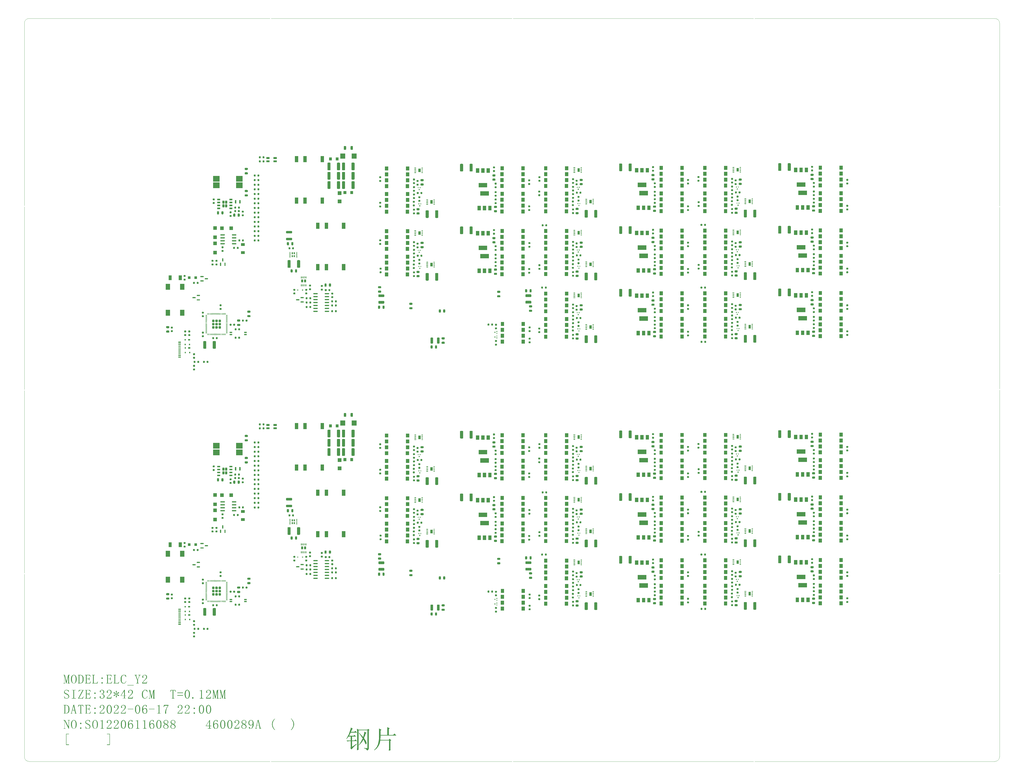
<source format=gbr>
G04 Generated by CircuitCAM Version 4.4*
%FSLAX44Y44*%
%MOMM*%
%ADD10C,0.000000*%
%LNSolderPasteTop_Ready*%
%LPD*%
G36*
G01X-686870Y1050750D02*
X-693130Y1050750D01*
G75*
G03X-695130Y1048750I5J-2000D01*
G74*
G01*
X-695120Y1048740D01*
X-695120Y1036440D01*
G75*
G03X-695130Y1036250I1995J-190D01*
G74*
G01*
G75*
G03X-693130Y1034250I2005J0D01*
G74*
G01*
X-686870Y1034250D01*
X-686680Y1034260D01*
G75*
G03X-684880Y1036250I-195J1990D01*
G74*
G01*
X-684870Y1036250D01*
X-684870Y1048750D01*
X-684880Y1048750D01*
G75*
G03X-686680Y1050740I-1995J0D01*
G74*
G01*
X-686870Y1050750D01*
G37*
G36*
G01X-716120Y1050750D02*
X-722380Y1050750D01*
G75*
G03X-724380Y1048750I5J-2000D01*
G74*
G01*
X-724370Y1048740D01*
X-724370Y1036440D01*
G75*
G03X-724380Y1036250I1995J-190D01*
G74*
G01*
G75*
G03X-722380Y1034250I2005J0D01*
G74*
G01*
X-716120Y1034250D01*
X-715930Y1034260D01*
G75*
G03X-714130Y1036250I-195J1990D01*
G74*
G01*
X-714120Y1036250D01*
X-714120Y1048750D01*
X-714130Y1048750D01*
G75*
G03X-715930Y1050740I-1995J0D01*
G74*
G01*
X-716120Y1050750D01*
G37*
G36*
G01X-669500Y1018500D02*
X-690500Y1018500D01*
X-690500Y996500D01*
X-669500Y996500D01*
X-669500Y1018500D01*
G37*
G36*
G01X-718500Y1018500D02*
X-739500Y1018500D01*
X-739500Y996500D01*
X-718500Y996500D01*
X-718500Y1018500D01*
G37*
G36*
G01X-809600Y1007450D02*
X-824100Y1007450D01*
X-824100Y981050D01*
X-809600Y981050D01*
X-809600Y1007450D01*
G37*
G36*
G01X-883800Y1007450D02*
X-898300Y1007450D01*
X-898300Y981050D01*
X-883800Y981050D01*
X-883800Y1007450D01*
G37*
G36*
G01X-920900Y1007450D02*
X-935400Y1007450D01*
X-935400Y981050D01*
X-920900Y981050D01*
X-920900Y1007450D01*
G37*
G36*
G01X-1066250Y1004750D02*
G75*
G03X-1067750Y1006250I-1497J4D01*
G74*
G01*
X-1072500Y1006250D01*
G75*
G03X-1074000Y1004750I3J-1496D01*
G74*
G01*
X-1074000Y999250D01*
G75*
G03X-1072500Y997750I1503J4D01*
G74*
G01*
X-1067750Y997750D01*
G75*
G03X-1066250Y999250I3J1504D01*
G74*
G01*
X-1066250Y1004750D01*
G37*
G36*
G01X-1082000Y1004750D02*
G75*
G03X-1083500Y1006250I-1497J4D01*
G74*
G01*
X-1088250Y1006250D01*
G75*
G03X-1089750Y1004750I3J-1496D01*
G74*
G01*
X-1089750Y999250D01*
G75*
G03X-1088250Y997750I1503J4D01*
G74*
G01*
X-1083500Y997750D01*
G75*
G03X-1082000Y999250I3J1504D01*
G74*
G01*
X-1082000Y1004750D01*
G37*
G36*
G01X-1013000Y1003000D02*
X-1027000Y1003000D01*
X-1027000Y995000D01*
X-1013000Y995000D01*
X-1013000Y1003000D01*
G37*
G36*
G01X-1044000Y1003000D02*
X-1058000Y1003000D01*
X-1058000Y995000D01*
X-1044000Y995000D01*
X-1044000Y1003000D01*
G37*
G36*
G01X-1013000Y989000D02*
X-1027000Y989000D01*
X-1027000Y981000D01*
X-1013000Y981000D01*
X-1013000Y989000D01*
G37*
G36*
G01X-1044000Y989000D02*
X-1058000Y989000D01*
X-1058000Y981000D01*
X-1044000Y981000D01*
X-1044000Y989000D01*
G37*
G36*
G01X-1066250Y987250D02*
G75*
G03X-1067750Y988750I-1497J4D01*
G74*
G01*
X-1072500Y988750D01*
G75*
G03X-1074000Y987250I3J-1496D01*
G74*
G01*
X-1074000Y981750D01*
G75*
G03X-1072500Y980250I1503J4D01*
G74*
G01*
X-1067750Y980250D01*
G75*
G03X-1066250Y981750I3J1504D01*
G74*
G01*
X-1066250Y987250D01*
G37*
G36*
G01X-1082000Y987250D02*
G75*
G03X-1083500Y988750I-1497J4D01*
G74*
G01*
X-1088250Y988750D01*
G75*
G03X-1089750Y987250I3J-1496D01*
G74*
G01*
X-1089750Y981750D01*
G75*
G03X-1088250Y980250I1503J4D01*
G74*
G01*
X-1083500Y980250D01*
G75*
G03X-1082000Y981750I3J1504D01*
G74*
G01*
X-1082000Y987250D01*
G37*
G36*
G01X-747000Y1001500D02*
X-759000Y1001500D01*
X-759000Y988500D01*
X-747000Y988500D01*
X-747000Y1001500D01*
G37*
G36*
G01X-776000Y1001500D02*
X-788000Y1001500D01*
X-788000Y988500D01*
X-776000Y988500D01*
X-776000Y1001500D01*
G37*
G36*
G01X-678010Y977000D02*
G75*
G03X-680010Y979000I-1995J0D01*
G74*
G01*
X-689020Y979000D01*
G75*
G03X-691020Y977000I5J-2000D01*
G74*
G01*
X-691020Y948000D01*
G75*
G03X-689020Y946000I2005J0D01*
G74*
G01*
X-680010Y946000D01*
G75*
G03X-678010Y948000I5J2000D01*
G74*
G01*
X-678010Y977000D01*
G37*
G36*
G01X-719000Y977000D02*
G75*
G03X-721000Y979000I-1995J0D01*
G74*
G01*
X-730010Y979000D01*
G75*
G03X-732010Y977000I5J-2000D01*
G74*
G01*
X-732010Y948000D01*
G75*
G03X-730010Y946000I2005J0D01*
G74*
G01*
X-721000Y946000D01*
G75*
G03X-719000Y948000I5J2000D01*
G74*
G01*
X-719000Y977000D01*
G37*
G36*
G01X-740490Y977000D02*
G75*
G03X-742490Y979000I-2005J0D01*
G74*
G01*
X-751500Y979000D01*
G75*
G03X-753500Y977000I-5J-2000D01*
G74*
G01*
X-753500Y948000D01*
G75*
G03X-751500Y946000I1995J0D01*
G74*
G01*
X-742490Y946000D01*
G75*
G03X-740490Y948000I-5J2000D01*
G74*
G01*
X-740490Y977000D01*
G37*
G36*
G01X-781490Y977000D02*
G75*
G03X-783490Y979000I-2004J0D01*
G74*
G01*
X-792500Y979000D01*
G75*
G03X-794500Y977000I-4J-2000D01*
G74*
G01*
X-794500Y948000D01*
G75*
G03X-792500Y946000I1996J0D01*
G74*
G01*
X-783490Y946000D01*
G75*
G03X-781490Y948000I-4J2000D01*
G74*
G01*
X-781490Y977000D01*
G37*
G36*
G01X-1137750Y954500D02*
G75*
G03X-1139750Y956500I-2000J0D01*
G74*
G01*
X-1149250Y956500D01*
G75*
G03X-1151250Y954500I0J-2000D01*
G74*
G01*
X-1151250Y949500D01*
G75*
G03X-1149250Y947500I2000J0D01*
G74*
G01*
X-1139750Y947500D01*
G75*
G03X-1137750Y949500I0J2000D01*
G74*
G01*
X-1137750Y954500D01*
G37*
G36*
G01X1200750Y974500D02*
G75*
G03X1198750Y976500I-2005J0D01*
G74*
G01*
X1189740Y976500D01*
G75*
G03X1187740Y974500I-5J-2000D01*
G74*
G01*
X1187740Y945500D01*
G75*
G03X1189740Y943500I1995J0D01*
G74*
G01*
X1198750Y943500D01*
G75*
G03X1200750Y945500I-5J2000D01*
G74*
G01*
X1200750Y974500D01*
G37*
G36*
G01X1159750Y974500D02*
G75*
G03X1157750Y976500I-2005J0D01*
G74*
G01*
X1148740Y976500D01*
G75*
G03X1146740Y974500I-5J-2000D01*
G74*
G01*
X1146740Y945500D01*
G75*
G03X1148740Y943500I1995J0D01*
G74*
G01*
X1157750Y943500D01*
G75*
G03X1159750Y945500I-5J2000D01*
G74*
G01*
X1159750Y974500D01*
G37*
G36*
G01X515640Y973200D02*
G75*
G03X513640Y975200I-1995J0D01*
G74*
G01*
X504630Y975200D01*
G75*
G03X502630Y973200I5J-2000D01*
G74*
G01*
X502630Y944200D01*
G75*
G03X504630Y942200I2005J0D01*
G74*
G01*
X513640Y942200D01*
G75*
G03X515640Y944200I5J2000D01*
G74*
G01*
X515640Y973200D01*
G37*
G36*
G01X474640Y973200D02*
G75*
G03X472640Y975200I-1995J0D01*
G74*
G01*
X463630Y975200D01*
G75*
G03X461630Y973200I5J-2000D01*
G74*
G01*
X461630Y944200D01*
G75*
G03X463630Y942200I2005J0D01*
G74*
G01*
X472640Y942200D01*
G75*
G03X474640Y944200I5J2000D01*
G74*
G01*
X474640Y973200D01*
G37*
G36*
G01X-169450Y971900D02*
G75*
G03X-171450Y973900I-2005J0D01*
G74*
G01*
X-180460Y973900D01*
G75*
G03X-182460Y971900I-5J-2000D01*
G74*
G01*
X-182460Y942900D01*
G75*
G03X-180460Y940900I1995J0D01*
G74*
G01*
X-171450Y940900D01*
G75*
G03X-169450Y942900I-5J2000D01*
G74*
G01*
X-169450Y971900D01*
G37*
G36*
G01X-210450Y971900D02*
G75*
G03X-212450Y973900I-2005J0D01*
G74*
G01*
X-221460Y973900D01*
G75*
G03X-223460Y971900I-5J-2000D01*
G74*
G01*
X-223460Y942900D01*
G75*
G03X-221460Y940900I1995J0D01*
G74*
G01*
X-212450Y940900D01*
G75*
G03X-210450Y942900I-5J2000D01*
G74*
G01*
X-210450Y971900D01*
G37*
G36*
G01X-442550Y962100D02*
X-456750Y962100D01*
X-456750Y945300D01*
X-442550Y945300D01*
X-442550Y962100D01*
G37*
G36*
G01X-532650Y962100D02*
X-546850Y962100D01*
X-546850Y945300D01*
X-532650Y945300D01*
X-532650Y962100D01*
G37*
G36*
G01X-385000Y954230D02*
G75*
G03X-383400Y955830I0J1600D01*
G74*
G01*
G75*
G03X-385000Y957430I-1600J0D01*
G74*
G01*
X-388400Y957430D01*
G75*
G03X-390000Y955830I0J-1600D01*
G74*
G01*
G75*
G03X-388400Y954230I1600J0D01*
G74*
G01*
X-385000Y954230D01*
G37*
G36*
G01X-413700Y954200D02*
G75*
G03X-412100Y955800I0J1600D01*
G74*
G01*
G75*
G03X-413700Y957400I-1600J0D01*
G74*
G01*
X-419400Y957400D01*
G75*
G03X-421000Y955800I0J-1600D01*
G74*
G01*
G75*
G03X-419400Y954200I1600J0D01*
G74*
G01*
X-413700Y954200D01*
G37*
G36*
G01X-393320Y953400D02*
X-402910Y953400D01*
X-402910Y938400D01*
X-393320Y938400D01*
X-393320Y953400D01*
G37*
G36*
G01X-413700Y947600D02*
G75*
G03X-412100Y949200I0J1600D01*
G74*
G01*
G75*
G03X-413700Y950800I-1600J0D01*
G74*
G01*
X-419400Y950800D01*
G75*
G03X-421000Y949200I0J-1600D01*
G74*
G01*
G75*
G03X-419400Y947600I1600J0D01*
G74*
G01*
X-413700Y947600D01*
G37*
G36*
G01X-413700Y941010D02*
G75*
G03X-412100Y942610I0J1600D01*
G74*
G01*
G75*
G03X-413700Y944210I-1600J0D01*
G74*
G01*
X-419400Y944210D01*
G75*
G03X-421000Y942610I0J-1600D01*
G74*
G01*
G75*
G03X-419400Y941010I1600J0D01*
G74*
G01*
X-413700Y941010D01*
G37*
G36*
G01X-678010Y937000D02*
G75*
G03X-680010Y939000I-1995J0D01*
G74*
G01*
X-689020Y939000D01*
G75*
G03X-691020Y937000I5J-2000D01*
G74*
G01*
X-691020Y908000D01*
G75*
G03X-689020Y906000I2005J0D01*
G74*
G01*
X-680010Y906000D01*
G75*
G03X-678010Y908000I5J2000D01*
G74*
G01*
X-678010Y937000D01*
G37*
G36*
G01X-719000Y937000D02*
G75*
G03X-721000Y939000I-1995J0D01*
G74*
G01*
X-730010Y939000D01*
G75*
G03X-732010Y937000I5J-2000D01*
G74*
G01*
X-732010Y908000D01*
G75*
G03X-730010Y906000I2005J0D01*
G74*
G01*
X-721000Y906000D01*
G75*
G03X-719000Y908000I5J2000D01*
G74*
G01*
X-719000Y937000D01*
G37*
G36*
G01X-740490Y937000D02*
G75*
G03X-742490Y939000I-2005J0D01*
G74*
G01*
X-751500Y939000D01*
G75*
G03X-753500Y937000I-5J-2000D01*
G74*
G01*
X-753500Y908000D01*
G75*
G03X-751500Y906000I1995J0D01*
G74*
G01*
X-742490Y906000D01*
G75*
G03X-740490Y908000I-5J2000D01*
G74*
G01*
X-740490Y937000D01*
G37*
G36*
G01X-781490Y937000D02*
G75*
G03X-783490Y939000I-2004J0D01*
G74*
G01*
X-792500Y939000D01*
G75*
G03X-794500Y937000I-4J-2000D01*
G74*
G01*
X-794500Y908000D01*
G75*
G03X-792500Y906000I1996J0D01*
G74*
G01*
X-783490Y906000D01*
G75*
G03X-781490Y908000I-4J2000D01*
G74*
G01*
X-781490Y937000D01*
G37*
G36*
G01X-1137750Y935500D02*
G75*
G03X-1139750Y937500I-2000J0D01*
G74*
G01*
X-1149250Y937500D01*
G75*
G03X-1151250Y935500I0J-2000D01*
G74*
G01*
X-1151250Y930500D01*
G75*
G03X-1149250Y928500I2000J0D01*
G74*
G01*
X-1139750Y928500D01*
G75*
G03X-1137750Y930500I0J2000D01*
G74*
G01*
X-1137750Y935500D01*
G37*
G36*
G01X-1088310Y926600D02*
G75*
G03X-1089810Y928100I-1497J4D01*
G74*
G01*
X-1094560Y928100D01*
G75*
G03X-1096060Y926600I3J-1496D01*
G74*
G01*
X-1096060Y921100D01*
G75*
G03X-1094560Y919600I1503J4D01*
G74*
G01*
X-1089810Y919600D01*
G75*
G03X-1088310Y921100I3J1504D01*
G74*
G01*
X-1088310Y926600D01*
G37*
G36*
G01X-1104060Y926600D02*
G75*
G03X-1105560Y928100I-1497J4D01*
G74*
G01*
X-1110310Y928100D01*
G75*
G03X-1111810Y926600I3J-1496D01*
G74*
G01*
X-1111810Y921100D01*
G75*
G03X-1110310Y919600I1503J4D01*
G74*
G01*
X-1105560Y919600D01*
G75*
G03X-1104060Y921100I3J1504D01*
G74*
G01*
X-1104060Y926600D01*
G37*
G36*
G01X-1160500Y922000D02*
X-1188500Y922000D01*
X-1188500Y897500D01*
X-1160500Y897500D01*
X-1160500Y922000D01*
G37*
G36*
G01X-1259500Y922000D02*
X-1287500Y922000D01*
X-1287500Y897500D01*
X-1259500Y897500D01*
X-1259500Y922000D01*
G37*
G36*
G01X-1088310Y906600D02*
G75*
G03X-1089810Y908100I-1497J4D01*
G74*
G01*
X-1094560Y908100D01*
G75*
G03X-1096060Y906600I3J-1496D01*
G74*
G01*
X-1096060Y901100D01*
G75*
G03X-1094560Y899600I1503J4D01*
G74*
G01*
X-1089810Y899600D01*
G75*
G03X-1088310Y901100I3J1504D01*
G74*
G01*
X-1088310Y906600D01*
G37*
G36*
G01X-1104060Y906600D02*
G75*
G03X-1105560Y908100I-1497J4D01*
G74*
G01*
X-1110310Y908100D01*
G75*
G03X-1111810Y906600I3J-1496D01*
G74*
G01*
X-1111810Y901100D01*
G75*
G03X-1110310Y899600I1503J4D01*
G74*
G01*
X-1105560Y899600D01*
G75*
G03X-1104060Y901100I3J1504D01*
G74*
G01*
X-1104060Y906600D01*
G37*
G36*
G01X-385000Y947630D02*
G75*
G03X-383400Y949230I0J1600D01*
G74*
G01*
G75*
G03X-385000Y950830I-1600J0D01*
G74*
G01*
X-388400Y950830D01*
G75*
G03X-390000Y949230I0J-1600D01*
G74*
G01*
G75*
G03X-388400Y947630I1600J0D01*
G74*
G01*
X-385000Y947630D01*
G37*
G36*
G01X-385000Y940990D02*
G75*
G03X-383400Y942590I0J1600D01*
G74*
G01*
G75*
G03X-385000Y944190I-1600J0D01*
G74*
G01*
X-388400Y944190D01*
G75*
G03X-390000Y942590I0J-1600D01*
G74*
G01*
G75*
G03X-388400Y940990I1600J0D01*
G74*
G01*
X-385000Y940990D01*
G37*
G36*
G01X242550Y963400D02*
X228350Y963400D01*
X228350Y946600D01*
X242550Y946600D01*
X242550Y963400D01*
G37*
G36*
G01X152450Y963400D02*
X138250Y963400D01*
X138250Y946600D01*
X152450Y946600D01*
X152450Y963400D01*
G37*
G36*
G01X54450Y963400D02*
X40250Y963400D01*
X40250Y946600D01*
X54450Y946600D01*
X54450Y963400D01*
G37*
G36*
G01X-35050Y963400D02*
X-49250Y963400D01*
X-49250Y946600D01*
X-35050Y946600D01*
X-35050Y963400D01*
G37*
G36*
G01X-73450Y960650D02*
G75*
G03X-75200Y962400I-1750J0D01*
G74*
G01*
X-80200Y962400D01*
G75*
G03X-81950Y960650I0J-1750D01*
G74*
G01*
X-81950Y956150D01*
G75*
G03X-80200Y954400I1750J0D01*
G74*
G01*
X-75200Y954400D01*
G75*
G03X-73450Y956150I0J1750D01*
G74*
G01*
X-73450Y960650D01*
G37*
G36*
G01X-95200Y954530D02*
X-109200Y954530D01*
X-109200Y935530D01*
X-95200Y935530D01*
X-95200Y954530D01*
G37*
G36*
G01X-118200Y954530D02*
X-132200Y954530D01*
X-132200Y935530D01*
X-118200Y935530D01*
X-118200Y954530D01*
G37*
G36*
G01X-141200Y954530D02*
X-155200Y954530D01*
X-155200Y935530D01*
X-141200Y935530D01*
X-141200Y954530D01*
G37*
G36*
G01X-413700Y934400D02*
G75*
G03X-412100Y936000I0J1600D01*
G74*
G01*
G75*
G03X-413700Y937600I-1600J0D01*
G74*
G01*
X-419400Y937600D01*
G75*
G03X-421000Y936000I0J-1600D01*
G74*
G01*
G75*
G03X-419400Y934400I1600J0D01*
G74*
G01*
X-413700Y934400D01*
G37*
G36*
G01X-442550Y936700D02*
X-456750Y936700D01*
X-456750Y919900D01*
X-442550Y919900D01*
X-442550Y936700D01*
G37*
G36*
G01X-532650Y936700D02*
X-546850Y936700D01*
X-546850Y919900D01*
X-532650Y919900D01*
X-532650Y936700D01*
G37*
G36*
G01X-563250Y918500D02*
G75*
G03X-564750Y920000I-1500J5D01*
G74*
G01*
X-570250Y920000D01*
G75*
G03X-571750Y918500I0J-1495D01*
G74*
G01*
X-571750Y913750D01*
G75*
G03X-570250Y912250I1500J5D01*
G74*
G01*
X-564750Y912250D01*
G75*
G03X-563250Y913750I0J1505D01*
G74*
G01*
X-563250Y918500D01*
G37*
G36*
G01X-385000Y934390D02*
G75*
G03X-383400Y935990I0J1600D01*
G74*
G01*
G75*
G03X-385000Y937590I-1600J0D01*
G74*
G01*
X-388400Y937590D01*
G75*
G03X-390000Y935990I0J-1600D01*
G74*
G01*
G75*
G03X-388400Y934390I1600J0D01*
G74*
G01*
X-385000Y934390D01*
G37*
G36*
G01X-73450Y945150D02*
G75*
G03X-75200Y946900I-1750J0D01*
G74*
G01*
X-80200Y946900D01*
G75*
G03X-81950Y945150I0J-1750D01*
G74*
G01*
X-81950Y940650D01*
G75*
G03X-80200Y938900I1750J0D01*
G74*
G01*
X-75200Y938900D01*
G75*
G03X-73450Y940650I0J1750D01*
G74*
G01*
X-73450Y945150D01*
G37*
G36*
G01X300100Y955530D02*
G75*
G03X301700Y957130I0J1600D01*
G74*
G01*
G75*
G03X300100Y958730I-1600J0D01*
G74*
G01*
X296700Y958730D01*
G75*
G03X295100Y957130I0J-1600D01*
G74*
G01*
G75*
G03X296700Y955530I1600J0D01*
G74*
G01*
X300100Y955530D01*
G37*
G36*
G01X271400Y955500D02*
G75*
G03X273000Y957100I0J1600D01*
G74*
G01*
G75*
G03X271400Y958700I-1600J0D01*
G74*
G01*
X265700Y958700D01*
G75*
G03X264100Y957100I0J-1600D01*
G74*
G01*
G75*
G03X265700Y955500I1600J0D01*
G74*
G01*
X271400Y955500D01*
G37*
G36*
G01X291770Y954700D02*
X282180Y954700D01*
X282180Y939700D01*
X291770Y939700D01*
X291770Y954700D01*
G37*
G36*
G01X271400Y948910D02*
G75*
G03X273000Y950510I0J1600D01*
G74*
G01*
G75*
G03X271400Y952110I-1600J0D01*
G74*
G01*
X265700Y952110D01*
G75*
G03X264100Y950510I0J-1600D01*
G74*
G01*
G75*
G03X265700Y948910I1600J0D01*
G74*
G01*
X271400Y948910D01*
G37*
G36*
G01X271400Y942300D02*
G75*
G03X273000Y943900I0J1600D01*
G74*
G01*
G75*
G03X271400Y945500I-1600J0D01*
G74*
G01*
X265700Y945500D01*
G75*
G03X264100Y943900I0J-1600D01*
G74*
G01*
G75*
G03X265700Y942300I1600J0D01*
G74*
G01*
X271400Y942300D01*
G37*
G36*
G01X300100Y948930D02*
G75*
G03X301700Y950530I0J1600D01*
G74*
G01*
G75*
G03X300100Y952130I-1600J0D01*
G74*
G01*
X296700Y952130D01*
G75*
G03X295100Y950530I0J-1600D01*
G74*
G01*
G75*
G03X296700Y948930I1600J0D01*
G74*
G01*
X300100Y948930D01*
G37*
G36*
G01X300100Y942290D02*
G75*
G03X301700Y943890I0J1600D01*
G74*
G01*
G75*
G03X300100Y945490I-1600J0D01*
G74*
G01*
X296700Y945490D01*
G75*
G03X295100Y943890I0J-1600D01*
G74*
G01*
G75*
G03X296700Y942290I1600J0D01*
G74*
G01*
X300100Y942290D01*
G37*
G36*
G01X927650Y964700D02*
X913450Y964700D01*
X913450Y947900D01*
X927650Y947900D01*
X927650Y964700D01*
G37*
G36*
G01X837550Y964700D02*
X823350Y964700D01*
X823350Y947900D01*
X837550Y947900D01*
X837550Y964700D01*
G37*
G36*
G01X739550Y964700D02*
X725350Y964700D01*
X725350Y947900D01*
X739550Y947900D01*
X739550Y964700D01*
G37*
G36*
G01X650050Y964700D02*
X635850Y964700D01*
X635850Y947900D01*
X650050Y947900D01*
X650050Y964700D01*
G37*
G36*
G01X611640Y961950D02*
G75*
G03X609890Y963700I-1751J0D01*
G74*
G01*
X604890Y963700D01*
G75*
G03X603140Y961950I-1J-1750D01*
G74*
G01*
X603140Y957450D01*
G75*
G03X604890Y955700I1749J0D01*
G74*
G01*
X609890Y955700D01*
G75*
G03X611640Y957450I-1J1750D01*
G74*
G01*
X611640Y961950D01*
G37*
G36*
G01X589900Y955830D02*
X575900Y955830D01*
X575900Y936830D01*
X589900Y936830D01*
X589900Y955830D01*
G37*
G36*
G01X566900Y955830D02*
X552900Y955830D01*
X552900Y936830D01*
X566900Y936830D01*
X566900Y955830D01*
G37*
G36*
G01X543900Y955830D02*
X529900Y955830D01*
X529900Y936830D01*
X543900Y936830D01*
X543900Y955830D01*
G37*
G36*
G01X271400Y935700D02*
G75*
G03X273000Y937300I0J1600D01*
G74*
G01*
G75*
G03X271400Y938900I-1600J0D01*
G74*
G01*
X265700Y938900D01*
G75*
G03X264100Y937300I0J-1600D01*
G74*
G01*
G75*
G03X265700Y935700I1600J0D01*
G74*
G01*
X271400Y935700D01*
G37*
G36*
G01X242550Y938000D02*
X228350Y938000D01*
X228350Y921200D01*
X242550Y921200D01*
X242550Y938000D01*
G37*
G36*
G01X152450Y938000D02*
X138250Y938000D01*
X138250Y921200D01*
X152450Y921200D01*
X152450Y938000D01*
G37*
G36*
G01X54450Y938000D02*
X40250Y938000D01*
X40250Y921200D01*
X54450Y921200D01*
X54450Y938000D01*
G37*
G36*
G01X-35650Y938000D02*
X-49850Y938000D01*
X-49850Y921200D01*
X-35650Y921200D01*
X-35650Y938000D01*
G37*
G36*
G01X-71200Y926770D02*
G75*
G03X-73200Y928770I-2000J5D01*
G74*
G01*
X-82200Y928770D01*
G75*
G03X-84200Y926770I0J-1995D01*
G74*
G01*
X-84200Y921520D01*
G75*
G03X-82340Y919530I2000J5D01*
G74*
G01*
X-82200Y919520D01*
X-73200Y919520D01*
X-73060Y919530D01*
G75*
G03X-71200Y921520I-140J1995D01*
G74*
G01*
X-71200Y926770D01*
G37*
G36*
G01X300100Y935690D02*
G75*
G03X301700Y937290I0J1600D01*
G74*
G01*
G75*
G03X300100Y938890I-1600J0D01*
G74*
G01*
X296700Y938890D01*
G75*
G03X295100Y937290I0J-1600D01*
G74*
G01*
G75*
G03X296700Y935690I1600J0D01*
G74*
G01*
X300100Y935690D01*
G37*
G36*
G01X611640Y946450D02*
G75*
G03X609890Y948200I-1751J0D01*
G74*
G01*
X604890Y948200D01*
G75*
G03X603140Y946450I-1J-1750D01*
G74*
G01*
X603140Y941950D01*
G75*
G03X604890Y940200I1749J0D01*
G74*
G01*
X609890Y940200D01*
G75*
G03X611640Y941950I-1J1750D01*
G74*
G01*
X611640Y946450D01*
G37*
G36*
G01X985200Y956830D02*
G75*
G03X986800Y958430I0J1600D01*
G74*
G01*
G75*
G03X985200Y960030I-1600J0D01*
G74*
G01*
X981800Y960030D01*
G75*
G03X980200Y958430I0J-1600D01*
G74*
G01*
G75*
G03X981800Y956830I1600J0D01*
G74*
G01*
X985200Y956830D01*
G37*
G36*
G01X956500Y956810D02*
G75*
G03X958100Y958410I0J1600D01*
G74*
G01*
G75*
G03X956500Y960010I-1600J0D01*
G74*
G01*
X950800Y960010D01*
G75*
G03X949200Y958410I0J-1600D01*
G74*
G01*
G75*
G03X950800Y956810I1600J0D01*
G74*
G01*
X956500Y956810D01*
G37*
G36*
G01X976880Y956000D02*
X967290Y956000D01*
X967290Y941000D01*
X976880Y941000D01*
X976880Y956000D01*
G37*
G36*
G01X956500Y950200D02*
G75*
G03X958100Y951800I0J1600D01*
G74*
G01*
G75*
G03X956500Y953400I-1600J0D01*
G74*
G01*
X950800Y953400D01*
G75*
G03X949200Y951800I0J-1600D01*
G74*
G01*
G75*
G03X950800Y950200I1600J0D01*
G74*
G01*
X956500Y950200D01*
G37*
G36*
G01X956500Y943600D02*
G75*
G03X958100Y945200I0J1600D01*
G74*
G01*
G75*
G03X956500Y946800I-1600J0D01*
G74*
G01*
X950800Y946800D01*
G75*
G03X949200Y945200I0J-1600D01*
G74*
G01*
G75*
G03X950800Y943600I1600J0D01*
G74*
G01*
X956500Y943600D01*
G37*
G36*
G01X985200Y950230D02*
G75*
G03X986800Y951830I0J1600D01*
G74*
G01*
G75*
G03X985200Y953430I-1600J0D01*
G74*
G01*
X981800Y953430D01*
G75*
G03X980200Y951830I0J-1600D01*
G74*
G01*
G75*
G03X981800Y950230I1600J0D01*
G74*
G01*
X985200Y950230D01*
G37*
G36*
G01X985200Y943590D02*
G75*
G03X986800Y945190I0J1600D01*
G74*
G01*
G75*
G03X985200Y946790I-1600J0D01*
G74*
G01*
X981800Y946790D01*
G75*
G03X980200Y945190I0J-1600D01*
G74*
G01*
G75*
G03X981800Y943590I1600J0D01*
G74*
G01*
X985200Y943590D01*
G37*
G36*
G01X1424650Y966000D02*
X1410450Y966000D01*
X1410450Y949200D01*
X1424650Y949200D01*
X1424650Y966000D01*
G37*
G36*
G01X1335150Y966000D02*
X1320950Y966000D01*
X1320950Y949200D01*
X1335150Y949200D01*
X1335150Y966000D01*
G37*
G36*
G01X1296750Y963250D02*
G75*
G03X1295000Y965000I-1751J0D01*
G74*
G01*
X1290000Y965000D01*
G75*
G03X1288250Y963250I-1J-1750D01*
G74*
G01*
X1288250Y958750D01*
G75*
G03X1290000Y957000I1749J0D01*
G74*
G01*
X1295000Y957000D01*
G75*
G03X1296750Y958750I-1J1750D01*
G74*
G01*
X1296750Y963250D01*
G37*
G36*
G01X1275000Y957120D02*
X1261000Y957120D01*
X1261000Y938120D01*
X1275000Y938120D01*
X1275000Y957120D01*
G37*
G36*
G01X1252000Y957120D02*
X1238000Y957120D01*
X1238000Y938120D01*
X1252000Y938120D01*
X1252000Y957120D01*
G37*
G36*
G01X1229000Y957120D02*
X1215000Y957120D01*
X1215000Y938120D01*
X1229000Y938120D01*
X1229000Y957120D01*
G37*
G36*
G01X956500Y937010D02*
G75*
G03X958100Y938610I0J1600D01*
G74*
G01*
G75*
G03X956500Y940210I-1600J0D01*
G74*
G01*
X950800Y940210D01*
G75*
G03X949200Y938610I0J-1600D01*
G74*
G01*
G75*
G03X950800Y937010I1600J0D01*
G74*
G01*
X956500Y937010D01*
G37*
G36*
G01X927650Y939300D02*
X913450Y939300D01*
X913450Y922500D01*
X927650Y922500D01*
X927650Y939300D01*
G37*
G36*
G01X837550Y939300D02*
X823350Y939300D01*
X823350Y922500D01*
X837550Y922500D01*
X837550Y939300D01*
G37*
G36*
G01X739550Y939300D02*
X725350Y939300D01*
X725350Y922500D01*
X739550Y922500D01*
X739550Y939300D01*
G37*
G36*
G01X649450Y939300D02*
X635250Y939300D01*
X635250Y922500D01*
X649450Y922500D01*
X649450Y939300D01*
G37*
G36*
G01X613890Y928070D02*
G75*
G03X611890Y930070I-2001J5D01*
G74*
G01*
X602890Y930070D01*
G75*
G03X600890Y928070I-1J-1995D01*
G74*
G01*
X600890Y922820D01*
G75*
G03X602750Y920830I1999J5D01*
G74*
G01*
X602890Y920820D01*
X611890Y920820D01*
X612030Y920830D01*
G75*
G03X613890Y922820I-141J1995D01*
G74*
G01*
X613890Y928070D01*
G37*
G36*
G01X985200Y936990D02*
G75*
G03X986800Y938590I0J1600D01*
G74*
G01*
G75*
G03X985200Y940190I-1600J0D01*
G74*
G01*
X981800Y940190D01*
G75*
G03X980200Y938590I0J-1600D01*
G74*
G01*
G75*
G03X981800Y936990I1600J0D01*
G74*
G01*
X985200Y936990D01*
G37*
G36*
G01X1296750Y947750D02*
G75*
G03X1295000Y949500I-1751J0D01*
G74*
G01*
X1290000Y949500D01*
G75*
G03X1288250Y947750I-1J-1750D01*
G74*
G01*
X1288250Y943250D01*
G75*
G03X1290000Y941500I1749J0D01*
G74*
G01*
X1295000Y941500D01*
G75*
G03X1296750Y943250I-1J1750D01*
G74*
G01*
X1296750Y947750D01*
G37*
G36*
G01X1424650Y940600D02*
X1410450Y940600D01*
X1410450Y923800D01*
X1424650Y923800D01*
X1424650Y940600D01*
G37*
G36*
G01X1334550Y940600D02*
X1320350Y940600D01*
X1320350Y923800D01*
X1334550Y923800D01*
X1334550Y940600D01*
G37*
G36*
G01X1299000Y929380D02*
G75*
G03X1297000Y931380I-2001J5D01*
G74*
G01*
X1288000Y931380D01*
G75*
G03X1286000Y929380I0J-1995D01*
G74*
G01*
X1286000Y924130D01*
G75*
G03X1287860Y922140I2000J5D01*
G74*
G01*
X1288000Y922130D01*
X1297000Y922130D01*
X1297140Y922140D01*
G75*
G03X1299000Y924130I-141J1995D01*
G74*
G01*
X1299000Y929380D01*
G37*
G36*
G01X807250Y919500D02*
G75*
G03X805750Y921000I-1500J5D01*
G74*
G01*
X800250Y921000D01*
G75*
G03X798750Y919500I0J-1495D01*
G74*
G01*
X798750Y914750D01*
G75*
G03X800250Y913250I1500J5D01*
G74*
G01*
X805750Y913250D01*
G75*
G03X807250Y914750I0J1505D01*
G74*
G01*
X807250Y919500D01*
G37*
G36*
G01X122250Y919000D02*
G75*
G03X120750Y920500I-1500J5D01*
G74*
G01*
X115250Y920500D01*
G75*
G03X113750Y919000I0J-1495D01*
G74*
G01*
X113750Y914250D01*
G75*
G03X115250Y912750I1500J5D01*
G74*
G01*
X120750Y912750D01*
G75*
G03X122250Y914250I0J1505D01*
G74*
G01*
X122250Y919000D01*
G37*
G36*
G01X739550Y913900D02*
X725350Y913900D01*
X725350Y897100D01*
X739550Y897100D01*
X739550Y913900D01*
G37*
G36*
G01X649450Y913900D02*
X635250Y913900D01*
X635250Y897100D01*
X649450Y897100D01*
X649450Y913900D01*
G37*
G36*
G01X242550Y912600D02*
X228350Y912600D01*
X228350Y895800D01*
X242550Y895800D01*
X242550Y912600D01*
G37*
G36*
G01X152450Y912600D02*
X138250Y912600D01*
X138250Y895800D01*
X152450Y895800D01*
X152450Y912600D01*
G37*
G36*
G01X54450Y912600D02*
X40250Y912600D01*
X40250Y895800D01*
X54450Y895800D01*
X54450Y912600D01*
G37*
G36*
G01X-35650Y912600D02*
X-49850Y912600D01*
X-49850Y895800D01*
X-35650Y895800D01*
X-35650Y912600D01*
G37*
G36*
G01X-442550Y911300D02*
X-456750Y911300D01*
X-456750Y894500D01*
X-442550Y894500D01*
X-442550Y911300D01*
G37*
G36*
G01X-532650Y911300D02*
X-546850Y911300D01*
X-546850Y894500D01*
X-532650Y894500D01*
X-532650Y911300D01*
G37*
G36*
G01X-563250Y902750D02*
G75*
G03X-564750Y904250I-1500J5D01*
G74*
G01*
X-570250Y904250D01*
G75*
G03X-571750Y902750I0J-1495D01*
G74*
G01*
X-571750Y898000D01*
G75*
G03X-570250Y896500I1500J5D01*
G74*
G01*
X-564750Y896500D01*
G75*
G03X-563250Y898000I0J1505D01*
G74*
G01*
X-563250Y902750D01*
G37*
G36*
G01X-678010Y897000D02*
G75*
G03X-680010Y899000I-1995J0D01*
G74*
G01*
X-689020Y899000D01*
G75*
G03X-691020Y897000I5J-2000D01*
G74*
G01*
X-691020Y868000D01*
G75*
G03X-689020Y866000I2005J0D01*
G74*
G01*
X-680010Y866000D01*
G75*
G03X-678010Y868000I5J2000D01*
G74*
G01*
X-678010Y897000D01*
G37*
G36*
G01X-719000Y897000D02*
G75*
G03X-721000Y899000I-1995J0D01*
G74*
G01*
X-730010Y899000D01*
G75*
G03X-732010Y897000I5J-2000D01*
G74*
G01*
X-732010Y868000D01*
G75*
G03X-730010Y866000I2005J0D01*
G74*
G01*
X-721000Y866000D01*
G75*
G03X-719000Y868000I5J2000D01*
G74*
G01*
X-719000Y897000D01*
G37*
G36*
G01X-740490Y897000D02*
G75*
G03X-742490Y899000I-2005J0D01*
G74*
G01*
X-751500Y899000D01*
G75*
G03X-753500Y897000I-5J-2000D01*
G74*
G01*
X-753500Y868000D01*
G75*
G03X-751500Y866000I1995J0D01*
G74*
G01*
X-742490Y866000D01*
G75*
G03X-740490Y868000I-5J2000D01*
G74*
G01*
X-740490Y897000D01*
G37*
G36*
G01X-781490Y897000D02*
G75*
G03X-783490Y899000I-2004J0D01*
G74*
G01*
X-792500Y899000D01*
G75*
G03X-794500Y897000I-4J-2000D01*
G74*
G01*
X-794500Y868000D01*
G75*
G03X-792500Y866000I1996J0D01*
G74*
G01*
X-783490Y866000D01*
G75*
G03X-781490Y868000I-4J2000D01*
G74*
G01*
X-781490Y897000D01*
G37*
G36*
G01X-1160500Y893500D02*
X-1188500Y893500D01*
X-1188500Y869000D01*
X-1160500Y869000D01*
X-1160500Y893500D01*
G37*
G36*
G01X-1259500Y893500D02*
X-1287500Y893500D01*
X-1287500Y869000D01*
X-1259500Y869000D01*
X-1259500Y893500D01*
G37*
G36*
G01X-1088310Y886600D02*
G75*
G03X-1089810Y888100I-1497J4D01*
G74*
G01*
X-1094560Y888100D01*
G75*
G03X-1096060Y886600I3J-1496D01*
G74*
G01*
X-1096060Y881100D01*
G75*
G03X-1094560Y879600I1503J4D01*
G74*
G01*
X-1089810Y879600D01*
G75*
G03X-1088310Y881100I3J1504D01*
G74*
G01*
X-1088310Y886600D01*
G37*
G36*
G01X-1104060Y886600D02*
G75*
G03X-1105560Y888100I-1497J4D01*
G74*
G01*
X-1110310Y888100D01*
G75*
G03X-1111810Y886600I3J-1496D01*
G74*
G01*
X-1111810Y881100D01*
G75*
G03X-1110310Y879600I1503J4D01*
G74*
G01*
X-1105560Y879600D01*
G75*
G03X-1104060Y881100I3J1504D01*
G74*
G01*
X-1104060Y886600D01*
G37*
G36*
G01X-1088310Y866850D02*
G75*
G03X-1089810Y868350I-1497J4D01*
G74*
G01*
X-1094560Y868350D01*
G75*
G03X-1096060Y866850I3J-1496D01*
G74*
G01*
X-1096060Y861350D01*
G75*
G03X-1094560Y859850I1503J4D01*
G74*
G01*
X-1089810Y859850D01*
G75*
G03X-1088310Y861350I3J1504D01*
G74*
G01*
X-1088310Y866850D01*
G37*
G36*
G01X-1104060Y866850D02*
G75*
G03X-1105560Y868350I-1497J4D01*
G74*
G01*
X-1110310Y868350D01*
G75*
G03X-1111810Y866850I3J-1496D01*
G74*
G01*
X-1111810Y861350D01*
G75*
G03X-1110310Y859850I1503J4D01*
G74*
G01*
X-1105560Y859850D01*
G75*
G03X-1104060Y861350I3J1504D01*
G74*
G01*
X-1104060Y866850D01*
G37*
G36*
G01X-1137750Y859500D02*
G75*
G03X-1139750Y861500I-2000J0D01*
G74*
G01*
X-1149250Y861500D01*
G75*
G03X-1151250Y859500I0J-2000D01*
G74*
G01*
X-1151250Y854500D01*
G75*
G03X-1149250Y852500I2000J0D01*
G74*
G01*
X-1139750Y852500D01*
G75*
G03X-1137750Y854500I0J2000D01*
G74*
G01*
X-1137750Y859500D01*
G37*
G36*
G01X-71200Y908530D02*
G75*
G03X-73200Y910530I-2000J5D01*
G74*
G01*
X-82200Y910530D01*
G75*
G03X-84200Y908530I0J-1995D01*
G74*
G01*
X-84200Y903280D01*
G75*
G03X-82340Y901290I2000J5D01*
G74*
G01*
X-82200Y901280D01*
X-73200Y901280D01*
X-73060Y901290D01*
G75*
G03X-71200Y903280I-140J1995D01*
G74*
G01*
X-71200Y908530D01*
G37*
G36*
G01X-417950Y908900D02*
G75*
G03X-419450Y910400I-1500J5D01*
G74*
G01*
X-424950Y910400D01*
G75*
G03X-426450Y908900I0J-1495D01*
G74*
G01*
X-426450Y904150D01*
G75*
G03X-424950Y902650I1500J5D01*
G74*
G01*
X-419450Y902650D01*
G75*
G03X-417950Y904150I0J1505D01*
G74*
G01*
X-417950Y908900D01*
G37*
G36*
G01X-380700Y906020D02*
G75*
G03X-382700Y908020I-2000J5D01*
G74*
G01*
X-391700Y908020D01*
G75*
G03X-393700Y906020I0J-1995D01*
G74*
G01*
X-393700Y900770D01*
G75*
G03X-391840Y898780I2000J5D01*
G74*
G01*
X-391700Y898770D01*
X-382700Y898770D01*
X-382560Y898780D01*
G75*
G03X-380700Y900770I-140J1995D01*
G74*
G01*
X-380700Y906020D01*
G37*
G36*
G01X-402450Y902400D02*
G75*
G03X-403950Y903900I-1500J5D01*
G74*
G01*
X-409450Y903900D01*
G75*
G03X-410950Y902400I0J-1495D01*
G74*
G01*
X-410950Y897650D01*
G75*
G03X-409450Y896150I1500J5D01*
G74*
G01*
X-403950Y896150D01*
G75*
G03X-402450Y897650I0J1505D01*
G74*
G01*
X-402450Y902400D01*
G37*
G36*
G01X78250Y905250D02*
G75*
G03X76750Y906750I-1499J5D01*
G74*
G01*
X71250Y906750D01*
G75*
G03X69750Y905250I1J-1495D01*
G74*
G01*
X69750Y900500D01*
G75*
G03X71250Y899000I1501J5D01*
G74*
G01*
X76750Y899000D01*
G75*
G03X78250Y900500I1J1505D01*
G74*
G01*
X78250Y905250D01*
G37*
G36*
G01X122250Y903250D02*
G75*
G03X120750Y904750I-1500J5D01*
G74*
G01*
X115250Y904750D01*
G75*
G03X113750Y903250I0J-1495D01*
G74*
G01*
X113750Y898500D01*
G75*
G03X115250Y897000I1500J5D01*
G74*
G01*
X120750Y897000D01*
G75*
G03X122250Y898500I0J1505D01*
G74*
G01*
X122250Y903250D01*
G37*
G36*
G01X613890Y909820D02*
G75*
G03X611890Y911820I-2001J5D01*
G74*
G01*
X602890Y911820D01*
G75*
G03X600890Y909820I-1J-1995D01*
G74*
G01*
X600890Y904570D01*
G75*
G03X602750Y902580I1999J5D01*
G74*
G01*
X602890Y902570D01*
X611890Y902570D01*
X612030Y902580D01*
G75*
G03X613890Y904570I-141J1995D01*
G74*
G01*
X613890Y909820D01*
G37*
G36*
G01X267140Y910200D02*
G75*
G03X265640Y911700I-1500J5D01*
G74*
G01*
X260140Y911700D01*
G75*
G03X258640Y910200I0J-1495D01*
G74*
G01*
X258640Y905450D01*
G75*
G03X260140Y903950I1500J5D01*
G74*
G01*
X265640Y903950D01*
G75*
G03X267140Y905450I0J1505D01*
G74*
G01*
X267140Y910200D01*
G37*
G36*
G01X304390Y907320D02*
G75*
G03X302390Y909320I-2000J5D01*
G74*
G01*
X293390Y909320D01*
G75*
G03X291390Y907320I0J-1995D01*
G74*
G01*
X291390Y902070D01*
G75*
G03X293250Y900080I2000J5D01*
G74*
G01*
X293390Y900070D01*
X302390Y900070D01*
X302530Y900080D01*
G75*
G03X304390Y902070I-140J1995D01*
G74*
G01*
X304390Y907320D01*
G37*
G36*
G01X282640Y903700D02*
G75*
G03X281140Y905200I-1500J5D01*
G74*
G01*
X275640Y905200D01*
G75*
G03X274140Y903700I0J-1495D01*
G74*
G01*
X274140Y898950D01*
G75*
G03X275640Y897450I1500J5D01*
G74*
G01*
X281140Y897450D01*
G75*
G03X282640Y898950I0J1505D01*
G74*
G01*
X282640Y903700D01*
G37*
G36*
G01X1424650Y915200D02*
X1410450Y915200D01*
X1410450Y898400D01*
X1424650Y898400D01*
X1424650Y915200D01*
G37*
G36*
G01X1334550Y915200D02*
X1320350Y915200D01*
X1320350Y898400D01*
X1334550Y898400D01*
X1334550Y915200D01*
G37*
G36*
G01X927650Y913900D02*
X913450Y913900D01*
X913450Y897100D01*
X927650Y897100D01*
X927650Y913900D01*
G37*
G36*
G01X837550Y913900D02*
X823350Y913900D01*
X823350Y897100D01*
X837550Y897100D01*
X837550Y913900D01*
G37*
G36*
G01X762250Y907000D02*
G75*
G03X760750Y908500I-1499J5D01*
G74*
G01*
X755250Y908500D01*
G75*
G03X753750Y907000I1J-1495D01*
G74*
G01*
X753750Y902250D01*
G75*
G03X755250Y900750I1501J5D01*
G74*
G01*
X760750Y900750D01*
G75*
G03X762250Y902250I1J1505D01*
G74*
G01*
X762250Y907000D01*
G37*
G36*
G01X807250Y903750D02*
G75*
G03X805750Y905250I-1500J5D01*
G74*
G01*
X800250Y905250D01*
G75*
G03X798750Y903750I0J-1495D01*
G74*
G01*
X798750Y899000D01*
G75*
G03X800250Y897500I1500J5D01*
G74*
G01*
X805750Y897500D01*
G75*
G03X807250Y899000I0J1505D01*
G74*
G01*
X807250Y903750D01*
G37*
G36*
G01X1299000Y911120D02*
G75*
G03X1297000Y913120I-2001J5D01*
G74*
G01*
X1288000Y913120D01*
G75*
G03X1286000Y911120I0J-1995D01*
G74*
G01*
X1286000Y905870D01*
G75*
G03X1287860Y903880I2000J5D01*
G74*
G01*
X1288000Y903870D01*
X1297000Y903870D01*
X1297140Y903880D01*
G75*
G03X1299000Y905870I-141J1995D01*
G74*
G01*
X1299000Y911120D01*
G37*
G36*
G01X952250Y911500D02*
G75*
G03X950750Y913000I-1500J5D01*
G74*
G01*
X945250Y913000D01*
G75*
G03X943750Y911500I0J-1495D01*
G74*
G01*
X943750Y906750D01*
G75*
G03X945250Y905250I1500J5D01*
G74*
G01*
X950750Y905250D01*
G75*
G03X952250Y906750I0J1505D01*
G74*
G01*
X952250Y911500D01*
G37*
G36*
G01X989500Y908630D02*
G75*
G03X987500Y910630I-2000J5D01*
G74*
G01*
X978500Y910630D01*
G75*
G03X976500Y908630I0J-1995D01*
G74*
G01*
X976500Y903380D01*
G75*
G03X978360Y901390I2000J5D01*
G74*
G01*
X978500Y901380D01*
X987500Y901380D01*
X987640Y901390D01*
G75*
G03X989500Y903380I-140J1995D01*
G74*
G01*
X989500Y908630D01*
G37*
G36*
G01X967750Y905000D02*
G75*
G03X966250Y906500I-1500J5D01*
G74*
G01*
X960750Y906500D01*
G75*
G03X959250Y905000I0J-1495D01*
G74*
G01*
X959250Y900250D01*
G75*
G03X960750Y898750I1500J5D01*
G74*
G01*
X966250Y898750D01*
G75*
G03X967750Y900250I0J1505D01*
G74*
G01*
X967750Y905000D01*
G37*
G36*
G01X1448250Y907250D02*
G75*
G03X1446750Y908750I-1500J5D01*
G74*
G01*
X1441250Y908750D01*
G75*
G03X1439750Y907250I0J-1495D01*
G74*
G01*
X1439750Y902500D01*
G75*
G03X1441250Y901000I1500J5D01*
G74*
G01*
X1446750Y901000D01*
G75*
G03X1448250Y902500I0J1505D01*
G74*
G01*
X1448250Y907250D01*
G37*
G36*
G01X952250Y895750D02*
G75*
G03X950750Y897250I-1500J5D01*
G74*
G01*
X945250Y897250D01*
G75*
G03X943750Y895750I0J-1495D01*
G74*
G01*
X943750Y891000D01*
G75*
G03X945250Y889500I1500J5D01*
G74*
G01*
X950750Y889500D01*
G75*
G03X952250Y891000I0J1505D01*
G74*
G01*
X952250Y895750D01*
G37*
G36*
G01X267140Y894450D02*
G75*
G03X265640Y895950I-1500J5D01*
G74*
G01*
X260140Y895950D01*
G75*
G03X258640Y894450I0J-1495D01*
G74*
G01*
X258640Y889700D01*
G75*
G03X260140Y888200I1500J5D01*
G74*
G01*
X265640Y888200D01*
G75*
G03X267140Y889700I0J1505D01*
G74*
G01*
X267140Y894450D01*
G37*
G36*
G01X-417950Y893150D02*
G75*
G03X-419450Y894650I-1500J5D01*
G74*
G01*
X-424950Y894650D01*
G75*
G03X-426450Y893150I0J-1495D01*
G74*
G01*
X-426450Y888400D01*
G75*
G03X-424950Y886900I1500J5D01*
G74*
G01*
X-419450Y886900D01*
G75*
G03X-417950Y888400I0J1505D01*
G74*
G01*
X-417950Y893150D01*
G37*
G36*
G01X-65950Y891150D02*
G75*
G03X-67450Y892650I-1500J5D01*
G74*
G01*
X-72950Y892650D01*
G75*
G03X-74450Y891150I0J-1495D01*
G74*
G01*
X-74450Y886400D01*
G75*
G03X-72950Y884900I1500J5D01*
G74*
G01*
X-67450Y884900D01*
G75*
G03X-65950Y886400I0J1505D01*
G74*
G01*
X-65950Y891150D01*
G37*
G36*
G01X-106700Y891530D02*
X-143700Y891530D01*
X-143700Y872530D01*
X-106700Y872530D01*
X-106700Y891530D01*
G37*
G36*
G01X-380700Y887780D02*
G75*
G03X-382700Y889780I-2000J5D01*
G74*
G01*
X-391700Y889780D01*
G75*
G03X-393700Y887780I0J-1995D01*
G74*
G01*
X-393700Y882530D01*
G75*
G03X-391840Y880540I2000J5D01*
G74*
G01*
X-391700Y880530D01*
X-382700Y880530D01*
X-382560Y880540D01*
G75*
G03X-380700Y882530I-140J1995D01*
G74*
G01*
X-380700Y887780D01*
G37*
G36*
G01X-402450Y886650D02*
G75*
G03X-403950Y888150I-1500J5D01*
G74*
G01*
X-409450Y888150D01*
G75*
G03X-410950Y886650I0J-1495D01*
G74*
G01*
X-410950Y881900D01*
G75*
G03X-409450Y880400I1500J5D01*
G74*
G01*
X-403950Y880400D01*
G75*
G03X-402450Y881900I0J1505D01*
G74*
G01*
X-402450Y886650D01*
G37*
G36*
G01X-443150Y885900D02*
X-457350Y885900D01*
X-457350Y869100D01*
X-443150Y869100D01*
X-443150Y885900D01*
G37*
G36*
G01X-532650Y885900D02*
X-546850Y885900D01*
X-546850Y869100D01*
X-532650Y869100D01*
X-532650Y885900D01*
G37*
G36*
G01X-417950Y875650D02*
G75*
G03X-419700Y877400I-1750J0D01*
G74*
G01*
X-424700Y877400D01*
G75*
G03X-426450Y875650I0J-1750D01*
G74*
G01*
X-426450Y871150D01*
G75*
G03X-424700Y869400I1750J0D01*
G74*
G01*
X-419700Y869400D01*
G75*
G03X-417950Y871150I0J1750D01*
G74*
G01*
X-417950Y875650D01*
G37*
G36*
G01X-394200Y873650D02*
X-397200Y873650D01*
X-397200Y869150D01*
X-394200Y869150D01*
X-394200Y873650D01*
G37*
G36*
G01X-402200Y873650D02*
X-405200Y873650D01*
X-405200Y869150D01*
X-402200Y869150D01*
X-402200Y873650D01*
G37*
G36*
G01X78250Y889500D02*
G75*
G03X76750Y891000I-1499J5D01*
G74*
G01*
X71250Y891000D01*
G75*
G03X69750Y889500I1J-1495D01*
G74*
G01*
X69750Y884750D01*
G75*
G03X71250Y883250I1501J5D01*
G74*
G01*
X76750Y883250D01*
G75*
G03X78250Y884750I1J1505D01*
G74*
G01*
X78250Y889500D01*
G37*
G36*
G01X54450Y887200D02*
X40250Y887200D01*
X40250Y870400D01*
X54450Y870400D01*
X54450Y887200D01*
G37*
G36*
G01X-35650Y887200D02*
X-49850Y887200D01*
X-49850Y870400D01*
X-35650Y870400D01*
X-35650Y887200D01*
G37*
G36*
G01X-65950Y875400D02*
G75*
G03X-67450Y876900I-1500J5D01*
G74*
G01*
X-72950Y876900D01*
G75*
G03X-74450Y875400I0J-1495D01*
G74*
G01*
X-74450Y870650D01*
G75*
G03X-72950Y869150I1500J5D01*
G74*
G01*
X-67450Y869150D01*
G75*
G03X-65950Y870650I0J1505D01*
G74*
G01*
X-65950Y875400D01*
G37*
G36*
G01X619140Y892450D02*
G75*
G03X617640Y893950I-1500J5D01*
G74*
G01*
X612140Y893950D01*
G75*
G03X610640Y892450I0J-1495D01*
G74*
G01*
X610640Y887700D01*
G75*
G03X612140Y886200I1500J5D01*
G74*
G01*
X617640Y886200D01*
G75*
G03X619140Y887700I0J1505D01*
G74*
G01*
X619140Y892450D01*
G37*
G36*
G01X578400Y892820D02*
X541400Y892820D01*
X541400Y873820D01*
X578400Y873820D01*
X578400Y892820D01*
G37*
G36*
G01X304390Y889070D02*
G75*
G03X302390Y891070I-2000J5D01*
G74*
G01*
X293390Y891070D01*
G75*
G03X291390Y889070I0J-1995D01*
G74*
G01*
X291390Y883820D01*
G75*
G03X293250Y881830I2000J5D01*
G74*
G01*
X293390Y881820D01*
X302390Y881820D01*
X302530Y881830D01*
G75*
G03X304390Y883820I-140J1995D01*
G74*
G01*
X304390Y889070D01*
G37*
G36*
G01X282640Y887950D02*
G75*
G03X281140Y889450I-1500J5D01*
G74*
G01*
X275640Y889450D01*
G75*
G03X274140Y887950I0J-1495D01*
G74*
G01*
X274140Y883200D01*
G75*
G03X275640Y881700I1500J5D01*
G74*
G01*
X281140Y881700D01*
G75*
G03X282640Y883200I0J1505D01*
G74*
G01*
X282640Y887950D01*
G37*
G36*
G01X241950Y887200D02*
X227750Y887200D01*
X227750Y870400D01*
X241950Y870400D01*
X241950Y887200D01*
G37*
G36*
G01X152450Y887200D02*
X138250Y887200D01*
X138250Y870400D01*
X152450Y870400D01*
X152450Y887200D01*
G37*
G36*
G01X267140Y876950D02*
G75*
G03X265390Y878700I-1750J0D01*
G74*
G01*
X260390Y878700D01*
G75*
G03X258640Y876950I0J-1750D01*
G74*
G01*
X258640Y872450D01*
G75*
G03X260390Y870700I1750J0D01*
G74*
G01*
X265390Y870700D01*
G75*
G03X267140Y872450I0J1750D01*
G74*
G01*
X267140Y876950D01*
G37*
G36*
G01X290900Y874950D02*
X287900Y874950D01*
X287900Y870450D01*
X290900Y870450D01*
X290900Y874950D01*
G37*
G36*
G01X282900Y874950D02*
X279900Y874950D01*
X279900Y870450D01*
X282900Y870450D01*
X282900Y874950D01*
G37*
G36*
G01X762250Y891250D02*
G75*
G03X760750Y892750I-1499J5D01*
G74*
G01*
X755250Y892750D01*
G75*
G03X753750Y891250I1J-1495D01*
G74*
G01*
X753750Y886500D01*
G75*
G03X755250Y885000I1501J5D01*
G74*
G01*
X760750Y885000D01*
G75*
G03X762250Y886500I1J1505D01*
G74*
G01*
X762250Y891250D01*
G37*
G36*
G01X739550Y888500D02*
X725350Y888500D01*
X725350Y871700D01*
X739550Y871700D01*
X739550Y888500D01*
G37*
G36*
G01X649450Y888500D02*
X635250Y888500D01*
X635250Y871700D01*
X649450Y871700D01*
X649450Y888500D01*
G37*
G36*
G01X619140Y876710D02*
G75*
G03X617640Y878210I-1500J-5D01*
G74*
G01*
X612140Y878210D01*
G75*
G03X610640Y876710I0J-1505D01*
G74*
G01*
X610640Y871960D01*
G75*
G03X612140Y870460I1500J-5D01*
G74*
G01*
X617640Y870460D01*
G75*
G03X619140Y871960I0J1495D01*
G74*
G01*
X619140Y876710D01*
G37*
G36*
G01X1304250Y893750D02*
G75*
G03X1302750Y895250I-1500J5D01*
G74*
G01*
X1297250Y895250D01*
G75*
G03X1295750Y893750I0J-1495D01*
G74*
G01*
X1295750Y889000D01*
G75*
G03X1297250Y887500I1500J5D01*
G74*
G01*
X1302750Y887500D01*
G75*
G03X1304250Y889000I0J1505D01*
G74*
G01*
X1304250Y893750D01*
G37*
G36*
G01X1263500Y894120D02*
X1226500Y894120D01*
X1226500Y875120D01*
X1263500Y875120D01*
X1263500Y894120D01*
G37*
G36*
G01X989500Y890370D02*
G75*
G03X987500Y892370I-2000J5D01*
G74*
G01*
X978500Y892370D01*
G75*
G03X976500Y890370I0J-1995D01*
G74*
G01*
X976500Y885120D01*
G75*
G03X978360Y883130I2000J5D01*
G74*
G01*
X978500Y883120D01*
X987500Y883120D01*
X987640Y883130D01*
G75*
G03X989500Y885120I-140J1995D01*
G74*
G01*
X989500Y890370D01*
G37*
G36*
G01X967750Y889250D02*
G75*
G03X966250Y890750I-1500J5D01*
G74*
G01*
X960750Y890750D01*
G75*
G03X959250Y889250I0J-1495D01*
G74*
G01*
X959250Y884500D01*
G75*
G03X960750Y883000I1500J5D01*
G74*
G01*
X966250Y883000D01*
G75*
G03X967750Y884500I0J1505D01*
G74*
G01*
X967750Y889250D01*
G37*
G36*
G01X927050Y888500D02*
X912850Y888500D01*
X912850Y871700D01*
X927050Y871700D01*
X927050Y888500D01*
G37*
G36*
G01X837550Y888500D02*
X823350Y888500D01*
X823350Y871700D01*
X837550Y871700D01*
X837550Y888500D01*
G37*
G36*
G01X952250Y878250D02*
G75*
G03X950500Y880000I-1750J0D01*
G74*
G01*
X945500Y880000D01*
G75*
G03X943750Y878250I0J-1750D01*
G74*
G01*
X943750Y873750D01*
G75*
G03X945500Y872000I1750J0D01*
G74*
G01*
X950500Y872000D01*
G75*
G03X952250Y873750I0J1750D01*
G74*
G01*
X952250Y878250D01*
G37*
G36*
G01X976000Y876250D02*
X973000Y876250D01*
X973000Y871750D01*
X976000Y871750D01*
X976000Y876250D01*
G37*
G36*
G01X968000Y876250D02*
X965000Y876250D01*
X965000Y871750D01*
X968000Y871750D01*
X968000Y876250D01*
G37*
G36*
G01X1448250Y891500D02*
G75*
G03X1446750Y893000I-1500J5D01*
G74*
G01*
X1441250Y893000D01*
G75*
G03X1439750Y891500I0J-1495D01*
G74*
G01*
X1439750Y886750D01*
G75*
G03X1441250Y885250I1500J5D01*
G74*
G01*
X1446750Y885250D01*
G75*
G03X1448250Y886750I0J1505D01*
G74*
G01*
X1448250Y891500D01*
G37*
G36*
G01X1424650Y889800D02*
X1410450Y889800D01*
X1410450Y873000D01*
X1424650Y873000D01*
X1424650Y889800D01*
G37*
G36*
G01X1334550Y889800D02*
X1320350Y889800D01*
X1320350Y873000D01*
X1334550Y873000D01*
X1334550Y889800D01*
G37*
G36*
G01X1304250Y878010D02*
G75*
G03X1302750Y879510I-1500J-5D01*
G74*
G01*
X1297250Y879510D01*
G75*
G03X1295750Y878010I0J-1505D01*
G74*
G01*
X1295750Y873260D01*
G75*
G03X1297250Y871760I1500J-5D01*
G74*
G01*
X1302750Y871760D01*
G75*
G03X1304250Y873260I0J1495D01*
G74*
G01*
X1304250Y878010D01*
G37*
G36*
G01X972500Y867750D02*
X968500Y867750D01*
X968500Y863250D01*
X972500Y863250D01*
X972500Y867750D01*
G37*
G36*
G01X287400Y866450D02*
X283400Y866450D01*
X283400Y861950D01*
X287400Y861950D01*
X287400Y866450D01*
G37*
G36*
G01X-397700Y865150D02*
X-401700Y865150D01*
X-401700Y860650D01*
X-397700Y860650D01*
X-397700Y865150D01*
G37*
G36*
G01X-417950Y860150D02*
G75*
G03X-419700Y861900I-1750J0D01*
G74*
G01*
X-424700Y861900D01*
G75*
G03X-426450Y860150I0J-1750D01*
G74*
G01*
X-426450Y855650D01*
G75*
G03X-424700Y853900I1750J0D01*
G74*
G01*
X-419700Y853900D01*
G75*
G03X-417950Y855650I0J1750D01*
G74*
G01*
X-417950Y860150D01*
G37*
G36*
G01X-684500Y856500D02*
X-696500Y856500D01*
X-696500Y843500D01*
X-684500Y843500D01*
X-684500Y856500D01*
G37*
G36*
G01X-713500Y856500D02*
X-725500Y856500D01*
X-725500Y843500D01*
X-713500Y843500D01*
X-713500Y856500D01*
G37*
G36*
G01X-734500Y855900D02*
X-750500Y855900D01*
X-750500Y839900D01*
X-734500Y839900D01*
X-734500Y855900D01*
G37*
G36*
G01X-1088310Y846850D02*
G75*
G03X-1089810Y848350I-1497J4D01*
G74*
G01*
X-1094560Y848350D01*
G75*
G03X-1096060Y846850I3J-1496D01*
G74*
G01*
X-1096060Y841350D01*
G75*
G03X-1094560Y839850I1503J4D01*
G74*
G01*
X-1089810Y839850D01*
G75*
G03X-1088310Y841350I3J1504D01*
G74*
G01*
X-1088310Y846850D01*
G37*
G36*
G01X-1104060Y846850D02*
G75*
G03X-1105560Y848350I-1497J4D01*
G74*
G01*
X-1110310Y848350D01*
G75*
G03X-1111810Y846850I3J-1496D01*
G74*
G01*
X-1111810Y841350D01*
G75*
G03X-1110310Y839850I1503J4D01*
G74*
G01*
X-1105560Y839850D01*
G75*
G03X-1104060Y841350I3J1504D01*
G74*
G01*
X-1104060Y846850D01*
G37*
G36*
G01X-1137750Y840500D02*
G75*
G03X-1139750Y842500I-2000J0D01*
G74*
G01*
X-1149250Y842500D01*
G75*
G03X-1151250Y840500I0J-2000D01*
G74*
G01*
X-1151250Y835500D01*
G75*
G03X-1149250Y833500I2000J0D01*
G74*
G01*
X-1139750Y833500D01*
G75*
G03X-1137750Y835500I0J2000D01*
G74*
G01*
X-1137750Y840500D01*
G37*
G36*
G01X267140Y861450D02*
G75*
G03X265390Y863200I-1750J0D01*
G74*
G01*
X260390Y863200D01*
G75*
G03X258640Y861450I0J-1750D01*
G74*
G01*
X258640Y856950D01*
G75*
G03X260390Y855200I1750J0D01*
G74*
G01*
X265390Y855200D01*
G75*
G03X267140Y856950I0J1750D01*
G74*
G01*
X267140Y861450D01*
G37*
G36*
G01X121750Y857000D02*
G75*
G03X120250Y858500I-1500J5D01*
G74*
G01*
X114750Y858500D01*
G75*
G03X113250Y857000I0J-1495D01*
G74*
G01*
X113250Y852250D01*
G75*
G03X114750Y850750I1500J5D01*
G74*
G01*
X120250Y850750D01*
G75*
G03X121750Y852250I0J1505D01*
G74*
G01*
X121750Y857000D01*
G37*
G36*
G01X-65950Y854400D02*
G75*
G03X-67700Y856150I-1750J0D01*
G74*
G01*
X-72700Y856150D01*
G75*
G03X-74450Y854400I0J-1750D01*
G74*
G01*
X-74450Y849900D01*
G75*
G03X-72700Y848150I1750J0D01*
G74*
G01*
X-67700Y848150D01*
G75*
G03X-65950Y849900I0J1750D01*
G74*
G01*
X-65950Y854400D01*
G37*
G36*
G01X-99700Y855900D02*
X-136700Y855900D01*
X-136700Y836900D01*
X-99700Y836900D01*
X-99700Y855900D01*
G37*
G36*
G01X-386200Y851150D02*
G75*
G03X-387700Y852650I-1497J4D01*
G74*
G01*
X-392450Y852650D01*
G75*
G03X-393950Y851150I3J-1496D01*
G74*
G01*
X-393950Y845650D01*
G75*
G03X-392450Y844150I1503J4D01*
G74*
G01*
X-387700Y844150D01*
G75*
G03X-386200Y845650I3J1504D01*
G74*
G01*
X-386200Y851150D01*
G37*
G36*
G01X-401950Y851150D02*
G75*
G03X-403450Y852650I-1497J4D01*
G74*
G01*
X-408200Y852650D01*
G75*
G03X-409700Y851150I3J-1496D01*
G74*
G01*
X-409700Y845650D01*
G75*
G03X-408200Y844150I1503J4D01*
G74*
G01*
X-403450Y844150D01*
G75*
G03X-401950Y845650I3J1504D01*
G74*
G01*
X-401950Y851150D01*
G37*
G36*
G01X-442550Y852400D02*
X-456750Y852400D01*
X-456750Y835600D01*
X-442550Y835600D01*
X-442550Y852400D01*
G37*
G36*
G01X-532650Y852400D02*
X-546850Y852400D01*
X-546850Y835600D01*
X-532650Y835600D01*
X-532650Y852400D01*
G37*
G36*
G01X-417950Y844400D02*
G75*
G03X-419450Y845900I-1500J5D01*
G74*
G01*
X-424950Y845900D01*
G75*
G03X-426450Y844400I0J-1495D01*
G74*
G01*
X-426450Y839650D01*
G75*
G03X-424950Y838150I1500J5D01*
G74*
G01*
X-419450Y838150D01*
G75*
G03X-417950Y839650I0J1505D01*
G74*
G01*
X-417950Y844400D01*
G37*
G36*
G01X54450Y853400D02*
X40250Y853400D01*
X40250Y836600D01*
X54450Y836600D01*
X54450Y853400D01*
G37*
G36*
G01X-35050Y853400D02*
X-49250Y853400D01*
X-49250Y836600D01*
X-35050Y836600D01*
X-35050Y853400D01*
G37*
G36*
G01X-65950Y838900D02*
G75*
G03X-67700Y840650I-1750J0D01*
G74*
G01*
X-72700Y840650D01*
G75*
G03X-74450Y838900I0J-1750D01*
G74*
G01*
X-74450Y834400D01*
G75*
G03X-72700Y832650I1750J0D01*
G74*
G01*
X-67700Y832650D01*
G75*
G03X-65950Y834400I0J1750D01*
G74*
G01*
X-65950Y838900D01*
G37*
G36*
G01X-394450Y832650D02*
G75*
G03X-395950Y834150I-1500J5D01*
G74*
G01*
X-401450Y834150D01*
G75*
G03X-402950Y832650I0J-1495D01*
G74*
G01*
X-402950Y827900D01*
G75*
G03X-401450Y826400I1500J5D01*
G74*
G01*
X-395950Y826400D01*
G75*
G03X-394450Y827900I0J1505D01*
G74*
G01*
X-394450Y832650D01*
G37*
G36*
G01X-417950Y828650D02*
G75*
G03X-419450Y830150I-1500J5D01*
G74*
G01*
X-424950Y830150D01*
G75*
G03X-426450Y828650I0J-1495D01*
G74*
G01*
X-426450Y823900D01*
G75*
G03X-424950Y822400I1500J5D01*
G74*
G01*
X-419450Y822400D01*
G75*
G03X-417950Y823900I0J1505D01*
G74*
G01*
X-417950Y828650D01*
G37*
G36*
G01X-809600Y828950D02*
X-824100Y828950D01*
X-824100Y802550D01*
X-809600Y802550D01*
X-809600Y828950D01*
G37*
G36*
G01X-883800Y828950D02*
X-898300Y828950D01*
X-898300Y802550D01*
X-883800Y802550D01*
X-883800Y828950D01*
G37*
G36*
G01X-920900Y828950D02*
X-935400Y828950D01*
X-935400Y802550D01*
X-920900Y802550D01*
X-920900Y828950D01*
G37*
G36*
G01X-1088310Y826600D02*
G75*
G03X-1089810Y828100I-1497J4D01*
G74*
G01*
X-1094560Y828100D01*
G75*
G03X-1096060Y826600I3J-1496D01*
G74*
G01*
X-1096060Y821100D01*
G75*
G03X-1094560Y819600I1503J4D01*
G74*
G01*
X-1089810Y819600D01*
G75*
G03X-1088310Y821100I3J1504D01*
G74*
G01*
X-1088310Y826600D01*
G37*
G36*
G01X-1104060Y826600D02*
G75*
G03X-1105560Y828100I-1497J4D01*
G74*
G01*
X-1110310Y828100D01*
G75*
G03X-1111810Y826600I3J-1496D01*
G74*
G01*
X-1111810Y821100D01*
G75*
G03X-1110310Y819600I1503J4D01*
G74*
G01*
X-1105560Y819600D01*
G75*
G03X-1104060Y821100I3J1504D01*
G74*
G01*
X-1104060Y826600D01*
G37*
G36*
G01X-1280250Y823000D02*
G75*
G03X-1282000Y824750I-1750J0D01*
G74*
G01*
X-1287000Y824750D01*
G75*
G03X-1288750Y823000I0J-1750D01*
G74*
G01*
X-1288750Y818500D01*
G75*
G03X-1287000Y816750I1750J0D01*
G74*
G01*
X-1282000Y816750D01*
G75*
G03X-1280250Y818500I0J1750D01*
G74*
G01*
X-1280250Y823000D01*
G37*
G36*
G01X-1204500Y823300D02*
X-1217000Y823300D01*
X-1217000Y816800D01*
X-1204500Y816800D01*
X-1204500Y823300D01*
G37*
G36*
G01X-1257000Y823300D02*
X-1269500Y823300D01*
X-1269500Y816800D01*
X-1257000Y816800D01*
X-1257000Y823300D01*
G37*
G36*
G01X-1170250Y818000D02*
X-1173750Y818000D01*
X-1173750Y817990D01*
G75*
G03X-1175010Y816740I1J-1240D01*
G74*
G01*
X-1175000Y816730D01*
X-1175000Y804360D01*
G75*
G03X-1175000Y804250I1251J-110D01*
G74*
G01*
G75*
G03X-1173750Y802990I1251J0D01*
G74*
G01*
X-1173740Y803000D01*
X-1170260Y803000D01*
X-1170250Y802990D01*
G75*
G03X-1168990Y804250I0J1260D01*
G74*
G01*
G75*
G03X-1169000Y804360I-1260J0D01*
G74*
G01*
X-1169000Y816750D01*
G75*
G03X-1170250Y817990I-1250J0D01*
G74*
G01*
X-1170250Y818000D01*
G37*
G36*
G01X-1188240Y818000D02*
X-1191740Y818000D01*
X-1191740Y817990D01*
G75*
G03X-1193000Y816740I1J-1240D01*
G74*
G01*
X-1192990Y816730D01*
X-1192990Y804360D01*
G75*
G03X-1192990Y804250I1251J-110D01*
G74*
G01*
G75*
G03X-1191740Y802990I1251J0D01*
G74*
G01*
X-1191730Y803000D01*
X-1188250Y803000D01*
X-1188240Y802990D01*
G75*
G03X-1186980Y804250I1J1260D01*
G74*
G01*
G75*
G03X-1186990Y804360I-1259J0D01*
G74*
G01*
X-1186990Y816750D01*
G75*
G03X-1188240Y817990I-1249J0D01*
G74*
G01*
X-1188240Y818000D01*
G37*
G36*
G01X-1228580Y815460D02*
X-1233430Y815460D01*
X-1233430Y815450D01*
G75*
G03X-1235860Y813020I5J-2425D01*
G74*
G01*
X-1235850Y813010D01*
X-1235850Y805130D01*
G75*
G03X-1235850Y804970I2425J-155D01*
G74*
G01*
G75*
G03X-1233420Y802540I2425J5D01*
G74*
G01*
G75*
G03X-1233210Y802560I-5J2435D01*
G74*
G01*
X-1228800Y802560D01*
G75*
G03X-1228570Y802550I225J2415D01*
G74*
G01*
G75*
G03X-1226150Y804970I-5J2425D01*
G74*
G01*
G75*
G03X-1226150Y805130I-2425J5D01*
G74*
G01*
X-1226150Y813030D01*
G75*
G03X-1228580Y815450I-2425J-5D01*
G74*
G01*
X-1228580Y815460D01*
G37*
G36*
G01X-1240570Y815460D02*
X-1245420Y815460D01*
X-1245420Y815450D01*
G75*
G03X-1247850Y813020I5J-2425D01*
G74*
G01*
X-1247840Y813010D01*
X-1247840Y805130D01*
G75*
G03X-1247840Y804970I2425J-155D01*
G74*
G01*
G75*
G03X-1245410Y802540I2425J5D01*
G74*
G01*
G75*
G03X-1245200Y802560I-5J2435D01*
G74*
G01*
X-1240790Y802560D01*
G75*
G03X-1240560Y802550I225J2415D01*
G74*
G01*
G75*
G03X-1238140Y804970I-5J2425D01*
G74*
G01*
G75*
G03X-1238140Y805130I-2425J5D01*
G74*
G01*
X-1238140Y813030D01*
G75*
G03X-1240570Y815450I-2425J-5D01*
G74*
G01*
X-1240570Y815460D01*
G37*
G36*
G01X-1257000Y810600D02*
X-1269500Y810600D01*
X-1269500Y804100D01*
X-1257000Y804100D01*
X-1257000Y810600D01*
G37*
G36*
G01X-1280250Y807500D02*
G75*
G03X-1282000Y809250I-1750J0D01*
G74*
G01*
X-1287000Y809250D01*
G75*
G03X-1288750Y807500I0J-1750D01*
G74*
G01*
X-1288750Y803000D01*
G75*
G03X-1287000Y801250I1750J0D01*
G74*
G01*
X-1282000Y801250D01*
G75*
G03X-1280250Y803000I0J1750D01*
G74*
G01*
X-1280250Y807500D01*
G37*
G36*
G01X-1204500Y810600D02*
X-1217000Y810600D01*
X-1217000Y804100D01*
X-1204500Y804100D01*
X-1204500Y810600D01*
G37*
G36*
G01X-1088310Y806600D02*
G75*
G03X-1089810Y808100I-1497J4D01*
G74*
G01*
X-1094560Y808100D01*
G75*
G03X-1096060Y806600I3J-1496D01*
G74*
G01*
X-1096060Y801100D01*
G75*
G03X-1094560Y799600I1503J4D01*
G74*
G01*
X-1089810Y799600D01*
G75*
G03X-1088310Y801100I3J1504D01*
G74*
G01*
X-1088310Y806600D01*
G37*
G36*
G01X-1104060Y806600D02*
G75*
G03X-1105560Y808100I-1497J4D01*
G74*
G01*
X-1110310Y808100D01*
G75*
G03X-1111810Y806600I3J-1496D01*
G74*
G01*
X-1111810Y801100D01*
G75*
G03X-1110310Y799600I1503J4D01*
G74*
G01*
X-1105560Y799600D01*
G75*
G03X-1104060Y801100I3J1504D01*
G74*
G01*
X-1104060Y806600D01*
G37*
G36*
G01X-442550Y827000D02*
X-456750Y827000D01*
X-456750Y810200D01*
X-442550Y810200D01*
X-442550Y827000D01*
G37*
G36*
G01X-532650Y827000D02*
X-546850Y827000D01*
X-546850Y810200D01*
X-532650Y810200D01*
X-532650Y827000D01*
G37*
G36*
G01X-734500Y820100D02*
X-750500Y820100D01*
X-750500Y804100D01*
X-734500Y804100D01*
X-734500Y820100D01*
G37*
G36*
G01X952250Y862750D02*
G75*
G03X950500Y864500I-1750J0D01*
G74*
G01*
X945500Y864500D01*
G75*
G03X943750Y862750I0J-1750D01*
G74*
G01*
X943750Y858250D01*
G75*
G03X945500Y856500I1750J0D01*
G74*
G01*
X950500Y856500D01*
G75*
G03X952250Y858250I0J1750D01*
G74*
G01*
X952250Y862750D01*
G37*
G36*
G01X619140Y855700D02*
G75*
G03X617390Y857450I-1750J0D01*
G74*
G01*
X612390Y857450D01*
G75*
G03X610640Y855700I0J-1750D01*
G74*
G01*
X610640Y851200D01*
G75*
G03X612390Y849450I1750J0D01*
G74*
G01*
X617390Y849450D01*
G75*
G03X619140Y851200I0J1750D01*
G74*
G01*
X619140Y855700D01*
G37*
G36*
G01X585400Y857200D02*
X548400Y857200D01*
X548400Y838200D01*
X585400Y838200D01*
X585400Y857200D01*
G37*
G36*
G01X298890Y852450D02*
G75*
G03X297390Y853950I-1498J4D01*
G74*
G01*
X292640Y853950D01*
G75*
G03X291140Y852450I2J-1496D01*
G74*
G01*
X291140Y846950D01*
G75*
G03X292640Y845450I1502J4D01*
G74*
G01*
X297390Y845450D01*
G75*
G03X298890Y846950I2J1504D01*
G74*
G01*
X298890Y852450D01*
G37*
G36*
G01X283140Y852450D02*
G75*
G03X281640Y853950I-1498J4D01*
G74*
G01*
X276890Y853950D01*
G75*
G03X275390Y852450I2J-1496D01*
G74*
G01*
X275390Y846950D01*
G75*
G03X276890Y845450I1502J4D01*
G74*
G01*
X281640Y845450D01*
G75*
G03X283140Y846950I2J1504D01*
G74*
G01*
X283140Y852450D01*
G37*
G36*
G01X242550Y853700D02*
X228350Y853700D01*
X228350Y836900D01*
X242550Y836900D01*
X242550Y853700D01*
G37*
G36*
G01X152450Y853700D02*
X138250Y853700D01*
X138250Y836900D01*
X152450Y836900D01*
X152450Y853700D01*
G37*
G36*
G01X121750Y841250D02*
G75*
G03X120250Y842750I-1500J5D01*
G74*
G01*
X114750Y842750D01*
G75*
G03X113250Y841250I0J-1495D01*
G74*
G01*
X113250Y836500D01*
G75*
G03X114750Y835000I1500J5D01*
G74*
G01*
X120250Y835000D01*
G75*
G03X121750Y836500I0J1505D01*
G74*
G01*
X121750Y841250D01*
G37*
G36*
G01X267140Y845700D02*
G75*
G03X265640Y847200I-1500J5D01*
G74*
G01*
X260140Y847200D01*
G75*
G03X258640Y845700I0J-1495D01*
G74*
G01*
X258640Y840950D01*
G75*
G03X260140Y839450I1500J5D01*
G74*
G01*
X265640Y839450D01*
G75*
G03X267140Y840950I0J1505D01*
G74*
G01*
X267140Y845700D01*
G37*
G36*
G01X1304250Y857000D02*
G75*
G03X1302500Y858750I-1750J0D01*
G74*
G01*
X1297500Y858750D01*
G75*
G03X1295750Y857000I0J-1750D01*
G74*
G01*
X1295750Y852500D01*
G75*
G03X1297500Y850750I1750J0D01*
G74*
G01*
X1302500Y850750D01*
G75*
G03X1304250Y852500I0J1750D01*
G74*
G01*
X1304250Y857000D01*
G37*
G36*
G01X1270500Y858500D02*
X1233500Y858500D01*
X1233500Y839500D01*
X1270500Y839500D01*
X1270500Y858500D01*
G37*
G36*
G01X984000Y853750D02*
G75*
G03X982500Y855250I-1496J4D01*
G74*
G01*
X977750Y855250D01*
G75*
G03X976250Y853750I4J-1496D01*
G74*
G01*
X976250Y848250D01*
G75*
G03X977750Y846750I1504J4D01*
G74*
G01*
X982500Y846750D01*
G75*
G03X984000Y848250I4J1504D01*
G74*
G01*
X984000Y853750D01*
G37*
G36*
G01X968250Y853750D02*
G75*
G03X966750Y855250I-1496J4D01*
G74*
G01*
X962000Y855250D01*
G75*
G03X960500Y853750I4J-1496D01*
G74*
G01*
X960500Y848250D01*
G75*
G03X962000Y846750I1504J4D01*
G74*
G01*
X966750Y846750D01*
G75*
G03X968250Y848250I4J1504D01*
G74*
G01*
X968250Y853750D01*
G37*
G36*
G01X927650Y855000D02*
X913450Y855000D01*
X913450Y838200D01*
X927650Y838200D01*
X927650Y855000D01*
G37*
G36*
G01X837550Y855000D02*
X823350Y855000D01*
X823350Y838200D01*
X837550Y838200D01*
X837550Y855000D01*
G37*
G36*
G01X739550Y854700D02*
X725350Y854700D01*
X725350Y837900D01*
X739550Y837900D01*
X739550Y854700D01*
G37*
G36*
G01X650050Y854700D02*
X635850Y854700D01*
X635850Y837900D01*
X650050Y837900D01*
X650050Y854700D01*
G37*
G36*
G01X619140Y840200D02*
G75*
G03X617390Y841950I-1750J0D01*
G74*
G01*
X612390Y841950D01*
G75*
G03X610640Y840200I0J-1750D01*
G74*
G01*
X610640Y835700D01*
G75*
G03X612390Y833950I1750J0D01*
G74*
G01*
X617390Y833950D01*
G75*
G03X619140Y835700I0J1750D01*
G74*
G01*
X619140Y840200D01*
G37*
G36*
G01X290640Y833950D02*
G75*
G03X289140Y835450I-1500J5D01*
G74*
G01*
X283640Y835450D01*
G75*
G03X282140Y833950I0J-1495D01*
G74*
G01*
X282140Y829200D01*
G75*
G03X283640Y827700I1500J5D01*
G74*
G01*
X289140Y827700D01*
G75*
G03X290640Y829200I0J1505D01*
G74*
G01*
X290640Y833950D01*
G37*
G36*
G01X267140Y829950D02*
G75*
G03X265640Y831450I-1500J5D01*
G74*
G01*
X260140Y831450D01*
G75*
G03X258640Y829950I0J-1495D01*
G74*
G01*
X258640Y825200D01*
G75*
G03X260140Y823700I1500J5D01*
G74*
G01*
X265640Y823700D01*
G75*
G03X267140Y825200I0J1505D01*
G74*
G01*
X267140Y829950D01*
G37*
G36*
G01X242550Y828300D02*
X228350Y828300D01*
X228350Y811500D01*
X242550Y811500D01*
X242550Y828300D01*
G37*
G36*
G01X152450Y828300D02*
X138250Y828300D01*
X138250Y811500D01*
X152450Y811500D01*
X152450Y828300D01*
G37*
G36*
G01X54450Y828000D02*
X40250Y828000D01*
X40250Y811200D01*
X54450Y811200D01*
X54450Y828000D01*
G37*
G36*
G01X-35650Y828000D02*
X-49850Y828000D01*
X-49850Y811200D01*
X-35650Y811200D01*
X-35650Y828000D01*
G37*
G36*
G01X-65950Y822650D02*
G75*
G03X-67450Y824150I-1500J5D01*
G74*
G01*
X-72950Y824150D01*
G75*
G03X-74450Y822650I0J-1495D01*
G74*
G01*
X-74450Y817900D01*
G75*
G03X-72950Y816400I1500J5D01*
G74*
G01*
X-67450Y816400D01*
G75*
G03X-65950Y817900I0J1505D01*
G74*
G01*
X-65950Y822650D01*
G37*
G36*
G01X-333570Y818230D02*
G75*
G03X-331970Y819830I0J1600D01*
G74*
G01*
G75*
G03X-333570Y821430I-1600J0D01*
G74*
G01*
X-336970Y821430D01*
G75*
G03X-338570Y819830I0J-1600D01*
G74*
G01*
G75*
G03X-336970Y818230I1600J0D01*
G74*
G01*
X-333570Y818230D01*
G37*
G36*
G01X-362270Y818200D02*
G75*
G03X-360670Y819800I0J1600D01*
G74*
G01*
G75*
G03X-362270Y821400I-1600J0D01*
G74*
G01*
X-367970Y821400D01*
G75*
G03X-369570Y819800I0J-1600D01*
G74*
G01*
G75*
G03X-367970Y818200I1600J0D01*
G74*
G01*
X-362270Y818200D01*
G37*
G36*
G01X-394450Y816900D02*
G75*
G03X-395950Y818400I-1500J5D01*
G74*
G01*
X-401450Y818400D01*
G75*
G03X-402950Y816900I0J-1495D01*
G74*
G01*
X-402950Y812150D01*
G75*
G03X-401450Y810650I1500J5D01*
G74*
G01*
X-395950Y810650D01*
G75*
G03X-394450Y812150I0J1505D01*
G74*
G01*
X-394450Y816900D01*
G37*
G36*
G01X-418450Y812650D02*
G75*
G03X-420200Y814400I-1750J0D01*
G74*
G01*
X-425200Y814400D01*
G75*
G03X-426950Y812650I0J-1750D01*
G74*
G01*
X-426950Y808150D01*
G75*
G03X-425200Y806400I1750J0D01*
G74*
G01*
X-420200Y806400D01*
G75*
G03X-418450Y808150I0J1750D01*
G74*
G01*
X-418450Y812650D01*
G37*
G36*
G01X-563250Y808500D02*
G75*
G03X-564750Y810000I-1500J5D01*
G74*
G01*
X-570250Y810000D01*
G75*
G03X-571750Y808500I0J-1495D01*
G74*
G01*
X-571750Y803750D01*
G75*
G03X-570250Y802250I1500J5D01*
G74*
G01*
X-564750Y802250D01*
G75*
G03X-563250Y803750I0J1505D01*
G74*
G01*
X-563250Y808500D01*
G37*
G36*
G01X-341900Y817400D02*
X-351490Y817400D01*
X-351490Y802400D01*
X-341900Y802400D01*
X-341900Y817400D01*
G37*
G36*
G01X-362270Y811600D02*
G75*
G03X-360670Y813200I0J1600D01*
G74*
G01*
G75*
G03X-362270Y814800I-1600J0D01*
G74*
G01*
X-367970Y814800D01*
G75*
G03X-369570Y813200I0J-1600D01*
G74*
G01*
G75*
G03X-367970Y811600I1600J0D01*
G74*
G01*
X-362270Y811600D01*
G37*
G36*
G01X-362270Y805010D02*
G75*
G03X-360670Y806610I0J1600D01*
G74*
G01*
G75*
G03X-362270Y808210I-1600J0D01*
G74*
G01*
X-367970Y808210D01*
G75*
G03X-369570Y806610I0J-1600D01*
G74*
G01*
G75*
G03X-367970Y805010I1600J0D01*
G74*
G01*
X-362270Y805010D01*
G37*
G36*
G01X-391200Y803900D02*
X-394200Y803900D01*
X-394200Y799400D01*
X-391200Y799400D01*
X-391200Y803900D01*
G37*
G36*
G01X-399200Y803900D02*
X-402200Y803900D01*
X-402200Y799400D01*
X-399200Y799400D01*
X-399200Y803900D01*
G37*
G36*
G01X-442550Y801600D02*
X-456750Y801600D01*
X-456750Y784800D01*
X-442550Y784800D01*
X-442550Y801600D01*
G37*
G36*
G01X-532650Y801600D02*
X-546850Y801600D01*
X-546850Y784800D01*
X-532650Y784800D01*
X-532650Y801600D01*
G37*
G36*
G01X-1228580Y799450D02*
X-1233430Y799450D01*
X-1233430Y799440D01*
G75*
G03X-1235860Y797010I5J-2425D01*
G74*
G01*
X-1235850Y797000D01*
X-1235850Y789120D01*
G75*
G03X-1235850Y788970I2425J-155D01*
G74*
G01*
G75*
G03X-1233420Y786530I2425J-5D01*
G74*
G01*
G75*
G03X-1233210Y786550I-5J2435D01*
G74*
G01*
X-1228800Y786550D01*
G75*
G03X-1228570Y786540I225J2415D01*
G74*
G01*
G75*
G03X-1226150Y788970I-5J2425D01*
G74*
G01*
G75*
G03X-1226150Y789120I-2425J-5D01*
G74*
G01*
X-1226150Y797020D01*
G75*
G03X-1228580Y799440I-2425J-5D01*
G74*
G01*
X-1228580Y799450D01*
G37*
G36*
G01X-1240570Y799450D02*
X-1245420Y799450D01*
X-1245420Y799440D01*
G75*
G03X-1247850Y797010I5J-2425D01*
G74*
G01*
X-1247840Y797000D01*
X-1247840Y789120D01*
G75*
G03X-1247840Y788970I2425J-155D01*
G74*
G01*
G75*
G03X-1245410Y786530I2425J-5D01*
G74*
G01*
G75*
G03X-1245200Y786550I-5J2435D01*
G74*
G01*
X-1240790Y786550D01*
G75*
G03X-1240560Y786540I225J2415D01*
G74*
G01*
G75*
G03X-1238140Y788970I-5J2425D01*
G74*
G01*
G75*
G03X-1238140Y789120I-2425J-5D01*
G74*
G01*
X-1238140Y797020D01*
G75*
G03X-1240570Y799440I-2425J-5D01*
G74*
G01*
X-1240570Y799450D01*
G37*
G36*
G01X-1257000Y797900D02*
X-1269500Y797900D01*
X-1269500Y791400D01*
X-1257000Y791400D01*
X-1257000Y797900D01*
G37*
G36*
G01X-1204500Y797900D02*
X-1217000Y797900D01*
X-1217000Y791400D01*
X-1204500Y791400D01*
X-1204500Y797900D01*
G37*
G36*
G01X-563250Y792750D02*
G75*
G03X-564750Y794250I-1500J5D01*
G74*
G01*
X-570250Y794250D01*
G75*
G03X-571750Y792750I0J-1495D01*
G74*
G01*
X-571750Y788000D01*
G75*
G03X-570250Y786500I1500J5D01*
G74*
G01*
X-564750Y786500D01*
G75*
G03X-563250Y788000I0J1505D01*
G74*
G01*
X-563250Y792750D01*
G37*
G36*
G01X-1172000Y788250D02*
G75*
G03X-1173500Y789750I-1498J4D01*
G74*
G01*
X-1178250Y789750D01*
G75*
G03X-1179750Y788250I2J-1496D01*
G74*
G01*
X-1179750Y782750D01*
G75*
G03X-1178250Y781250I1502J4D01*
G74*
G01*
X-1173500Y781250D01*
G75*
G03X-1172000Y782750I2J1504D01*
G74*
G01*
X-1172000Y788250D01*
G37*
G36*
G01X-1187750Y788250D02*
G75*
G03X-1189250Y789750I-1498J4D01*
G74*
G01*
X-1194000Y789750D01*
G75*
G03X-1195500Y788250I2J-1496D01*
G74*
G01*
X-1195500Y782750D01*
G75*
G03X-1194000Y781250I1502J4D01*
G74*
G01*
X-1189250Y781250D01*
G75*
G03X-1187750Y782750I2J1504D01*
G74*
G01*
X-1187750Y788250D01*
G37*
G36*
G01X-1204500Y785200D02*
X-1217000Y785200D01*
X-1217000Y778700D01*
X-1204500Y778700D01*
X-1204500Y785200D01*
G37*
G36*
G01X-1257000Y785200D02*
X-1269500Y785200D01*
X-1269500Y778700D01*
X-1257000Y778700D01*
X-1257000Y785200D01*
G37*
G36*
G01X-1088310Y786600D02*
G75*
G03X-1089810Y788100I-1497J4D01*
G74*
G01*
X-1094560Y788100D01*
G75*
G03X-1096060Y786600I3J-1496D01*
G74*
G01*
X-1096060Y781100D01*
G75*
G03X-1094560Y779600I1503J4D01*
G74*
G01*
X-1089810Y779600D01*
G75*
G03X-1088310Y781100I3J1504D01*
G74*
G01*
X-1088310Y786600D01*
G37*
G36*
G01X-1104060Y786600D02*
G75*
G03X-1105560Y788100I-1497J4D01*
G74*
G01*
X-1110310Y788100D01*
G75*
G03X-1111810Y786600I3J-1496D01*
G74*
G01*
X-1111810Y781100D01*
G75*
G03X-1110310Y779600I1503J4D01*
G74*
G01*
X-1105560Y779600D01*
G75*
G03X-1104060Y781100I3J1504D01*
G74*
G01*
X-1104060Y786600D01*
G37*
G36*
G01X-333570Y811630D02*
G75*
G03X-331970Y813230I0J1600D01*
G74*
G01*
G75*
G03X-333570Y814830I-1600J0D01*
G74*
G01*
X-336970Y814830D01*
G75*
G03X-338570Y813230I0J-1600D01*
G74*
G01*
G75*
G03X-336970Y811630I1600J0D01*
G74*
G01*
X-333570Y811630D01*
G37*
G36*
G01X952250Y847000D02*
G75*
G03X950750Y848500I-1500J5D01*
G74*
G01*
X945250Y848500D01*
G75*
G03X943750Y847000I0J-1495D01*
G74*
G01*
X943750Y842250D01*
G75*
G03X945250Y840750I1500J5D01*
G74*
G01*
X950750Y840750D01*
G75*
G03X952250Y842250I0J1505D01*
G74*
G01*
X952250Y847000D01*
G37*
G36*
G01X1424650Y856000D02*
X1410450Y856000D01*
X1410450Y839200D01*
X1424650Y839200D01*
X1424650Y856000D01*
G37*
G36*
G01X1335150Y856000D02*
X1320950Y856000D01*
X1320950Y839200D01*
X1335150Y839200D01*
X1335150Y856000D01*
G37*
G36*
G01X1304250Y841500D02*
G75*
G03X1302500Y843250I-1750J0D01*
G74*
G01*
X1297500Y843250D01*
G75*
G03X1295750Y841500I0J-1750D01*
G74*
G01*
X1295750Y837000D01*
G75*
G03X1297500Y835250I1750J0D01*
G74*
G01*
X1302500Y835250D01*
G75*
G03X1304250Y837000I0J1750D01*
G74*
G01*
X1304250Y841500D01*
G37*
G36*
G01X975750Y835250D02*
G75*
G03X974250Y836750I-1500J5D01*
G74*
G01*
X968750Y836750D01*
G75*
G03X967250Y835250I0J-1495D01*
G74*
G01*
X967250Y830500D01*
G75*
G03X968750Y829000I1500J5D01*
G74*
G01*
X974250Y829000D01*
G75*
G03X975750Y830500I0J1505D01*
G74*
G01*
X975750Y835250D01*
G37*
G36*
G01X952250Y831250D02*
G75*
G03X950750Y832750I-1500J5D01*
G74*
G01*
X945250Y832750D01*
G75*
G03X943750Y831250I0J-1495D01*
G74*
G01*
X943750Y826500D01*
G75*
G03X945250Y825000I1500J5D01*
G74*
G01*
X950750Y825000D01*
G75*
G03X952250Y826500I0J1505D01*
G74*
G01*
X952250Y831250D01*
G37*
G36*
G01X927650Y829600D02*
X913450Y829600D01*
X913450Y812800D01*
X927650Y812800D01*
X927650Y829600D01*
G37*
G36*
G01X837550Y829600D02*
X823350Y829600D01*
X823350Y812800D01*
X837550Y812800D01*
X837550Y829600D01*
G37*
G36*
G01X739550Y829300D02*
X725350Y829300D01*
X725350Y812500D01*
X739550Y812500D01*
X739550Y829300D01*
G37*
G36*
G01X649450Y829300D02*
X635250Y829300D01*
X635250Y812500D01*
X649450Y812500D01*
X649450Y829300D01*
G37*
G36*
G01X619140Y823950D02*
G75*
G03X617640Y825450I-1500J5D01*
G74*
G01*
X612140Y825450D01*
G75*
G03X610640Y823950I0J-1495D01*
G74*
G01*
X610640Y819200D01*
G75*
G03X612140Y817700I1500J5D01*
G74*
G01*
X617640Y817700D01*
G75*
G03X619140Y819200I0J1505D01*
G74*
G01*
X619140Y823950D01*
G37*
G36*
G01X351520Y819530D02*
G75*
G03X353120Y821130I0J1600D01*
G74*
G01*
G75*
G03X351520Y822730I-1600J0D01*
G74*
G01*
X348120Y822730D01*
G75*
G03X346520Y821130I0J-1600D01*
G74*
G01*
G75*
G03X348120Y819530I1600J0D01*
G74*
G01*
X351520Y819530D01*
G37*
G36*
G01X322820Y819500D02*
G75*
G03X324420Y821100I0J1600D01*
G74*
G01*
G75*
G03X322820Y822700I-1600J0D01*
G74*
G01*
X317120Y822700D01*
G75*
G03X315520Y821100I0J-1600D01*
G74*
G01*
G75*
G03X317120Y819500I1600J0D01*
G74*
G01*
X322820Y819500D01*
G37*
G36*
G01X290640Y818200D02*
G75*
G03X289140Y819700I-1500J5D01*
G74*
G01*
X283640Y819700D01*
G75*
G03X282140Y818200I0J-1495D01*
G74*
G01*
X282140Y813450D01*
G75*
G03X283640Y811950I1500J5D01*
G74*
G01*
X289140Y811950D01*
G75*
G03X290640Y813450I0J1505D01*
G74*
G01*
X290640Y818200D01*
G37*
G36*
G01X266640Y813950D02*
G75*
G03X264890Y815700I-1749J0D01*
G74*
G01*
X259890Y815700D01*
G75*
G03X258140Y813950I1J-1750D01*
G74*
G01*
X258140Y809450D01*
G75*
G03X259890Y807700I1751J0D01*
G74*
G01*
X264890Y807700D01*
G75*
G03X266640Y809450I1J1750D01*
G74*
G01*
X266640Y813950D01*
G37*
G36*
G01X-65950Y806910D02*
G75*
G03X-67450Y808410I-1500J-5D01*
G74*
G01*
X-72950Y808410D01*
G75*
G03X-74450Y806910I0J-1505D01*
G74*
G01*
X-74450Y802160D01*
G75*
G03X-72950Y800660I1500J-5D01*
G74*
G01*
X-67450Y800660D01*
G75*
G03X-65950Y802160I0J1495D01*
G74*
G01*
X-65950Y806910D01*
G37*
G36*
G01X-333570Y804990D02*
G75*
G03X-331970Y806590I0J1600D01*
G74*
G01*
G75*
G03X-333570Y808190I-1600J0D01*
G74*
G01*
X-336970Y808190D01*
G75*
G03X-338570Y806590I0J-1600D01*
G74*
G01*
G75*
G03X-336970Y804990I1600J0D01*
G74*
G01*
X-333570Y804990D01*
G37*
G36*
G01X-362270Y798400D02*
G75*
G03X-360670Y800000I0J1600D01*
G74*
G01*
G75*
G03X-362270Y801600I-1600J0D01*
G74*
G01*
X-367970Y801600D01*
G75*
G03X-369570Y800000I0J-1600D01*
G74*
G01*
G75*
G03X-367970Y798400I1600J0D01*
G74*
G01*
X-362270Y798400D01*
G37*
G36*
G01X-418450Y797150D02*
G75*
G03X-420200Y798900I-1750J0D01*
G74*
G01*
X-425200Y798900D01*
G75*
G03X-426950Y797150I0J-1750D01*
G74*
G01*
X-426950Y792650D01*
G75*
G03X-425200Y790900I1750J0D01*
G74*
G01*
X-420200Y790900D01*
G75*
G03X-418450Y792650I0J1750D01*
G74*
G01*
X-418450Y797150D01*
G37*
G36*
G01X-333570Y798390D02*
G75*
G03X-331970Y799990I0J1600D01*
G74*
G01*
G75*
G03X-333570Y801590I-1600J0D01*
G74*
G01*
X-336970Y801590D01*
G75*
G03X-338570Y799990I0J-1600D01*
G74*
G01*
G75*
G03X-336970Y798390I1600J0D01*
G74*
G01*
X-333570Y798390D01*
G37*
G36*
G01X343190Y818700D02*
X333600Y818700D01*
X333600Y803700D01*
X343190Y803700D01*
X343190Y818700D01*
G37*
G36*
G01X322820Y812910D02*
G75*
G03X324420Y814510I0J1600D01*
G74*
G01*
G75*
G03X322820Y816110I-1600J0D01*
G74*
G01*
X317120Y816110D01*
G75*
G03X315520Y814510I0J-1600D01*
G74*
G01*
G75*
G03X317120Y812910I1600J0D01*
G74*
G01*
X322820Y812910D01*
G37*
G36*
G01X322820Y806300D02*
G75*
G03X324420Y807900I0J1600D01*
G74*
G01*
G75*
G03X322820Y809500I-1600J0D01*
G74*
G01*
X317120Y809500D01*
G75*
G03X315520Y807900I0J-1600D01*
G74*
G01*
G75*
G03X317120Y806300I1600J0D01*
G74*
G01*
X322820Y806300D01*
G37*
G36*
G01X293900Y805200D02*
X290900Y805200D01*
X290900Y800700D01*
X293900Y800700D01*
X293900Y805200D01*
G37*
G36*
G01X285900Y805200D02*
X282900Y805200D01*
X282900Y800700D01*
X285900Y800700D01*
X285900Y805200D01*
G37*
G36*
G01X242550Y802900D02*
X228350Y802900D01*
X228350Y786100D01*
X242550Y786100D01*
X242550Y802900D01*
G37*
G36*
G01X152450Y802900D02*
X138250Y802900D01*
X138250Y786100D01*
X152450Y786100D01*
X152450Y802900D01*
G37*
G36*
G01X54450Y802600D02*
X40250Y802600D01*
X40250Y785800D01*
X54450Y785800D01*
X54450Y802600D01*
G37*
G36*
G01X-35650Y802600D02*
X-49850Y802600D01*
X-49850Y785800D01*
X-35650Y785800D01*
X-35650Y802600D01*
G37*
G36*
G01X-394700Y795400D02*
X-398700Y795400D01*
X-398700Y790900D01*
X-394700Y790900D01*
X-394700Y795400D01*
G37*
G36*
G01X-64700Y791020D02*
G75*
G03X-66700Y793020I-2000J5D01*
G74*
G01*
X-75700Y793020D01*
G75*
G03X-77700Y791020I0J-1995D01*
G74*
G01*
X-77700Y785770D01*
G75*
G03X-75840Y783780I2000J5D01*
G74*
G01*
X-75700Y783770D01*
X-66700Y783770D01*
X-66560Y783780D01*
G75*
G03X-64700Y785770I-140J1995D01*
G74*
G01*
X-64700Y791020D01*
G37*
G36*
G01X-88200Y792900D02*
X-102200Y792900D01*
X-102200Y773900D01*
X-88200Y773900D01*
X-88200Y792900D01*
G37*
G36*
G01X-111200Y792900D02*
X-125200Y792900D01*
X-125200Y773900D01*
X-111200Y773900D01*
X-111200Y792900D01*
G37*
G36*
G01X-134200Y792900D02*
X-148200Y792900D01*
X-148200Y773900D01*
X-134200Y773900D01*
X-134200Y792900D01*
G37*
G36*
G01X-398200Y781030D02*
G75*
G03X-400200Y783030I-2000J5D01*
G74*
G01*
X-409200Y783030D01*
G75*
G03X-411200Y781030I0J-1995D01*
G74*
G01*
X-411200Y775780D01*
G75*
G03X-409340Y773790I2000J5D01*
G74*
G01*
X-409200Y773780D01*
X-400200Y773780D01*
X-400060Y773790D01*
G75*
G03X-398200Y775780I-140J1995D01*
G74*
G01*
X-398200Y781030D01*
G37*
G36*
G01X-417950Y778650D02*
G75*
G03X-419450Y780150I-1500J5D01*
G74*
G01*
X-424950Y780150D01*
G75*
G03X-426450Y778650I0J-1495D01*
G74*
G01*
X-426450Y773900D01*
G75*
G03X-424950Y772400I1500J5D01*
G74*
G01*
X-419450Y772400D01*
G75*
G03X-417950Y773900I0J1505D01*
G74*
G01*
X-417950Y778650D01*
G37*
G36*
G01X-443150Y776200D02*
X-457350Y776200D01*
X-457350Y759400D01*
X-443150Y759400D01*
X-443150Y776200D01*
G37*
G36*
G01X-532650Y776200D02*
X-546850Y776200D01*
X-546850Y759400D01*
X-532650Y759400D01*
X-532650Y776200D01*
G37*
G36*
G01X-1174250Y774750D02*
X-1178760Y774750D01*
G75*
G03X-1180510Y773000I10J-1750D01*
G74*
G01*
X-1180500Y772990D01*
X-1180500Y768130D01*
G75*
G03X-1180500Y768000I1750J-130D01*
G74*
G01*
G75*
G03X-1178760Y766250I1750J0D01*
G74*
G01*
X-1174250Y766250D01*
X-1174060Y766260D01*
G75*
G03X-1172510Y768000I-190J1740D01*
G74*
G01*
X-1172500Y768000D01*
X-1172500Y773000D01*
X-1172510Y773000D01*
G75*
G03X-1174060Y774740I-1740J0D01*
G74*
G01*
X-1174250Y774750D01*
G37*
G36*
G01X-1189740Y774750D02*
X-1194250Y774750D01*
G75*
G03X-1196000Y773000I10J-1750D01*
G74*
G01*
X-1195990Y772990D01*
X-1195990Y768130D01*
G75*
G03X-1195990Y768000I1750J-130D01*
G74*
G01*
G75*
G03X-1194250Y766250I1750J0D01*
G74*
G01*
X-1189740Y766250D01*
X-1189550Y766260D01*
G75*
G03X-1188000Y768000I-190J1740D01*
G74*
G01*
X-1187990Y768000D01*
X-1187990Y773000D01*
X-1188000Y773000D01*
G75*
G03X-1189550Y774740I-1740J0D01*
G74*
G01*
X-1189740Y774750D01*
G37*
G36*
G01X-1242500Y767750D02*
G75*
G03X-1244500Y769750I-1999J0D01*
G74*
G01*
X-1249500Y769750D01*
G75*
G03X-1251500Y767750I1J-2000D01*
G74*
G01*
X-1251500Y758390D01*
G75*
G03X-1251500Y758250I2001J-140D01*
G74*
G01*
G75*
G03X-1249500Y756250I2001J0D01*
G74*
G01*
X-1244500Y756250D01*
G75*
G03X-1242500Y758250I1J2000D01*
G74*
G01*
G75*
G03X-1242500Y758390I-1999J0D01*
G74*
G01*
X-1242500Y767750D01*
G37*
G36*
G01X-1261510Y767750D02*
G75*
G03X-1263510Y769750I-2000J0D01*
G74*
G01*
X-1268510Y769750D01*
G75*
G03X-1270510Y767750I0J-2000D01*
G74*
G01*
X-1270510Y758390D01*
G75*
G03X-1270510Y758250I2000J-140D01*
G74*
G01*
G75*
G03X-1268510Y756250I2000J0D01*
G74*
G01*
X-1263510Y756250D01*
G75*
G03X-1261510Y758250I0J2000D01*
G74*
G01*
G75*
G03X-1261510Y758390I-2000J0D01*
G74*
G01*
X-1261510Y767750D01*
G37*
G36*
G01X-1207750Y767500D02*
G75*
G03X-1209250Y769000I-1499J5D01*
G74*
G01*
X-1214750Y769000D01*
G75*
G03X-1216250Y767500I1J-1495D01*
G74*
G01*
X-1216250Y762750D01*
G75*
G03X-1214750Y761250I1501J5D01*
G74*
G01*
X-1209250Y761250D01*
G75*
G03X-1207750Y762750I1J1505D01*
G74*
G01*
X-1207750Y767500D01*
G37*
G36*
G01X-1155250Y770190D02*
G75*
G03X-1156940Y771880I-1690J0D01*
G74*
G01*
X-1162060Y771880D01*
G75*
G03X-1163750Y770190I0J-1690D01*
G74*
G01*
X-1163750Y765810D01*
G75*
G03X-1162060Y764120I1690J0D01*
G74*
G01*
X-1156940Y764120D01*
G75*
G03X-1155250Y765810I0J1690D01*
G74*
G01*
X-1155250Y770190D01*
G37*
G36*
G01X-1088310Y766600D02*
G75*
G03X-1089810Y768100I-1497J4D01*
G74*
G01*
X-1094560Y768100D01*
G75*
G03X-1096060Y766600I3J-1496D01*
G74*
G01*
X-1096060Y761100D01*
G75*
G03X-1094560Y759600I1503J4D01*
G74*
G01*
X-1089810Y759600D01*
G75*
G03X-1088310Y761100I3J1504D01*
G74*
G01*
X-1088310Y766600D01*
G37*
G36*
G01X-1104060Y766600D02*
G75*
G03X-1105560Y768100I-1497J4D01*
G74*
G01*
X-1110310Y768100D01*
G75*
G03X-1111810Y766600I3J-1496D01*
G74*
G01*
X-1111810Y761100D01*
G75*
G03X-1110310Y759600I1503J4D01*
G74*
G01*
X-1105560Y759600D01*
G75*
G03X-1104060Y761100I3J1504D01*
G74*
G01*
X-1104060Y766600D01*
G37*
G36*
G01X-1172500Y757750D02*
G75*
G03X-1174500Y759750I-2000J0D01*
G74*
G01*
X-1179500Y759750D01*
G75*
G03X-1181500Y757750I0J-2000D01*
G74*
G01*
X-1181500Y748390D01*
G75*
G03X-1181500Y748250I2000J-140D01*
G74*
G01*
G75*
G03X-1179500Y746250I2000J0D01*
G74*
G01*
X-1174500Y746250D01*
G75*
G03X-1172500Y748250I0J2000D01*
G74*
G01*
G75*
G03X-1172500Y748390I-2000J0D01*
G74*
G01*
X-1172500Y757750D01*
G37*
G36*
G01X-1191510Y757750D02*
G75*
G03X-1193510Y759750I-2000J0D01*
G74*
G01*
X-1198510Y759750D01*
G75*
G03X-1200510Y757750I0J-2000D01*
G74*
G01*
X-1200510Y748390D01*
G75*
G03X-1200510Y748250I2000J-140D01*
G74*
G01*
G75*
G03X-1198510Y746250I2000J0D01*
G74*
G01*
X-1193510Y746250D01*
G75*
G03X-1191510Y748250I0J2000D01*
G74*
G01*
G75*
G03X-1191510Y748390I-2000J0D01*
G74*
G01*
X-1191510Y757750D01*
G37*
G36*
G01X-1207750Y751750D02*
G75*
G03X-1209250Y753250I-1499J5D01*
G74*
G01*
X-1214750Y753250D01*
G75*
G03X-1216250Y751750I1J-1495D01*
G74*
G01*
X-1216250Y747000D01*
G75*
G03X-1214750Y745500I1501J5D01*
G74*
G01*
X-1209250Y745500D01*
G75*
G03X-1207750Y747000I1J1505D01*
G74*
G01*
X-1207750Y751750D01*
G37*
G36*
G01X78250Y793000D02*
G75*
G03X76750Y794500I-1499J5D01*
G74*
G01*
X71250Y794500D01*
G75*
G03X69750Y793000I1J-1495D01*
G74*
G01*
X69750Y788250D01*
G75*
G03X71250Y786750I1501J5D01*
G74*
G01*
X76750Y786750D01*
G75*
G03X78250Y788250I1J1505D01*
G74*
G01*
X78250Y793000D01*
G37*
G36*
G01X351520Y812930D02*
G75*
G03X353120Y814530I0J1600D01*
G74*
G01*
G75*
G03X351520Y816130I-1600J0D01*
G74*
G01*
X348120Y816130D01*
G75*
G03X346520Y814530I0J-1600D01*
G74*
G01*
G75*
G03X348120Y812930I1600J0D01*
G74*
G01*
X351520Y812930D01*
G37*
G36*
G01X1424650Y830600D02*
X1410450Y830600D01*
X1410450Y813800D01*
X1424650Y813800D01*
X1424650Y830600D01*
G37*
G36*
G01X1334550Y830600D02*
X1320350Y830600D01*
X1320350Y813800D01*
X1334550Y813800D01*
X1334550Y830600D01*
G37*
G36*
G01X1304250Y825250D02*
G75*
G03X1302750Y826750I-1500J5D01*
G74*
G01*
X1297250Y826750D01*
G75*
G03X1295750Y825250I0J-1495D01*
G74*
G01*
X1295750Y820500D01*
G75*
G03X1297250Y819000I1500J5D01*
G74*
G01*
X1302750Y819000D01*
G75*
G03X1304250Y820500I0J1505D01*
G74*
G01*
X1304250Y825250D01*
G37*
G36*
G01X1036630Y820830D02*
G75*
G03X1038230Y822430I0J1600D01*
G74*
G01*
G75*
G03X1036630Y824030I-1600J0D01*
G74*
G01*
X1033230Y824030D01*
G75*
G03X1031630Y822430I0J-1600D01*
G74*
G01*
G75*
G03X1033230Y820830I1600J0D01*
G74*
G01*
X1036630Y820830D01*
G37*
G36*
G01X1007930Y820810D02*
G75*
G03X1009530Y822410I0J1600D01*
G74*
G01*
G75*
G03X1007930Y824010I-1600J0D01*
G74*
G01*
X1002230Y824010D01*
G75*
G03X1000630Y822410I0J-1600D01*
G74*
G01*
G75*
G03X1002230Y820810I1600J0D01*
G74*
G01*
X1007930Y820810D01*
G37*
G36*
G01X975750Y819500D02*
G75*
G03X974250Y821000I-1500J5D01*
G74*
G01*
X968750Y821000D01*
G75*
G03X967250Y819500I0J-1495D01*
G74*
G01*
X967250Y814750D01*
G75*
G03X968750Y813250I1500J5D01*
G74*
G01*
X974250Y813250D01*
G75*
G03X975750Y814750I0J1505D01*
G74*
G01*
X975750Y819500D01*
G37*
G36*
G01X951750Y815250D02*
G75*
G03X950000Y817000I-1749J0D01*
G74*
G01*
X945000Y817000D01*
G75*
G03X943250Y815250I1J-1750D01*
G74*
G01*
X943250Y810750D01*
G75*
G03X945000Y809000I1751J0D01*
G74*
G01*
X950000Y809000D01*
G75*
G03X951750Y810750I1J1750D01*
G74*
G01*
X951750Y815250D01*
G37*
G36*
G01X808250Y811000D02*
G75*
G03X806750Y812500I-1500J5D01*
G74*
G01*
X801250Y812500D01*
G75*
G03X799750Y811000I0J-1495D01*
G74*
G01*
X799750Y806250D01*
G75*
G03X801250Y804750I1500J5D01*
G74*
G01*
X806750Y804750D01*
G75*
G03X808250Y806250I0J1505D01*
G74*
G01*
X808250Y811000D01*
G37*
G36*
G01X619140Y808200D02*
G75*
G03X617640Y809700I-1500J5D01*
G74*
G01*
X612140Y809700D01*
G75*
G03X610640Y808200I0J-1495D01*
G74*
G01*
X610640Y803450D01*
G75*
G03X612140Y801950I1500J5D01*
G74*
G01*
X617640Y801950D01*
G75*
G03X619140Y803450I0J1505D01*
G74*
G01*
X619140Y808200D01*
G37*
G36*
G01X351520Y806290D02*
G75*
G03X353120Y807890I0J1600D01*
G74*
G01*
G75*
G03X351520Y809490I-1600J0D01*
G74*
G01*
X348120Y809490D01*
G75*
G03X346520Y807890I0J-1600D01*
G74*
G01*
G75*
G03X348120Y806290I1600J0D01*
G74*
G01*
X351520Y806290D01*
G37*
G36*
G01X322820Y799700D02*
G75*
G03X324420Y801300I0J1600D01*
G74*
G01*
G75*
G03X322820Y802900I-1600J0D01*
G74*
G01*
X317120Y802900D01*
G75*
G03X315520Y801300I0J-1600D01*
G74*
G01*
G75*
G03X317120Y799700I1600J0D01*
G74*
G01*
X322820Y799700D01*
G37*
G36*
G01X266640Y798450D02*
G75*
G03X264890Y800200I-1749J0D01*
G74*
G01*
X259890Y800200D01*
G75*
G03X258140Y798450I1J-1750D01*
G74*
G01*
X258140Y793950D01*
G75*
G03X259890Y792200I1751J0D01*
G74*
G01*
X264890Y792200D01*
G75*
G03X266640Y793950I1J1750D01*
G74*
G01*
X266640Y798450D01*
G37*
G36*
G01X351520Y799690D02*
G75*
G03X353120Y801290I0J1600D01*
G74*
G01*
G75*
G03X351520Y802890I-1600J0D01*
G74*
G01*
X348120Y802890D01*
G75*
G03X346520Y801290I0J-1600D01*
G74*
G01*
G75*
G03X348120Y799690I1600J0D01*
G74*
G01*
X351520Y799690D01*
G37*
G36*
G01X1028300Y820000D02*
X1018710Y820000D01*
X1018710Y805000D01*
X1028300Y805000D01*
X1028300Y820000D01*
G37*
G36*
G01X1007930Y814200D02*
G75*
G03X1009530Y815800I0J1600D01*
G74*
G01*
G75*
G03X1007930Y817400I-1600J0D01*
G74*
G01*
X1002230Y817400D01*
G75*
G03X1000630Y815800I0J-1600D01*
G74*
G01*
G75*
G03X1002230Y814200I1600J0D01*
G74*
G01*
X1007930Y814200D01*
G37*
G36*
G01X1007930Y807600D02*
G75*
G03X1009530Y809200I0J1600D01*
G74*
G01*
G75*
G03X1007930Y810800I-1600J0D01*
G74*
G01*
X1002230Y810800D01*
G75*
G03X1000630Y809200I0J-1600D01*
G74*
G01*
G75*
G03X1002230Y807600I1600J0D01*
G74*
G01*
X1007930Y807600D01*
G37*
G36*
G01X979000Y806500D02*
X976000Y806500D01*
X976000Y802000D01*
X979000Y802000D01*
X979000Y806500D01*
G37*
G36*
G01X971000Y806500D02*
X968000Y806500D01*
X968000Y802000D01*
X971000Y802000D01*
X971000Y806500D01*
G37*
G36*
G01X927650Y804200D02*
X913450Y804200D01*
X913450Y787400D01*
X927650Y787400D01*
X927650Y804200D01*
G37*
G36*
G01X837550Y804200D02*
X823350Y804200D01*
X823350Y787400D01*
X837550Y787400D01*
X837550Y804200D01*
G37*
G36*
G01X739550Y803900D02*
X725350Y803900D01*
X725350Y787100D01*
X739550Y787100D01*
X739550Y803900D01*
G37*
G36*
G01X649450Y803900D02*
X635250Y803900D01*
X635250Y787100D01*
X649450Y787100D01*
X649450Y803900D01*
G37*
G36*
G01X290400Y796700D02*
X286400Y796700D01*
X286400Y792200D01*
X290400Y792200D01*
X290400Y796700D01*
G37*
G36*
G01X620390Y792330D02*
G75*
G03X618390Y794330I-2000J5D01*
G74*
G01*
X609390Y794330D01*
G75*
G03X607390Y792330I0J-1995D01*
G74*
G01*
X607390Y787080D01*
G75*
G03X609250Y785090I2000J5D01*
G74*
G01*
X609390Y785080D01*
X618390Y785080D01*
X618530Y785090D01*
G75*
G03X620390Y787080I-140J1995D01*
G74*
G01*
X620390Y792330D01*
G37*
G36*
G01X596900Y794200D02*
X582900Y794200D01*
X582900Y775200D01*
X596900Y775200D01*
X596900Y794200D01*
G37*
G36*
G01X573900Y794200D02*
X559900Y794200D01*
X559900Y775200D01*
X573900Y775200D01*
X573900Y794200D01*
G37*
G36*
G01X550900Y794200D02*
X536900Y794200D01*
X536900Y775200D01*
X550900Y775200D01*
X550900Y794200D01*
G37*
G36*
G01X286890Y782320D02*
G75*
G03X284890Y784320I-2000J5D01*
G74*
G01*
X275890Y784320D01*
G75*
G03X273890Y782320I0J-1995D01*
G74*
G01*
X273890Y777070D01*
G75*
G03X275750Y775080I2000J5D01*
G74*
G01*
X275890Y775070D01*
X284890Y775070D01*
X285030Y775080D01*
G75*
G03X286890Y777070I-140J1995D01*
G74*
G01*
X286890Y782320D01*
G37*
G36*
G01X267140Y779950D02*
G75*
G03X265640Y781450I-1500J5D01*
G74*
G01*
X260140Y781450D01*
G75*
G03X258640Y779950I0J-1495D01*
G74*
G01*
X258640Y775200D01*
G75*
G03X260140Y773700I1500J5D01*
G74*
G01*
X265640Y773700D01*
G75*
G03X267140Y775200I0J1505D01*
G74*
G01*
X267140Y779950D01*
G37*
G36*
G01X78250Y777250D02*
G75*
G03X76750Y778750I-1499J5D01*
G74*
G01*
X71250Y778750D01*
G75*
G03X69750Y777250I1J-1495D01*
G74*
G01*
X69750Y772500D01*
G75*
G03X71250Y771000I1501J5D01*
G74*
G01*
X76750Y771000D01*
G75*
G03X78250Y772500I1J1505D01*
G74*
G01*
X78250Y777250D01*
G37*
G36*
G01X54450Y777200D02*
X40250Y777200D01*
X40250Y760400D01*
X54450Y760400D01*
X54450Y777200D01*
G37*
G36*
G01X-35650Y777200D02*
X-49850Y777200D01*
X-49850Y760400D01*
X-35650Y760400D01*
X-35650Y777200D01*
G37*
G36*
G01X-64700Y772770D02*
G75*
G03X-66700Y774770I-2000J5D01*
G74*
G01*
X-75700Y774770D01*
G75*
G03X-77700Y772770I0J-1995D01*
G74*
G01*
X-77700Y767520D01*
G75*
G03X-75840Y765530I2000J5D01*
G74*
G01*
X-75700Y765520D01*
X-66700Y765520D01*
X-66560Y765530D01*
G75*
G03X-64700Y767520I-140J1995D01*
G74*
G01*
X-64700Y772770D01*
G37*
G36*
G01X-317700Y771900D02*
G75*
G03X-319700Y773900I-1995J0D01*
G74*
G01*
X-328710Y773900D01*
G75*
G03X-330710Y771900I5J-2000D01*
G74*
G01*
X-330710Y742900D01*
G75*
G03X-328710Y740900I2005J0D01*
G74*
G01*
X-319700Y740900D01*
G75*
G03X-317700Y742900I5J2000D01*
G74*
G01*
X-317700Y771900D01*
G37*
G36*
G01X-358710Y771900D02*
G75*
G03X-360710Y773900I-1996J0D01*
G74*
G01*
X-369720Y773900D01*
G75*
G03X-371720Y771900I4J-2000D01*
G74*
G01*
X-371720Y742900D01*
G75*
G03X-369720Y740900I2004J0D01*
G74*
G01*
X-360710Y740900D01*
G75*
G03X-358710Y742900I4J2000D01*
G74*
G01*
X-358710Y771900D01*
G37*
G36*
G01X-398200Y762770D02*
G75*
G03X-400200Y764770I-2000J5D01*
G74*
G01*
X-409200Y764770D01*
G75*
G03X-411200Y762770I0J-1995D01*
G74*
G01*
X-411200Y757520D01*
G75*
G03X-409340Y755530I2000J5D01*
G74*
G01*
X-409200Y755520D01*
X-400200Y755520D01*
X-400060Y755530D01*
G75*
G03X-398200Y757520I-140J1995D01*
G74*
G01*
X-398200Y762770D01*
G37*
G36*
G01X-417950Y762900D02*
G75*
G03X-419450Y764400I-1500J5D01*
G74*
G01*
X-424950Y764400D01*
G75*
G03X-426450Y762900I0J-1495D01*
G74*
G01*
X-426450Y758150D01*
G75*
G03X-424950Y756650I1500J5D01*
G74*
G01*
X-419450Y756650D01*
G75*
G03X-417950Y758150I0J1505D01*
G74*
G01*
X-417950Y762900D01*
G37*
G36*
G01X-1155250Y754440D02*
G75*
G03X-1156940Y756130I-1690J0D01*
G74*
G01*
X-1162060Y756130D01*
G75*
G03X-1163750Y754440I0J-1690D01*
G74*
G01*
X-1163750Y750060D01*
G75*
G03X-1162060Y748370I1690J0D01*
G74*
G01*
X-1156940Y748370D01*
G75*
G03X-1155250Y750060I0J1690D01*
G74*
G01*
X-1155250Y754440D01*
G37*
G36*
G01X-1088310Y746600D02*
G75*
G03X-1089810Y748100I-1497J4D01*
G74*
G01*
X-1094560Y748100D01*
G75*
G03X-1096060Y746600I3J-1496D01*
G74*
G01*
X-1096060Y741100D01*
G75*
G03X-1094560Y739600I1503J4D01*
G74*
G01*
X-1089810Y739600D01*
G75*
G03X-1088310Y741100I3J1504D01*
G74*
G01*
X-1088310Y746600D01*
G37*
G36*
G01X-1104060Y746600D02*
G75*
G03X-1105560Y748100I-1497J4D01*
G74*
G01*
X-1110310Y748100D01*
G75*
G03X-1111810Y746600I3J-1496D01*
G74*
G01*
X-1111810Y741100D01*
G75*
G03X-1110310Y739600I1503J4D01*
G74*
G01*
X-1105560Y739600D01*
G75*
G03X-1104060Y741100I3J1504D01*
G74*
G01*
X-1104060Y746600D01*
G37*
G36*
G01X241950Y777500D02*
X227750Y777500D01*
X227750Y760700D01*
X241950Y760700D01*
X241950Y777500D01*
G37*
G36*
G01X152450Y777500D02*
X138250Y777500D01*
X138250Y760700D01*
X152450Y760700D01*
X152450Y777500D01*
G37*
G36*
G01X808250Y795250D02*
G75*
G03X806750Y796750I-1500J5D01*
G74*
G01*
X801250Y796750D01*
G75*
G03X799750Y795250I0J-1495D01*
G74*
G01*
X799750Y790500D01*
G75*
G03X801250Y789000I1500J5D01*
G74*
G01*
X806750Y789000D01*
G75*
G03X808250Y790500I0J1505D01*
G74*
G01*
X808250Y795250D01*
G37*
G36*
G01X762250Y793000D02*
G75*
G03X760750Y794500I-1499J5D01*
G74*
G01*
X755250Y794500D01*
G75*
G03X753750Y793000I1J-1495D01*
G74*
G01*
X753750Y788250D01*
G75*
G03X755250Y786750I1501J5D01*
G74*
G01*
X760750Y786750D01*
G75*
G03X762250Y788250I1J1505D01*
G74*
G01*
X762250Y793000D01*
G37*
G36*
G01X1036630Y814230D02*
G75*
G03X1038230Y815830I0J1600D01*
G74*
G01*
G75*
G03X1036630Y817430I-1600J0D01*
G74*
G01*
X1033230Y817430D01*
G75*
G03X1031630Y815830I0J-1600D01*
G74*
G01*
G75*
G03X1033230Y814230I1600J0D01*
G74*
G01*
X1036630Y814230D01*
G37*
G36*
G01X1304250Y809500D02*
G75*
G03X1302750Y811000I-1500J5D01*
G74*
G01*
X1297250Y811000D01*
G75*
G03X1295750Y809500I0J-1495D01*
G74*
G01*
X1295750Y804750D01*
G75*
G03X1297250Y803250I1500J5D01*
G74*
G01*
X1302750Y803250D01*
G75*
G03X1304250Y804750I0J1505D01*
G74*
G01*
X1304250Y809500D01*
G37*
G36*
G01X1036630Y807590D02*
G75*
G03X1038230Y809190I0J1600D01*
G74*
G01*
G75*
G03X1036630Y810790I-1600J0D01*
G74*
G01*
X1033230Y810790D01*
G75*
G03X1031630Y809190I0J-1600D01*
G74*
G01*
G75*
G03X1033230Y807590I1600J0D01*
G74*
G01*
X1036630Y807590D01*
G37*
G36*
G01X1007930Y801000D02*
G75*
G03X1009530Y802600I0J1600D01*
G74*
G01*
G75*
G03X1007930Y804200I-1600J0D01*
G74*
G01*
X1002230Y804200D01*
G75*
G03X1000630Y802600I0J-1600D01*
G74*
G01*
G75*
G03X1002230Y801000I1600J0D01*
G74*
G01*
X1007930Y801000D01*
G37*
G36*
G01X951750Y799750D02*
G75*
G03X950000Y801500I-1749J0D01*
G74*
G01*
X945000Y801500D01*
G75*
G03X943250Y799750I1J-1750D01*
G74*
G01*
X943250Y795250D01*
G75*
G03X945000Y793500I1751J0D01*
G74*
G01*
X950000Y793500D01*
G75*
G03X951750Y795250I1J1750D01*
G74*
G01*
X951750Y799750D01*
G37*
G36*
G01X1036630Y800990D02*
G75*
G03X1038230Y802590I0J1600D01*
G74*
G01*
G75*
G03X1036630Y804190I-1600J0D01*
G74*
G01*
X1033230Y804190D01*
G75*
G03X1031630Y802590I0J-1600D01*
G74*
G01*
G75*
G03X1033230Y800990I1600J0D01*
G74*
G01*
X1036630Y800990D01*
G37*
G36*
G01X1424650Y805200D02*
X1410450Y805200D01*
X1410450Y788400D01*
X1424650Y788400D01*
X1424650Y805200D01*
G37*
G36*
G01X1334550Y805200D02*
X1320350Y805200D01*
X1320350Y788400D01*
X1334550Y788400D01*
X1334550Y805200D01*
G37*
G36*
G01X975500Y798000D02*
X971500Y798000D01*
X971500Y793500D01*
X975500Y793500D01*
X975500Y798000D01*
G37*
G36*
G01X1305500Y793620D02*
G75*
G03X1303500Y795620I-2000J5D01*
G74*
G01*
X1294500Y795620D01*
G75*
G03X1292500Y793620I0J-1995D01*
G74*
G01*
X1292500Y788370D01*
G75*
G03X1294360Y786380I2000J5D01*
G74*
G01*
X1294500Y786370D01*
X1303500Y786370D01*
X1303640Y786380D01*
G75*
G03X1305500Y788370I-140J1995D01*
G74*
G01*
X1305500Y793620D01*
G37*
G36*
G01X1282000Y795500D02*
X1268000Y795500D01*
X1268000Y776500D01*
X1282000Y776500D01*
X1282000Y795500D01*
G37*
G36*
G01X1259000Y795500D02*
X1245000Y795500D01*
X1245000Y776500D01*
X1259000Y776500D01*
X1259000Y795500D01*
G37*
G36*
G01X1236000Y795500D02*
X1222000Y795500D01*
X1222000Y776500D01*
X1236000Y776500D01*
X1236000Y795500D01*
G37*
G36*
G01X972000Y783620D02*
G75*
G03X970000Y785620I-2000J5D01*
G74*
G01*
X961000Y785620D01*
G75*
G03X959000Y783620I0J-1995D01*
G74*
G01*
X959000Y778370D01*
G75*
G03X960860Y776380I2000J5D01*
G74*
G01*
X961000Y776370D01*
X970000Y776370D01*
X970140Y776380D01*
G75*
G03X972000Y778370I-140J1995D01*
G74*
G01*
X972000Y783620D01*
G37*
G36*
G01X952250Y781250D02*
G75*
G03X950750Y782750I-1500J5D01*
G74*
G01*
X945250Y782750D01*
G75*
G03X943750Y781250I0J-1495D01*
G74*
G01*
X943750Y776500D01*
G75*
G03X945250Y775000I1500J5D01*
G74*
G01*
X950750Y775000D01*
G75*
G03X952250Y776500I0J1505D01*
G74*
G01*
X952250Y781250D01*
G37*
G36*
G01X927050Y778800D02*
X912850Y778800D01*
X912850Y762000D01*
X927050Y762000D01*
X927050Y778800D01*
G37*
G36*
G01X837550Y778800D02*
X823350Y778800D01*
X823350Y762000D01*
X837550Y762000D01*
X837550Y778800D01*
G37*
G36*
G01X762250Y777250D02*
G75*
G03X760750Y778750I-1499J5D01*
G74*
G01*
X755250Y778750D01*
G75*
G03X753750Y777250I1J-1495D01*
G74*
G01*
X753750Y772500D01*
G75*
G03X755250Y771000I1501J5D01*
G74*
G01*
X760750Y771000D01*
G75*
G03X762250Y772500I1J1505D01*
G74*
G01*
X762250Y777250D01*
G37*
G36*
G01X739550Y778500D02*
X725350Y778500D01*
X725350Y761700D01*
X739550Y761700D01*
X739550Y778500D01*
G37*
G36*
G01X649450Y778500D02*
X635250Y778500D01*
X635250Y761700D01*
X649450Y761700D01*
X649450Y778500D01*
G37*
G36*
G01X620390Y774070D02*
G75*
G03X618390Y776070I-2000J5D01*
G74*
G01*
X609390Y776070D01*
G75*
G03X607390Y774070I0J-1995D01*
G74*
G01*
X607390Y768820D01*
G75*
G03X609250Y766830I2000J5D01*
G74*
G01*
X609390Y766820D01*
X618390Y766820D01*
X618530Y766830D01*
G75*
G03X620390Y768820I-140J1995D01*
G74*
G01*
X620390Y774070D01*
G37*
G36*
G01X367390Y773200D02*
G75*
G03X365390Y775200I-1995J0D01*
G74*
G01*
X356380Y775200D01*
G75*
G03X354380Y773200I5J-2000D01*
G74*
G01*
X354380Y744200D01*
G75*
G03X356380Y742200I2005J0D01*
G74*
G01*
X365390Y742200D01*
G75*
G03X367390Y744200I5J2000D01*
G74*
G01*
X367390Y773200D01*
G37*
G36*
G01X326400Y773200D02*
G75*
G03X324400Y775200I-2005J0D01*
G74*
G01*
X315390Y775200D01*
G75*
G03X313390Y773200I-5J-2000D01*
G74*
G01*
X313390Y744200D01*
G75*
G03X315390Y742200I1995J0D01*
G74*
G01*
X324400Y742200D01*
G75*
G03X326400Y744200I-5J2000D01*
G74*
G01*
X326400Y773200D01*
G37*
G36*
G01X286890Y764080D02*
G75*
G03X284890Y766080I-2000J5D01*
G74*
G01*
X275890Y766080D01*
G75*
G03X273890Y764080I0J-1995D01*
G74*
G01*
X273890Y758830D01*
G75*
G03X275750Y756840I2000J5D01*
G74*
G01*
X275890Y756830D01*
X284890Y756830D01*
X285030Y756840D01*
G75*
G03X286890Y758830I-140J1995D01*
G74*
G01*
X286890Y764080D01*
G37*
G36*
G01X267140Y764200D02*
G75*
G03X265640Y765700I-1500J5D01*
G74*
G01*
X260140Y765700D01*
G75*
G03X258640Y764200I0J-1495D01*
G74*
G01*
X258640Y759450D01*
G75*
G03X260140Y757950I1500J5D01*
G74*
G01*
X265640Y757950D01*
G75*
G03X267140Y759450I0J1505D01*
G74*
G01*
X267140Y764200D01*
G37*
G36*
G01X1448250Y795510D02*
G75*
G03X1446750Y797010I-1500J-5D01*
G74*
G01*
X1441250Y797010D01*
G75*
G03X1439750Y795510I0J-1505D01*
G74*
G01*
X1439750Y790760D01*
G75*
G03X1441250Y789260I1500J-5D01*
G74*
G01*
X1446750Y789260D01*
G75*
G03X1448250Y790760I0J1495D01*
G74*
G01*
X1448250Y795510D01*
G37*
G36*
G01X1448250Y779750D02*
G75*
G03X1446750Y781250I-1500J5D01*
G74*
G01*
X1441250Y781250D01*
G75*
G03X1439750Y779750I0J-1495D01*
G74*
G01*
X1439750Y775000D01*
G75*
G03X1441250Y773500I1500J5D01*
G74*
G01*
X1446750Y773500D01*
G75*
G03X1448250Y775000I0J1505D01*
G74*
G01*
X1448250Y779750D01*
G37*
G36*
G01X1424650Y779800D02*
X1410450Y779800D01*
X1410450Y763000D01*
X1424650Y763000D01*
X1424650Y779800D01*
G37*
G36*
G01X1334550Y779800D02*
X1320350Y779800D01*
X1320350Y763000D01*
X1334550Y763000D01*
X1334550Y779800D01*
G37*
G36*
G01X1305500Y775380D02*
G75*
G03X1303500Y777380I-2000J5D01*
G74*
G01*
X1294500Y777380D01*
G75*
G03X1292500Y775380I0J-1995D01*
G74*
G01*
X1292500Y770130D01*
G75*
G03X1294360Y768140I2000J5D01*
G74*
G01*
X1294500Y768130D01*
X1303500Y768130D01*
X1303640Y768140D01*
G75*
G03X1305500Y770130I-140J1995D01*
G74*
G01*
X1305500Y775380D01*
G37*
G36*
G01X1052500Y774500D02*
G75*
G03X1050500Y776500I-1995J0D01*
G74*
G01*
X1041490Y776500D01*
G75*
G03X1039490Y774500I5J-2000D01*
G74*
G01*
X1039490Y745500D01*
G75*
G03X1041490Y743500I2005J0D01*
G74*
G01*
X1050500Y743500D01*
G75*
G03X1052500Y745500I5J2000D01*
G74*
G01*
X1052500Y774500D01*
G37*
G36*
G01X1011510Y774500D02*
G75*
G03X1009510Y776500I-2005J0D01*
G74*
G01*
X1000500Y776500D01*
G75*
G03X998500Y774500I-5J-2000D01*
G74*
G01*
X998500Y745500D01*
G75*
G03X1000500Y743500I1995J0D01*
G74*
G01*
X1009510Y743500D01*
G75*
G03X1011510Y745500I-5J2000D01*
G74*
G01*
X1011510Y774500D01*
G37*
G36*
G01X972000Y765380D02*
G75*
G03X970000Y767380I-2000J5D01*
G74*
G01*
X961000Y767380D01*
G75*
G03X959000Y765380I0J-1995D01*
G74*
G01*
X959000Y760130D01*
G75*
G03X960860Y758140I2000J5D01*
G74*
G01*
X961000Y758130D01*
X970000Y758130D01*
X970140Y758140D01*
G75*
G03X972000Y760130I-140J1995D01*
G74*
G01*
X972000Y765380D01*
G37*
G36*
G01X952250Y765500D02*
G75*
G03X950750Y767000I-1500J5D01*
G74*
G01*
X945250Y767000D01*
G75*
G03X943750Y765500I0J-1495D01*
G74*
G01*
X943750Y760750D01*
G75*
G03X945250Y759250I1500J5D01*
G74*
G01*
X950750Y759250D01*
G75*
G03X952250Y760750I0J1505D01*
G74*
G01*
X952250Y765500D01*
G37*
G36*
G01X-1088310Y726600D02*
G75*
G03X-1089810Y728100I-1497J4D01*
G74*
G01*
X-1094560Y728100D01*
G75*
G03X-1096060Y726600I3J-1496D01*
G74*
G01*
X-1096060Y721100D01*
G75*
G03X-1094560Y719600I1503J4D01*
G74*
G01*
X-1089810Y719600D01*
G75*
G03X-1088310Y721100I3J1504D01*
G74*
G01*
X-1088310Y726600D01*
G37*
G36*
G01X-1104060Y726600D02*
G75*
G03X-1105560Y728100I-1497J4D01*
G74*
G01*
X-1110310Y728100D01*
G75*
G03X-1111810Y726600I3J-1496D01*
G74*
G01*
X-1111810Y721100D01*
G75*
G03X-1110310Y719600I1503J4D01*
G74*
G01*
X-1105560Y719600D01*
G75*
G03X-1104060Y721100I3J1504D01*
G74*
G01*
X-1104060Y726600D01*
G37*
G36*
G01X-717750Y720700D02*
X-732250Y720700D01*
X-732250Y694300D01*
X-717750Y694300D01*
X-717750Y720700D01*
G37*
G36*
G01X-791950Y720700D02*
X-806450Y720700D01*
X-806450Y694300D01*
X-791950Y694300D01*
X-791950Y720700D01*
G37*
G36*
G01X-829050Y720700D02*
X-843550Y720700D01*
X-843550Y694300D01*
X-829050Y694300D01*
X-829050Y720700D01*
G37*
G36*
G01X-1088310Y706600D02*
G75*
G03X-1089810Y708100I-1497J4D01*
G74*
G01*
X-1094560Y708100D01*
G75*
G03X-1096060Y706600I3J-1496D01*
G74*
G01*
X-1096060Y701100D01*
G75*
G03X-1094560Y699600I1503J4D01*
G74*
G01*
X-1089810Y699600D01*
G75*
G03X-1088310Y701100I3J1504D01*
G74*
G01*
X-1088310Y706600D01*
G37*
G36*
G01X-1104060Y706600D02*
G75*
G03X-1105560Y708100I-1497J4D01*
G74*
G01*
X-1110310Y708100D01*
G75*
G03X-1111810Y706600I3J-1496D01*
G74*
G01*
X-1111810Y701100D01*
G75*
G03X-1110310Y699600I1503J4D01*
G74*
G01*
X-1105560Y699600D01*
G75*
G03X-1104060Y701100I3J1504D01*
G74*
G01*
X-1104060Y706600D01*
G37*
G36*
G01X-1271550Y704850D02*
X-1286550Y704850D01*
X-1286550Y689850D01*
X-1271550Y689850D01*
X-1271550Y704850D01*
G37*
G36*
G01X-1201550Y704050D02*
X-1216550Y704050D01*
X-1216550Y689050D01*
X-1201550Y689050D01*
X-1201550Y704050D01*
G37*
G36*
G01X-1241350Y704050D02*
X-1256350Y704050D01*
X-1256350Y689050D01*
X-1241350Y689050D01*
X-1241350Y704050D01*
G37*
G36*
G01X835500Y713750D02*
G75*
G03X834000Y715250I-1498J4D01*
G74*
G01*
X829250Y715250D01*
G75*
G03X827750Y713750I2J-1496D01*
G74*
G01*
X827750Y708250D01*
G75*
G03X829250Y706750I1502J4D01*
G74*
G01*
X834000Y706750D01*
G75*
G03X835500Y708250I2J1504D01*
G74*
G01*
X835500Y713750D01*
G37*
G36*
G01X819750Y713750D02*
G75*
G03X818250Y715250I-1498J4D01*
G74*
G01*
X813500Y715250D01*
G75*
G03X812000Y713750I2J-1496D01*
G74*
G01*
X812000Y708250D01*
G75*
G03X813500Y706750I1502J4D01*
G74*
G01*
X818250Y706750D01*
G75*
G03X819750Y708250I2J1504D01*
G74*
G01*
X819750Y713750D01*
G37*
G36*
G01X151500Y711750D02*
G75*
G03X150000Y713250I-1497J4D01*
G74*
G01*
X145250Y713250D01*
G75*
G03X143750Y711750I3J-1496D01*
G74*
G01*
X143750Y706250D01*
G75*
G03X145250Y704750I1503J4D01*
G74*
G01*
X150000Y704750D01*
G75*
G03X151500Y706250I3J1504D01*
G74*
G01*
X151500Y711750D01*
G37*
G36*
G01X135750Y711750D02*
G75*
G03X134250Y713250I-1497J4D01*
G74*
G01*
X129500Y713250D01*
G75*
G03X128000Y711750I3J-1496D01*
G74*
G01*
X128000Y706250D01*
G75*
G03X129500Y704750I1503J4D01*
G74*
G01*
X134250Y704750D01*
G75*
G03X135750Y706250I3J1504D01*
G74*
G01*
X135750Y711750D01*
G37*
G36*
G01X1200750Y704500D02*
G75*
G03X1198750Y706500I-2005J0D01*
G74*
G01*
X1189740Y706500D01*
G75*
G03X1187740Y704500I-5J-2000D01*
G74*
G01*
X1187740Y675500D01*
G75*
G03X1189740Y673500I1995J0D01*
G74*
G01*
X1198750Y673500D01*
G75*
G03X1200750Y675500I-5J2000D01*
G74*
G01*
X1200750Y704500D01*
G37*
G36*
G01X1159750Y704500D02*
G75*
G03X1157750Y706500I-2005J0D01*
G74*
G01*
X1148740Y706500D01*
G75*
G03X1146740Y704500I-5J-2000D01*
G74*
G01*
X1146740Y675500D01*
G75*
G03X1148740Y673500I1995J0D01*
G74*
G01*
X1157750Y673500D01*
G75*
G03X1159750Y675500I-5J2000D01*
G74*
G01*
X1159750Y704500D01*
G37*
G36*
G01X515640Y703200D02*
G75*
G03X513640Y705200I-1995J0D01*
G74*
G01*
X504630Y705200D01*
G75*
G03X502630Y703200I5J-2000D01*
G74*
G01*
X502630Y674200D01*
G75*
G03X504630Y672200I2005J0D01*
G74*
G01*
X513640Y672200D01*
G75*
G03X515640Y674200I5J2000D01*
G74*
G01*
X515640Y703200D01*
G37*
G36*
G01X474640Y703200D02*
G75*
G03X472640Y705200I-1995J0D01*
G74*
G01*
X463630Y705200D01*
G75*
G03X461630Y703200I5J-2000D01*
G74*
G01*
X461630Y674200D01*
G75*
G03X463630Y672200I2005J0D01*
G74*
G01*
X472640Y672200D01*
G75*
G03X474640Y674200I5J2000D01*
G74*
G01*
X474640Y703200D01*
G37*
G36*
G01X-169450Y701900D02*
G75*
G03X-171450Y703900I-2005J0D01*
G74*
G01*
X-180460Y703900D01*
G75*
G03X-182460Y701900I-5J-2000D01*
G74*
G01*
X-182460Y672900D01*
G75*
G03X-180460Y670900I1995J0D01*
G74*
G01*
X-171450Y670900D01*
G75*
G03X-169450Y672900I-5J2000D01*
G74*
G01*
X-169450Y701900D01*
G37*
G36*
G01X-210450Y701900D02*
G75*
G03X-212450Y703900I-2005J0D01*
G74*
G01*
X-221460Y703900D01*
G75*
G03X-223460Y701900I-5J-2000D01*
G74*
G01*
X-223460Y672900D01*
G75*
G03X-221460Y670900I1995J0D01*
G74*
G01*
X-212450Y670900D01*
G75*
G03X-210450Y672900I-5J2000D01*
G74*
G01*
X-210450Y701900D01*
G37*
G36*
G01X-442550Y692100D02*
X-456750Y692100D01*
X-456750Y675300D01*
X-442550Y675300D01*
X-442550Y692100D01*
G37*
G36*
G01X-532650Y692100D02*
X-546850Y692100D01*
X-546850Y675300D01*
X-532650Y675300D01*
X-532650Y692100D01*
G37*
G36*
G01X-1088310Y686600D02*
G75*
G03X-1089810Y688100I-1497J4D01*
G74*
G01*
X-1094560Y688100D01*
G75*
G03X-1096060Y686600I3J-1496D01*
G74*
G01*
X-1096060Y681100D01*
G75*
G03X-1094560Y679600I1503J4D01*
G74*
G01*
X-1089810Y679600D01*
G75*
G03X-1088310Y681100I3J1504D01*
G74*
G01*
X-1088310Y686600D01*
G37*
G36*
G01X-1104060Y686600D02*
G75*
G03X-1105560Y688100I-1497J4D01*
G74*
G01*
X-1110310Y688100D01*
G75*
G03X-1111810Y686600I3J-1496D01*
G74*
G01*
X-1111810Y681100D01*
G75*
G03X-1110310Y679600I1503J4D01*
G74*
G01*
X-1105560Y679600D01*
G75*
G03X-1104060Y681100I3J1504D01*
G74*
G01*
X-1104060Y686600D01*
G37*
G36*
G01X-947000Y682750D02*
G75*
G03X-949000Y684750I-2001J0D01*
G74*
G01*
X-971000Y684750D01*
G75*
G03X-973000Y682750I-1J-2000D01*
G74*
G01*
X-973000Y676250D01*
G75*
G03X-971000Y674250I1999J0D01*
G74*
G01*
X-949000Y674250D01*
G75*
G03X-947000Y676250I-1J2000D01*
G74*
G01*
X-947000Y682750D01*
G37*
G36*
G01X-385000Y684230D02*
G75*
G03X-383400Y685830I0J1600D01*
G74*
G01*
G75*
G03X-385000Y687430I-1600J0D01*
G74*
G01*
X-388400Y687430D01*
G75*
G03X-390000Y685830I0J-1600D01*
G74*
G01*
G75*
G03X-388400Y684230I1600J0D01*
G74*
G01*
X-385000Y684230D01*
G37*
G36*
G01X-413700Y684210D02*
G75*
G03X-412100Y685810I0J1600D01*
G74*
G01*
G75*
G03X-413700Y687410I-1600J0D01*
G74*
G01*
X-419400Y687410D01*
G75*
G03X-421000Y685810I0J-1600D01*
G74*
G01*
G75*
G03X-419400Y684210I1600J0D01*
G74*
G01*
X-413700Y684210D01*
G37*
G36*
G01X-393320Y683400D02*
X-402910Y683400D01*
X-402910Y668400D01*
X-393320Y668400D01*
X-393320Y683400D01*
G37*
G36*
G01X-413700Y677610D02*
G75*
G03X-412100Y679210I0J1600D01*
G74*
G01*
G75*
G03X-413700Y680810I-1600J0D01*
G74*
G01*
X-419400Y680810D01*
G75*
G03X-421000Y679210I0J-1600D01*
G74*
G01*
G75*
G03X-419400Y677610I1600J0D01*
G74*
G01*
X-413700Y677610D01*
G37*
G36*
G01X-413700Y671000D02*
G75*
G03X-412100Y672600I0J1600D01*
G74*
G01*
G75*
G03X-413700Y674200I-1600J0D01*
G74*
G01*
X-419400Y674200D01*
G75*
G03X-421000Y672600I0J-1600D01*
G74*
G01*
G75*
G03X-419400Y671000I1600J0D01*
G74*
G01*
X-413700Y671000D01*
G37*
G36*
G01X-1187500Y669600D02*
G75*
G03X-1188500Y670600I-1005J0D01*
G74*
G01*
X-1205310Y670600D01*
G75*
G03X-1206310Y669600I-5J-1000D01*
G74*
G01*
X-1206310Y666600D01*
G75*
G03X-1205310Y665600I995J0D01*
G74*
G01*
X-1188500Y665600D01*
G75*
G03X-1187500Y666600I-5J1000D01*
G74*
G01*
X-1187500Y669600D01*
G37*
G36*
G01X-1236810Y669600D02*
G75*
G03X-1237810Y670600I-995J0D01*
G74*
G01*
X-1254620Y670600D01*
G75*
G03X-1255620Y669600I5J-1000D01*
G74*
G01*
X-1255620Y666600D01*
G75*
G03X-1254620Y665600I1005J0D01*
G74*
G01*
X-1237810Y665600D01*
G75*
G03X-1236810Y666600I5J1000D01*
G74*
G01*
X-1236810Y669600D01*
G37*
G36*
G01X-385000Y677630D02*
G75*
G03X-383400Y679230I0J1600D01*
G74*
G01*
G75*
G03X-385000Y680830I-1600J0D01*
G74*
G01*
X-388400Y680830D01*
G75*
G03X-390000Y679230I0J-1600D01*
G74*
G01*
G75*
G03X-388400Y677630I1600J0D01*
G74*
G01*
X-385000Y677630D01*
G37*
G36*
G01X-385000Y670990D02*
G75*
G03X-383400Y672590I0J1600D01*
G74*
G01*
G75*
G03X-385000Y674190I-1600J0D01*
G74*
G01*
X-388400Y674190D01*
G75*
G03X-390000Y672590I0J-1600D01*
G74*
G01*
G75*
G03X-388400Y670990I1600J0D01*
G74*
G01*
X-385000Y670990D01*
G37*
G36*
G01X242550Y693400D02*
X228350Y693400D01*
X228350Y676600D01*
X242550Y676600D01*
X242550Y693400D01*
G37*
G36*
G01X152450Y693400D02*
X138250Y693400D01*
X138250Y676600D01*
X152450Y676600D01*
X152450Y693400D01*
G37*
G36*
G01X54450Y693400D02*
X40250Y693400D01*
X40250Y676600D01*
X54450Y676600D01*
X54450Y693400D01*
G37*
G36*
G01X-35050Y693400D02*
X-49250Y693400D01*
X-49250Y676600D01*
X-35050Y676600D01*
X-35050Y693400D01*
G37*
G36*
G01X-73450Y690650D02*
G75*
G03X-75200Y692400I-1750J0D01*
G74*
G01*
X-80200Y692400D01*
G75*
G03X-81950Y690650I0J-1750D01*
G74*
G01*
X-81950Y686150D01*
G75*
G03X-80200Y684400I1750J0D01*
G74*
G01*
X-75200Y684400D01*
G75*
G03X-73450Y686150I0J1750D01*
G74*
G01*
X-73450Y690650D01*
G37*
G36*
G01X-95200Y684530D02*
X-109200Y684530D01*
X-109200Y665530D01*
X-95200Y665530D01*
X-95200Y684530D01*
G37*
G36*
G01X-118200Y684530D02*
X-132200Y684530D01*
X-132200Y665530D01*
X-118200Y665530D01*
X-118200Y684530D01*
G37*
G36*
G01X-141200Y684530D02*
X-155200Y684530D01*
X-155200Y665530D01*
X-141200Y665530D01*
X-141200Y684530D01*
G37*
G36*
G01X-1088310Y666600D02*
G75*
G03X-1089810Y668100I-1497J4D01*
G74*
G01*
X-1094560Y668100D01*
G75*
G03X-1096060Y666600I3J-1496D01*
G74*
G01*
X-1096060Y661100D01*
G75*
G03X-1094560Y659600I1503J4D01*
G74*
G01*
X-1089810Y659600D01*
G75*
G03X-1088310Y661100I3J1504D01*
G74*
G01*
X-1088310Y666600D01*
G37*
G36*
G01X-1104060Y666600D02*
G75*
G03X-1105560Y668100I-1497J4D01*
G74*
G01*
X-1110310Y668100D01*
G75*
G03X-1111810Y666600I3J-1496D01*
G74*
G01*
X-1111810Y661100D01*
G75*
G03X-1110310Y659600I1503J4D01*
G74*
G01*
X-1105560Y659600D01*
G75*
G03X-1104060Y661100I3J1504D01*
G74*
G01*
X-1104060Y666600D01*
G37*
G36*
G01X-1271550Y665050D02*
X-1286550Y665050D01*
X-1286550Y650050D01*
X-1271550Y650050D01*
X-1271550Y665050D01*
G37*
G36*
G01X-413700Y664410D02*
G75*
G03X-412100Y666010I0J1600D01*
G74*
G01*
G75*
G03X-413700Y667610I-1600J0D01*
G74*
G01*
X-419400Y667610D01*
G75*
G03X-421000Y666010I0J-1600D01*
G74*
G01*
G75*
G03X-419400Y664410I1600J0D01*
G74*
G01*
X-413700Y664410D01*
G37*
G36*
G01X-442550Y666700D02*
X-456750Y666700D01*
X-456750Y649900D01*
X-442550Y649900D01*
X-442550Y666700D01*
G37*
G36*
G01X-532650Y666700D02*
X-546850Y666700D01*
X-546850Y649900D01*
X-532650Y649900D01*
X-532650Y666700D01*
G37*
G36*
G01X-1187500Y656900D02*
G75*
G03X-1188500Y657900I-1005J0D01*
G74*
G01*
X-1205310Y657900D01*
G75*
G03X-1206310Y656900I-5J-1000D01*
G74*
G01*
X-1206310Y653900D01*
G75*
G03X-1205310Y652900I995J0D01*
G74*
G01*
X-1188500Y652900D01*
G75*
G03X-1187500Y653900I-5J1000D01*
G74*
G01*
X-1187500Y656900D01*
G37*
G36*
G01X-1236810Y656900D02*
G75*
G03X-1237810Y657900I-995J0D01*
G74*
G01*
X-1254620Y657900D01*
G75*
G03X-1255620Y656900I5J-1000D01*
G74*
G01*
X-1255620Y653900D01*
G75*
G03X-1254620Y652900I1005J0D01*
G74*
G01*
X-1237810Y652900D01*
G75*
G03X-1236810Y653900I5J1000D01*
G74*
G01*
X-1236810Y656900D01*
G37*
G36*
G01X-947000Y653250D02*
G75*
G03X-949000Y655250I-2001J0D01*
G74*
G01*
X-971000Y655250D01*
G75*
G03X-973000Y653250I-1J-2000D01*
G74*
G01*
X-973000Y646750D01*
G75*
G03X-971000Y644750I1999J0D01*
G74*
G01*
X-949000Y644750D01*
G75*
G03X-947000Y646750I-1J2000D01*
G74*
G01*
X-947000Y653250D01*
G37*
G36*
G01X-1154800Y646800D02*
G75*
G03X-1156300Y648300I-1497J4D01*
G74*
G01*
X-1161050Y648300D01*
G75*
G03X-1162550Y646800I3J-1496D01*
G74*
G01*
X-1162550Y641300D01*
G75*
G03X-1161050Y639800I1503J4D01*
G74*
G01*
X-1156300Y639800D01*
G75*
G03X-1154800Y641300I3J1504D01*
G74*
G01*
X-1154800Y646800D01*
G37*
G36*
G01X-1170550Y646800D02*
G75*
G03X-1172050Y648300I-1497J4D01*
G74*
G01*
X-1176800Y648300D01*
G75*
G03X-1178300Y646800I3J-1496D01*
G74*
G01*
X-1178300Y641300D01*
G75*
G03X-1176800Y639800I1503J4D01*
G74*
G01*
X-1172050Y639800D01*
G75*
G03X-1170550Y641300I3J1504D01*
G74*
G01*
X-1170550Y646800D01*
G37*
G36*
G01X-1187500Y644200D02*
G75*
G03X-1188500Y645200I-1005J0D01*
G74*
G01*
X-1205310Y645200D01*
G75*
G03X-1206310Y644200I-5J-1000D01*
G74*
G01*
X-1206310Y641200D01*
G75*
G03X-1205310Y640200I995J0D01*
G74*
G01*
X-1188500Y640200D01*
G75*
G03X-1187500Y641200I-5J1000D01*
G74*
G01*
X-1187500Y644200D01*
G37*
G36*
G01X-1236810Y644200D02*
G75*
G03X-1237810Y645200I-995J0D01*
G74*
G01*
X-1254620Y645200D01*
G75*
G03X-1255620Y644200I5J-1000D01*
G74*
G01*
X-1255620Y641200D01*
G75*
G03X-1254620Y640200I1005J0D01*
G74*
G01*
X-1237810Y640200D01*
G75*
G03X-1236810Y641200I5J1000D01*
G74*
G01*
X-1236810Y644200D01*
G37*
G36*
G01X-1088310Y646600D02*
G75*
G03X-1089810Y648100I-1497J4D01*
G74*
G01*
X-1094560Y648100D01*
G75*
G03X-1096060Y646600I3J-1496D01*
G74*
G01*
X-1096060Y641100D01*
G75*
G03X-1094560Y639600I1503J4D01*
G74*
G01*
X-1089810Y639600D01*
G75*
G03X-1088310Y641100I3J1504D01*
G74*
G01*
X-1088310Y646600D01*
G37*
G36*
G01X-1104060Y646600D02*
G75*
G03X-1105560Y648100I-1497J4D01*
G74*
G01*
X-1110310Y648100D01*
G75*
G03X-1111810Y646600I3J-1496D01*
G74*
G01*
X-1111810Y641100D01*
G75*
G03X-1110310Y639600I1503J4D01*
G74*
G01*
X-1105560Y639600D01*
G75*
G03X-1104060Y641100I3J1504D01*
G74*
G01*
X-1104060Y646600D01*
G37*
G36*
G01X-385000Y664390D02*
G75*
G03X-383400Y665990I0J1600D01*
G74*
G01*
G75*
G03X-385000Y667590I-1600J0D01*
G74*
G01*
X-388400Y667590D01*
G75*
G03X-390000Y665990I0J-1600D01*
G74*
G01*
G75*
G03X-388400Y664390I1600J0D01*
G74*
G01*
X-385000Y664390D01*
G37*
G36*
G01X-73450Y675150D02*
G75*
G03X-75200Y676900I-1750J0D01*
G74*
G01*
X-80200Y676900D01*
G75*
G03X-81950Y675150I0J-1750D01*
G74*
G01*
X-81950Y670650D01*
G75*
G03X-80200Y668900I1750J0D01*
G74*
G01*
X-75200Y668900D01*
G75*
G03X-73450Y670650I0J1750D01*
G74*
G01*
X-73450Y675150D01*
G37*
G36*
G01X300100Y685530D02*
G75*
G03X301700Y687130I0J1600D01*
G74*
G01*
G75*
G03X300100Y688730I-1600J0D01*
G74*
G01*
X296700Y688730D01*
G75*
G03X295100Y687130I0J-1600D01*
G74*
G01*
G75*
G03X296700Y685530I1600J0D01*
G74*
G01*
X300100Y685530D01*
G37*
G36*
G01X271400Y685510D02*
G75*
G03X273000Y687110I0J1600D01*
G74*
G01*
G75*
G03X271400Y688710I-1600J0D01*
G74*
G01*
X265700Y688710D01*
G75*
G03X264100Y687110I0J-1600D01*
G74*
G01*
G75*
G03X265700Y685510I1600J0D01*
G74*
G01*
X271400Y685510D01*
G37*
G36*
G01X291770Y684700D02*
X282180Y684700D01*
X282180Y669700D01*
X291770Y669700D01*
X291770Y684700D01*
G37*
G36*
G01X271400Y678910D02*
G75*
G03X273000Y680510I0J1600D01*
G74*
G01*
G75*
G03X271400Y682110I-1600J0D01*
G74*
G01*
X265700Y682110D01*
G75*
G03X264100Y680510I0J-1600D01*
G74*
G01*
G75*
G03X265700Y678910I1600J0D01*
G74*
G01*
X271400Y678910D01*
G37*
G36*
G01X271400Y672310D02*
G75*
G03X273000Y673910I0J1600D01*
G74*
G01*
G75*
G03X271400Y675510I-1600J0D01*
G74*
G01*
X265700Y675510D01*
G75*
G03X264100Y673910I0J-1600D01*
G74*
G01*
G75*
G03X265700Y672310I1600J0D01*
G74*
G01*
X271400Y672310D01*
G37*
G36*
G01X300100Y678930D02*
G75*
G03X301700Y680530I0J1600D01*
G74*
G01*
G75*
G03X300100Y682130I-1600J0D01*
G74*
G01*
X296700Y682130D01*
G75*
G03X295100Y680530I0J-1600D01*
G74*
G01*
G75*
G03X296700Y678930I1600J0D01*
G74*
G01*
X300100Y678930D01*
G37*
G36*
G01X300100Y672290D02*
G75*
G03X301700Y673890I0J1600D01*
G74*
G01*
G75*
G03X300100Y675490I-1600J0D01*
G74*
G01*
X296700Y675490D01*
G75*
G03X295100Y673890I0J-1600D01*
G74*
G01*
G75*
G03X296700Y672290I1600J0D01*
G74*
G01*
X300100Y672290D01*
G37*
G36*
G01X927650Y694700D02*
X913450Y694700D01*
X913450Y677900D01*
X927650Y677900D01*
X927650Y694700D01*
G37*
G36*
G01X837550Y694700D02*
X823350Y694700D01*
X823350Y677900D01*
X837550Y677900D01*
X837550Y694700D01*
G37*
G36*
G01X739550Y694700D02*
X725350Y694700D01*
X725350Y677900D01*
X739550Y677900D01*
X739550Y694700D01*
G37*
G36*
G01X650050Y694700D02*
X635850Y694700D01*
X635850Y677900D01*
X650050Y677900D01*
X650050Y694700D01*
G37*
G36*
G01X611640Y691950D02*
G75*
G03X609890Y693700I-1751J0D01*
G74*
G01*
X604890Y693700D01*
G75*
G03X603140Y691950I-1J-1750D01*
G74*
G01*
X603140Y687450D01*
G75*
G03X604890Y685700I1749J0D01*
G74*
G01*
X609890Y685700D01*
G75*
G03X611640Y687450I-1J1750D01*
G74*
G01*
X611640Y691950D01*
G37*
G36*
G01X589900Y685830D02*
X575900Y685830D01*
X575900Y666830D01*
X589900Y666830D01*
X589900Y685830D01*
G37*
G36*
G01X566900Y685830D02*
X552900Y685830D01*
X552900Y666830D01*
X566900Y666830D01*
X566900Y685830D01*
G37*
G36*
G01X543900Y685830D02*
X529900Y685830D01*
X529900Y666830D01*
X543900Y666830D01*
X543900Y685830D01*
G37*
G36*
G01X271400Y665710D02*
G75*
G03X273000Y667310I0J1600D01*
G74*
G01*
G75*
G03X271400Y668910I-1600J0D01*
G74*
G01*
X265700Y668910D01*
G75*
G03X264100Y667310I0J-1600D01*
G74*
G01*
G75*
G03X265700Y665710I1600J0D01*
G74*
G01*
X271400Y665710D01*
G37*
G36*
G01X242550Y668000D02*
X228350Y668000D01*
X228350Y651200D01*
X242550Y651200D01*
X242550Y668000D01*
G37*
G36*
G01X152450Y668000D02*
X138250Y668000D01*
X138250Y651200D01*
X152450Y651200D01*
X152450Y668000D01*
G37*
G36*
G01X54450Y668000D02*
X40250Y668000D01*
X40250Y651200D01*
X54450Y651200D01*
X54450Y668000D01*
G37*
G36*
G01X-35650Y668000D02*
X-49850Y668000D01*
X-49850Y651200D01*
X-35650Y651200D01*
X-35650Y668000D01*
G37*
G36*
G01X-71200Y656780D02*
G75*
G03X-73200Y658780I-2000J5D01*
G74*
G01*
X-82200Y658780D01*
G75*
G03X-84200Y656780I0J-1995D01*
G74*
G01*
X-84200Y651530D01*
G75*
G03X-82340Y649540I2000J5D01*
G74*
G01*
X-82200Y649530D01*
X-73200Y649530D01*
X-73060Y649540D01*
G75*
G03X-71200Y651530I-140J1995D01*
G74*
G01*
X-71200Y656780D01*
G37*
G36*
G01X300100Y665690D02*
G75*
G03X301700Y667290I0J1600D01*
G74*
G01*
G75*
G03X300100Y668890I-1600J0D01*
G74*
G01*
X296700Y668890D01*
G75*
G03X295100Y667290I0J-1600D01*
G74*
G01*
G75*
G03X296700Y665690I1600J0D01*
G74*
G01*
X300100Y665690D01*
G37*
G36*
G01X611640Y676450D02*
G75*
G03X609890Y678200I-1751J0D01*
G74*
G01*
X604890Y678200D01*
G75*
G03X603140Y676450I-1J-1750D01*
G74*
G01*
X603140Y671950D01*
G75*
G03X604890Y670200I1749J0D01*
G74*
G01*
X609890Y670200D01*
G75*
G03X611640Y671950I-1J1750D01*
G74*
G01*
X611640Y676450D01*
G37*
G36*
G01X985200Y686830D02*
G75*
G03X986800Y688430I0J1600D01*
G74*
G01*
G75*
G03X985200Y690030I-1600J0D01*
G74*
G01*
X981800Y690030D01*
G75*
G03X980200Y688430I0J-1600D01*
G74*
G01*
G75*
G03X981800Y686830I1600J0D01*
G74*
G01*
X985200Y686830D01*
G37*
G36*
G01X956500Y686810D02*
G75*
G03X958100Y688410I0J1600D01*
G74*
G01*
G75*
G03X956500Y690010I-1600J0D01*
G74*
G01*
X950800Y690010D01*
G75*
G03X949200Y688410I0J-1600D01*
G74*
G01*
G75*
G03X950800Y686810I1600J0D01*
G74*
G01*
X956500Y686810D01*
G37*
G36*
G01X976880Y686000D02*
X967290Y686000D01*
X967290Y671000D01*
X976880Y671000D01*
X976880Y686000D01*
G37*
G36*
G01X956500Y680210D02*
G75*
G03X958100Y681810I0J1600D01*
G74*
G01*
G75*
G03X956500Y683410I-1600J0D01*
G74*
G01*
X950800Y683410D01*
G75*
G03X949200Y681810I0J-1600D01*
G74*
G01*
G75*
G03X950800Y680210I1600J0D01*
G74*
G01*
X956500Y680210D01*
G37*
G36*
G01X956500Y673610D02*
G75*
G03X958100Y675210I0J1600D01*
G74*
G01*
G75*
G03X956500Y676810I-1600J0D01*
G74*
G01*
X950800Y676810D01*
G75*
G03X949200Y675210I0J-1600D01*
G74*
G01*
G75*
G03X950800Y673610I1600J0D01*
G74*
G01*
X956500Y673610D01*
G37*
G36*
G01X985200Y680230D02*
G75*
G03X986800Y681830I0J1600D01*
G74*
G01*
G75*
G03X985200Y683430I-1600J0D01*
G74*
G01*
X981800Y683430D01*
G75*
G03X980200Y681830I0J-1600D01*
G74*
G01*
G75*
G03X981800Y680230I1600J0D01*
G74*
G01*
X985200Y680230D01*
G37*
G36*
G01X985200Y673590D02*
G75*
G03X986800Y675190I0J1600D01*
G74*
G01*
G75*
G03X985200Y676790I-1600J0D01*
G74*
G01*
X981800Y676790D01*
G75*
G03X980200Y675190I0J-1600D01*
G74*
G01*
G75*
G03X981800Y673590I1600J0D01*
G74*
G01*
X985200Y673590D01*
G37*
G36*
G01X1424650Y696000D02*
X1410450Y696000D01*
X1410450Y679200D01*
X1424650Y679200D01*
X1424650Y696000D01*
G37*
G36*
G01X1335150Y696000D02*
X1320950Y696000D01*
X1320950Y679200D01*
X1335150Y679200D01*
X1335150Y696000D01*
G37*
G36*
G01X1296750Y693250D02*
G75*
G03X1295000Y695000I-1751J0D01*
G74*
G01*
X1290000Y695000D01*
G75*
G03X1288250Y693250I-1J-1750D01*
G74*
G01*
X1288250Y688750D01*
G75*
G03X1290000Y687000I1749J0D01*
G74*
G01*
X1295000Y687000D01*
G75*
G03X1296750Y688750I-1J1750D01*
G74*
G01*
X1296750Y693250D01*
G37*
G36*
G01X1275000Y687130D02*
X1261000Y687130D01*
X1261000Y668130D01*
X1275000Y668130D01*
X1275000Y687130D01*
G37*
G36*
G01X1252000Y687130D02*
X1238000Y687130D01*
X1238000Y668130D01*
X1252000Y668130D01*
X1252000Y687130D01*
G37*
G36*
G01X1229000Y687130D02*
X1215000Y687130D01*
X1215000Y668130D01*
X1229000Y668130D01*
X1229000Y687130D01*
G37*
G36*
G01X956500Y667000D02*
G75*
G03X958100Y668600I0J1600D01*
G74*
G01*
G75*
G03X956500Y670200I-1600J0D01*
G74*
G01*
X950800Y670200D01*
G75*
G03X949200Y668600I0J-1600D01*
G74*
G01*
G75*
G03X950800Y667000I1600J0D01*
G74*
G01*
X956500Y667000D01*
G37*
G36*
G01X927650Y669300D02*
X913450Y669300D01*
X913450Y652500D01*
X927650Y652500D01*
X927650Y669300D01*
G37*
G36*
G01X837550Y669300D02*
X823350Y669300D01*
X823350Y652500D01*
X837550Y652500D01*
X837550Y669300D01*
G37*
G36*
G01X739550Y669300D02*
X725350Y669300D01*
X725350Y652500D01*
X739550Y652500D01*
X739550Y669300D01*
G37*
G36*
G01X649450Y669300D02*
X635250Y669300D01*
X635250Y652500D01*
X649450Y652500D01*
X649450Y669300D01*
G37*
G36*
G01X613890Y658080D02*
G75*
G03X611890Y660080I-2001J5D01*
G74*
G01*
X602890Y660080D01*
G75*
G03X600890Y658080I-1J-1995D01*
G74*
G01*
X600890Y652830D01*
G75*
G03X602750Y650840I1999J5D01*
G74*
G01*
X602890Y650830D01*
X611890Y650830D01*
X612030Y650840D01*
G75*
G03X613890Y652830I-141J1995D01*
G74*
G01*
X613890Y658080D01*
G37*
G36*
G01X985200Y666990D02*
G75*
G03X986800Y668590I0J1600D01*
G74*
G01*
G75*
G03X985200Y670190I-1600J0D01*
G74*
G01*
X981800Y670190D01*
G75*
G03X980200Y668590I0J-1600D01*
G74*
G01*
G75*
G03X981800Y666990I1600J0D01*
G74*
G01*
X985200Y666990D01*
G37*
G36*
G01X1296750Y677750D02*
G75*
G03X1295000Y679500I-1751J0D01*
G74*
G01*
X1290000Y679500D01*
G75*
G03X1288250Y677750I-1J-1750D01*
G74*
G01*
X1288250Y673250D01*
G75*
G03X1290000Y671500I1749J0D01*
G74*
G01*
X1295000Y671500D01*
G75*
G03X1296750Y673250I-1J1750D01*
G74*
G01*
X1296750Y677750D01*
G37*
G36*
G01X1424650Y670600D02*
X1410450Y670600D01*
X1410450Y653800D01*
X1424650Y653800D01*
X1424650Y670600D01*
G37*
G36*
G01X1334550Y670600D02*
X1320350Y670600D01*
X1320350Y653800D01*
X1334550Y653800D01*
X1334550Y670600D01*
G37*
G36*
G01X1299000Y659370D02*
G75*
G03X1297000Y661370I-2001J5D01*
G74*
G01*
X1288000Y661370D01*
G75*
G03X1286000Y659370I0J-1995D01*
G74*
G01*
X1286000Y654120D01*
G75*
G03X1287860Y652130I2000J5D01*
G74*
G01*
X1288000Y652120D01*
X1297000Y652120D01*
X1297140Y652130D01*
G75*
G03X1299000Y654120I-141J1995D01*
G74*
G01*
X1299000Y659370D01*
G37*
G36*
G01X-563250Y647000D02*
G75*
G03X-564750Y648500I-1500J5D01*
G74*
G01*
X-570250Y648500D01*
G75*
G03X-571750Y647000I0J-1495D01*
G74*
G01*
X-571750Y642250D01*
G75*
G03X-570250Y640750I1500J5D01*
G74*
G01*
X-564750Y640750D01*
G75*
G03X-563250Y642250I0J1505D01*
G74*
G01*
X-563250Y647000D01*
G37*
G36*
G01X1424650Y645200D02*
X1410450Y645200D01*
X1410450Y628400D01*
X1424650Y628400D01*
X1424650Y645200D01*
G37*
G36*
G01X1334550Y645200D02*
X1320350Y645200D01*
X1320350Y628400D01*
X1334550Y628400D01*
X1334550Y645200D01*
G37*
G36*
G01X927650Y643900D02*
X913450Y643900D01*
X913450Y627100D01*
X927650Y627100D01*
X927650Y643900D01*
G37*
G36*
G01X837550Y643900D02*
X823350Y643900D01*
X823350Y627100D01*
X837550Y627100D01*
X837550Y643900D01*
G37*
G36*
G01X739550Y643900D02*
X725350Y643900D01*
X725350Y627100D01*
X739550Y627100D01*
X739550Y643900D01*
G37*
G36*
G01X649450Y643900D02*
X635250Y643900D01*
X635250Y627100D01*
X649450Y627100D01*
X649450Y643900D01*
G37*
G36*
G01X242550Y642600D02*
X228350Y642600D01*
X228350Y625800D01*
X242550Y625800D01*
X242550Y642600D01*
G37*
G36*
G01X152450Y642600D02*
X138250Y642600D01*
X138250Y625800D01*
X152450Y625800D01*
X152450Y642600D01*
G37*
G36*
G01X54450Y642600D02*
X40250Y642600D01*
X40250Y625800D01*
X54450Y625800D01*
X54450Y642600D01*
G37*
G36*
G01X-35650Y642600D02*
X-49850Y642600D01*
X-49850Y625800D01*
X-35650Y625800D01*
X-35650Y642600D01*
G37*
G36*
G01X-442550Y641300D02*
X-456750Y641300D01*
X-456750Y624500D01*
X-442550Y624500D01*
X-442550Y641300D01*
G37*
G36*
G01X-532650Y641300D02*
X-546850Y641300D01*
X-546850Y624500D01*
X-532650Y624500D01*
X-532650Y641300D01*
G37*
G36*
G01X-1271550Y638950D02*
X-1286550Y638950D01*
X-1286550Y623950D01*
X-1271550Y623950D01*
X-1271550Y638950D01*
G37*
G36*
G01X-941500Y634750D02*
G75*
G03X-943500Y636750I-1999J0D01*
G74*
G01*
X-948500Y636750D01*
G75*
G03X-950500Y634750I1J-2000D01*
G74*
G01*
X-950500Y625390D01*
G75*
G03X-950500Y625250I2001J-140D01*
G74*
G01*
G75*
G03X-948500Y623250I2001J0D01*
G74*
G01*
X-943500Y623250D01*
G75*
G03X-941500Y625250I1J2000D01*
G74*
G01*
G75*
G03X-941500Y625390I-1999J0D01*
G74*
G01*
X-941500Y634750D01*
G37*
G36*
G01X-960500Y634750D02*
G75*
G03X-962500Y636750I-2000J0D01*
G74*
G01*
X-967500Y636750D01*
G75*
G03X-969500Y634750I0J-2000D01*
G74*
G01*
X-969500Y625390D01*
G75*
G03X-969500Y625250I2000J-140D01*
G74*
G01*
G75*
G03X-967500Y623250I2000J0D01*
G74*
G01*
X-962500Y623250D01*
G75*
G03X-960500Y625250I0J2000D01*
G74*
G01*
G75*
G03X-960500Y625390I-2000J0D01*
G74*
G01*
X-960500Y634750D01*
G37*
G36*
G01X-1151050Y632550D02*
X-1167050Y632550D01*
X-1167050Y620550D01*
X-1151050Y620550D01*
X-1151050Y632550D01*
G37*
G36*
G01X-1187500Y631500D02*
G75*
G03X-1188500Y632500I-1005J0D01*
G74*
G01*
X-1205310Y632500D01*
G75*
G03X-1206310Y631500I-5J-1000D01*
G74*
G01*
X-1206310Y628500D01*
G75*
G03X-1205310Y627500I995J0D01*
G74*
G01*
X-1188500Y627500D01*
G75*
G03X-1187500Y628500I-5J1000D01*
G74*
G01*
X-1187500Y631500D01*
G37*
G36*
G01X-1236810Y631500D02*
G75*
G03X-1237810Y632500I-995J0D01*
G74*
G01*
X-1254620Y632500D01*
G75*
G03X-1255620Y631500I5J-1000D01*
G74*
G01*
X-1255620Y628500D01*
G75*
G03X-1254620Y627500I1005J0D01*
G74*
G01*
X-1237810Y627500D01*
G75*
G03X-1236810Y628500I5J1000D01*
G74*
G01*
X-1236810Y631500D01*
G37*
G36*
G01X-563250Y631250D02*
G75*
G03X-564750Y632750I-1500J5D01*
G74*
G01*
X-570250Y632750D01*
G75*
G03X-571750Y631250I0J-1495D01*
G74*
G01*
X-571750Y626500D01*
G75*
G03X-570250Y625000I1500J5D01*
G74*
G01*
X-564750Y625000D01*
G75*
G03X-563250Y626500I0J1505D01*
G74*
G01*
X-563250Y631250D01*
G37*
G36*
G01X-71200Y638520D02*
G75*
G03X-73200Y640520I-2000J5D01*
G74*
G01*
X-82200Y640520D01*
G75*
G03X-84200Y638520I0J-1995D01*
G74*
G01*
X-84200Y633270D01*
G75*
G03X-82340Y631280I2000J5D01*
G74*
G01*
X-82200Y631270D01*
X-73200Y631270D01*
X-73060Y631280D01*
G75*
G03X-71200Y633270I-140J1995D01*
G74*
G01*
X-71200Y638520D01*
G37*
G36*
G01X-417950Y638900D02*
G75*
G03X-419450Y640400I-1500J5D01*
G74*
G01*
X-424950Y640400D01*
G75*
G03X-426450Y638900I0J-1495D01*
G74*
G01*
X-426450Y634150D01*
G75*
G03X-424950Y632650I1500J5D01*
G74*
G01*
X-419450Y632650D01*
G75*
G03X-417950Y634150I0J1505D01*
G74*
G01*
X-417950Y638900D01*
G37*
G36*
G01X-380700Y636030D02*
G75*
G03X-382700Y638030I-2000J5D01*
G74*
G01*
X-391700Y638030D01*
G75*
G03X-393700Y636030I0J-1995D01*
G74*
G01*
X-393700Y630780D01*
G75*
G03X-391840Y628790I2000J5D01*
G74*
G01*
X-391700Y628780D01*
X-382700Y628780D01*
X-382560Y628790D01*
G75*
G03X-380700Y630780I-140J1995D01*
G74*
G01*
X-380700Y636030D01*
G37*
G36*
G01X-402450Y632400D02*
G75*
G03X-403950Y633900I-1500J5D01*
G74*
G01*
X-409450Y633900D01*
G75*
G03X-410950Y632400I0J-1495D01*
G74*
G01*
X-410950Y627650D01*
G75*
G03X-409450Y626150I1500J5D01*
G74*
G01*
X-403950Y626150D01*
G75*
G03X-402450Y627650I0J1505D01*
G74*
G01*
X-402450Y632400D01*
G37*
G36*
G01X79050Y635000D02*
G75*
G03X77550Y636500I-1500J5D01*
G74*
G01*
X72050Y636500D01*
G75*
G03X70550Y635000I0J-1495D01*
G74*
G01*
X70550Y630250D01*
G75*
G03X72050Y628750I1500J5D01*
G74*
G01*
X77550Y628750D01*
G75*
G03X79050Y630250I0J1505D01*
G74*
G01*
X79050Y635000D01*
G37*
G36*
G01X613890Y639830D02*
G75*
G03X611890Y641830I-2001J5D01*
G74*
G01*
X602890Y641830D01*
G75*
G03X600890Y639830I-1J-1995D01*
G74*
G01*
X600890Y634580D01*
G75*
G03X602750Y632590I1999J5D01*
G74*
G01*
X602890Y632580D01*
X611890Y632580D01*
X612030Y632590D01*
G75*
G03X613890Y634580I-141J1995D01*
G74*
G01*
X613890Y639830D01*
G37*
G36*
G01X267140Y640200D02*
G75*
G03X265640Y641700I-1500J5D01*
G74*
G01*
X260140Y641700D01*
G75*
G03X258640Y640200I0J-1495D01*
G74*
G01*
X258640Y635450D01*
G75*
G03X260140Y633950I1500J5D01*
G74*
G01*
X265640Y633950D01*
G75*
G03X267140Y635450I0J1505D01*
G74*
G01*
X267140Y640200D01*
G37*
G36*
G01X304390Y637330D02*
G75*
G03X302390Y639330I-2000J5D01*
G74*
G01*
X293390Y639330D01*
G75*
G03X291390Y637330I0J-1995D01*
G74*
G01*
X291390Y632080D01*
G75*
G03X293250Y630090I2000J5D01*
G74*
G01*
X293390Y630080D01*
X302390Y630080D01*
X302530Y630090D01*
G75*
G03X304390Y632080I-140J1995D01*
G74*
G01*
X304390Y637330D01*
G37*
G36*
G01X282640Y633700D02*
G75*
G03X281140Y635200I-1500J5D01*
G74*
G01*
X275640Y635200D01*
G75*
G03X274140Y633700I0J-1495D01*
G74*
G01*
X274140Y628950D01*
G75*
G03X275640Y627450I1500J5D01*
G74*
G01*
X281140Y627450D01*
G75*
G03X282640Y628950I0J1505D01*
G74*
G01*
X282640Y633700D01*
G37*
G36*
G01X762250Y637000D02*
G75*
G03X760750Y638500I-1499J5D01*
G74*
G01*
X755250Y638500D01*
G75*
G03X753750Y637000I1J-1495D01*
G74*
G01*
X753750Y632250D01*
G75*
G03X755250Y630750I1501J5D01*
G74*
G01*
X760750Y630750D01*
G75*
G03X762250Y632250I1J1505D01*
G74*
G01*
X762250Y637000D01*
G37*
G36*
G01X1299000Y641130D02*
G75*
G03X1297000Y643130I-2001J5D01*
G74*
G01*
X1288000Y643130D01*
G75*
G03X1286000Y641130I0J-1995D01*
G74*
G01*
X1286000Y635880D01*
G75*
G03X1287860Y633890I2000J5D01*
G74*
G01*
X1288000Y633880D01*
X1297000Y633880D01*
X1297140Y633890D01*
G75*
G03X1299000Y635880I-141J1995D01*
G74*
G01*
X1299000Y641130D01*
G37*
G36*
G01X952250Y641500D02*
G75*
G03X950750Y643000I-1500J5D01*
G74*
G01*
X945250Y643000D01*
G75*
G03X943750Y641500I0J-1495D01*
G74*
G01*
X943750Y636750D01*
G75*
G03X945250Y635250I1500J5D01*
G74*
G01*
X950750Y635250D01*
G75*
G03X952250Y636750I0J1505D01*
G74*
G01*
X952250Y641500D01*
G37*
G36*
G01X989500Y638630D02*
G75*
G03X987500Y640630I-2000J5D01*
G74*
G01*
X978500Y640630D01*
G75*
G03X976500Y638630I0J-1995D01*
G74*
G01*
X976500Y633380D01*
G75*
G03X978360Y631390I2000J5D01*
G74*
G01*
X978500Y631380D01*
X987500Y631380D01*
X987640Y631390D01*
G75*
G03X989500Y633380I-140J1995D01*
G74*
G01*
X989500Y638630D01*
G37*
G36*
G01X967750Y635000D02*
G75*
G03X966250Y636500I-1500J5D01*
G74*
G01*
X960750Y636500D01*
G75*
G03X959250Y635000I0J-1495D01*
G74*
G01*
X959250Y630250D01*
G75*
G03X960750Y628750I1500J5D01*
G74*
G01*
X966250Y628750D01*
G75*
G03X967750Y630250I0J1505D01*
G74*
G01*
X967750Y635000D01*
G37*
G36*
G01X1448250Y637000D02*
G75*
G03X1446750Y638500I-1500J5D01*
G74*
G01*
X1441250Y638500D01*
G75*
G03X1439750Y637000I0J-1495D01*
G74*
G01*
X1439750Y632250D01*
G75*
G03X1441250Y630750I1500J5D01*
G74*
G01*
X1446750Y630750D01*
G75*
G03X1448250Y632250I0J1505D01*
G74*
G01*
X1448250Y637000D01*
G37*
G36*
G01X952250Y625750D02*
G75*
G03X950750Y627250I-1500J5D01*
G74*
G01*
X945250Y627250D01*
G75*
G03X943750Y625750I0J-1495D01*
G74*
G01*
X943750Y621000D01*
G75*
G03X945250Y619500I1500J5D01*
G74*
G01*
X950750Y619500D01*
G75*
G03X952250Y621000I0J1505D01*
G74*
G01*
X952250Y625750D01*
G37*
G36*
G01X267140Y624450D02*
G75*
G03X265640Y625950I-1500J5D01*
G74*
G01*
X260140Y625950D01*
G75*
G03X258640Y624450I0J-1495D01*
G74*
G01*
X258640Y619700D01*
G75*
G03X260140Y618200I1500J5D01*
G74*
G01*
X265640Y618200D01*
G75*
G03X267140Y619700I0J1505D01*
G74*
G01*
X267140Y624450D01*
G37*
G36*
G01X-417950Y623150D02*
G75*
G03X-419450Y624650I-1500J5D01*
G74*
G01*
X-424950Y624650D01*
G75*
G03X-426450Y623150I0J-1495D01*
G74*
G01*
X-426450Y618400D01*
G75*
G03X-424950Y616900I1500J5D01*
G74*
G01*
X-419450Y616900D01*
G75*
G03X-417950Y618400I0J1505D01*
G74*
G01*
X-417950Y623150D01*
G37*
G36*
G01X-1242310Y616550D02*
G75*
G03X-1244060Y618300I-1749J0D01*
G74*
G01*
X-1249060Y618300D01*
G75*
G03X-1250810Y616550I1J-1750D01*
G74*
G01*
X-1250810Y612050D01*
G75*
G03X-1249060Y610300I1751J0D01*
G74*
G01*
X-1244060Y610300D01*
G75*
G03X-1242310Y612050I1J1750D01*
G74*
G01*
X-1242310Y616550D01*
G37*
G36*
G01X-65950Y621150D02*
G75*
G03X-67450Y622650I-1500J5D01*
G74*
G01*
X-72950Y622650D01*
G75*
G03X-74450Y621150I0J-1495D01*
G74*
G01*
X-74450Y616400D01*
G75*
G03X-72950Y614900I1500J5D01*
G74*
G01*
X-67450Y614900D01*
G75*
G03X-65950Y616400I0J1505D01*
G74*
G01*
X-65950Y621150D01*
G37*
G36*
G01X-106700Y621520D02*
X-143700Y621520D01*
X-143700Y602520D01*
X-106700Y602520D01*
X-106700Y621520D01*
G37*
G36*
G01X-380700Y617770D02*
G75*
G03X-382700Y619770I-2000J5D01*
G74*
G01*
X-391700Y619770D01*
G75*
G03X-393700Y617770I0J-1995D01*
G74*
G01*
X-393700Y612520D01*
G75*
G03X-391840Y610530I2000J5D01*
G74*
G01*
X-391700Y610520D01*
X-382700Y610520D01*
X-382560Y610530D01*
G75*
G03X-380700Y612520I-140J1995D01*
G74*
G01*
X-380700Y617770D01*
G37*
G36*
G01X-402450Y616650D02*
G75*
G03X-403950Y618150I-1500J5D01*
G74*
G01*
X-409450Y618150D01*
G75*
G03X-410950Y616650I0J-1495D01*
G74*
G01*
X-410950Y611900D01*
G75*
G03X-409450Y610400I1500J5D01*
G74*
G01*
X-403950Y610400D01*
G75*
G03X-402450Y611900I0J1505D01*
G74*
G01*
X-402450Y616650D01*
G37*
G36*
G01X-443150Y615900D02*
X-457350Y615900D01*
X-457350Y599100D01*
X-443150Y599100D01*
X-443150Y615900D01*
G37*
G36*
G01X-532650Y615900D02*
X-546850Y615900D01*
X-546850Y599100D01*
X-532650Y599100D01*
X-532650Y615900D01*
G37*
G36*
G01X-1177310Y614300D02*
G75*
G03X-1178810Y615800I-1497J4D01*
G74*
G01*
X-1183560Y615800D01*
G75*
G03X-1185060Y614300I3J-1496D01*
G74*
G01*
X-1185060Y608800D01*
G75*
G03X-1183560Y607300I1503J4D01*
G74*
G01*
X-1178810Y607300D01*
G75*
G03X-1177310Y608800I3J1504D01*
G74*
G01*
X-1177310Y614300D01*
G37*
G36*
G01X-1193060Y614300D02*
G75*
G03X-1194560Y615800I-1497J4D01*
G74*
G01*
X-1199310Y615800D01*
G75*
G03X-1200810Y614300I3J-1496D01*
G74*
G01*
X-1200810Y608800D01*
G75*
G03X-1199310Y607300I1503J4D01*
G74*
G01*
X-1194560Y607300D01*
G75*
G03X-1193060Y608800I3J1504D01*
G74*
G01*
X-1193060Y614300D01*
G37*
G36*
G01X-939000Y612750D02*
G75*
G03X-940500Y614250I-1497J4D01*
G74*
G01*
X-945250Y614250D01*
G75*
G03X-946750Y612750I3J-1496D01*
G74*
G01*
X-946750Y607250D01*
G75*
G03X-945250Y605750I1503J4D01*
G74*
G01*
X-940500Y605750D01*
G75*
G03X-939000Y607250I3J1504D01*
G74*
G01*
X-939000Y612750D01*
G37*
G36*
G01X-954750Y612750D02*
G75*
G03X-956250Y614250I-1497J4D01*
G74*
G01*
X-961000Y614250D01*
G75*
G03X-962500Y612750I3J-1496D01*
G74*
G01*
X-962500Y607250D01*
G75*
G03X-961000Y605750I1503J4D01*
G74*
G01*
X-956250Y605750D01*
G75*
G03X-954750Y607250I3J1504D01*
G74*
G01*
X-954750Y612750D01*
G37*
G36*
G01X-1242310Y601050D02*
G75*
G03X-1244060Y602800I-1749J0D01*
G74*
G01*
X-1249060Y602800D01*
G75*
G03X-1250810Y601050I1J-1750D01*
G74*
G01*
X-1250810Y596550D01*
G75*
G03X-1249060Y594800I1751J0D01*
G74*
G01*
X-1244060Y594800D01*
G75*
G03X-1242310Y596550I1J1750D01*
G74*
G01*
X-1242310Y601050D01*
G37*
G36*
G01X-1271550Y599150D02*
X-1286550Y599150D01*
X-1286550Y584150D01*
X-1271550Y584150D01*
X-1271550Y599150D01*
G37*
G36*
G01X-417950Y605650D02*
G75*
G03X-419700Y607400I-1750J0D01*
G74*
G01*
X-424700Y607400D01*
G75*
G03X-426450Y605650I0J-1750D01*
G74*
G01*
X-426450Y601150D01*
G75*
G03X-424700Y599400I1750J0D01*
G74*
G01*
X-419700Y599400D01*
G75*
G03X-417950Y601150I0J1750D01*
G74*
G01*
X-417950Y605650D01*
G37*
G36*
G01X-394200Y603650D02*
X-397200Y603650D01*
X-397200Y599150D01*
X-394200Y599150D01*
X-394200Y603650D01*
G37*
G36*
G01X-402200Y603650D02*
X-405200Y603650D01*
X-405200Y599150D01*
X-402200Y599150D01*
X-402200Y603650D01*
G37*
G36*
G01X79050Y619250D02*
G75*
G03X77550Y620750I-1500J5D01*
G74*
G01*
X72050Y620750D01*
G75*
G03X70550Y619250I0J-1495D01*
G74*
G01*
X70550Y614500D01*
G75*
G03X72050Y613000I1500J5D01*
G74*
G01*
X77550Y613000D01*
G75*
G03X79050Y614500I0J1505D01*
G74*
G01*
X79050Y619250D01*
G37*
G36*
G01X54450Y617200D02*
X40250Y617200D01*
X40250Y600400D01*
X54450Y600400D01*
X54450Y617200D01*
G37*
G36*
G01X-35650Y617200D02*
X-49850Y617200D01*
X-49850Y600400D01*
X-35650Y600400D01*
X-35650Y617200D01*
G37*
G36*
G01X-65950Y605400D02*
G75*
G03X-67450Y606900I-1500J5D01*
G74*
G01*
X-72950Y606900D01*
G75*
G03X-74450Y605400I0J-1495D01*
G74*
G01*
X-74450Y600650D01*
G75*
G03X-72950Y599150I1500J5D01*
G74*
G01*
X-67450Y599150D01*
G75*
G03X-65950Y600650I0J1505D01*
G74*
G01*
X-65950Y605400D01*
G37*
G36*
G01X619140Y622450D02*
G75*
G03X617640Y623950I-1500J5D01*
G74*
G01*
X612140Y623950D01*
G75*
G03X610640Y622450I0J-1495D01*
G74*
G01*
X610640Y617700D01*
G75*
G03X612140Y616200I1500J5D01*
G74*
G01*
X617640Y616200D01*
G75*
G03X619140Y617700I0J1505D01*
G74*
G01*
X619140Y622450D01*
G37*
G36*
G01X578400Y622830D02*
X541400Y622830D01*
X541400Y603830D01*
X578400Y603830D01*
X578400Y622830D01*
G37*
G36*
G01X304390Y619080D02*
G75*
G03X302390Y621080I-2000J5D01*
G74*
G01*
X293390Y621080D01*
G75*
G03X291390Y619080I0J-1995D01*
G74*
G01*
X291390Y613830D01*
G75*
G03X293250Y611840I2000J5D01*
G74*
G01*
X293390Y611830D01*
X302390Y611830D01*
X302530Y611840D01*
G75*
G03X304390Y613830I-140J1995D01*
G74*
G01*
X304390Y619080D01*
G37*
G36*
G01X282640Y617950D02*
G75*
G03X281140Y619450I-1500J5D01*
G74*
G01*
X275640Y619450D01*
G75*
G03X274140Y617950I0J-1495D01*
G74*
G01*
X274140Y613200D01*
G75*
G03X275640Y611700I1500J5D01*
G74*
G01*
X281140Y611700D01*
G75*
G03X282640Y613200I0J1505D01*
G74*
G01*
X282640Y617950D01*
G37*
G36*
G01X241950Y617200D02*
X227750Y617200D01*
X227750Y600400D01*
X241950Y600400D01*
X241950Y617200D01*
G37*
G36*
G01X152450Y617200D02*
X138250Y617200D01*
X138250Y600400D01*
X152450Y600400D01*
X152450Y617200D01*
G37*
G36*
G01X267140Y606950D02*
G75*
G03X265390Y608700I-1750J0D01*
G74*
G01*
X260390Y608700D01*
G75*
G03X258640Y606950I0J-1750D01*
G74*
G01*
X258640Y602450D01*
G75*
G03X260390Y600700I1750J0D01*
G74*
G01*
X265390Y600700D01*
G75*
G03X267140Y602450I0J1750D01*
G74*
G01*
X267140Y606950D01*
G37*
G36*
G01X290900Y604950D02*
X287900Y604950D01*
X287900Y600450D01*
X290900Y600450D01*
X290900Y604950D01*
G37*
G36*
G01X282900Y604950D02*
X279900Y604950D01*
X279900Y600450D01*
X282900Y600450D01*
X282900Y604950D01*
G37*
G36*
G01X762250Y621260D02*
G75*
G03X760750Y622760I-1499J-5D01*
G74*
G01*
X755250Y622760D01*
G75*
G03X753750Y621260I1J-1505D01*
G74*
G01*
X753750Y616510D01*
G75*
G03X755250Y615010I1501J-5D01*
G74*
G01*
X760750Y615010D01*
G75*
G03X762250Y616510I1J1495D01*
G74*
G01*
X762250Y621260D01*
G37*
G36*
G01X739550Y618500D02*
X725350Y618500D01*
X725350Y601700D01*
X739550Y601700D01*
X739550Y618500D01*
G37*
G36*
G01X649450Y618500D02*
X635250Y618500D01*
X635250Y601700D01*
X649450Y601700D01*
X649450Y618500D01*
G37*
G36*
G01X619140Y606700D02*
G75*
G03X617640Y608200I-1500J5D01*
G74*
G01*
X612140Y608200D01*
G75*
G03X610640Y606700I0J-1495D01*
G74*
G01*
X610640Y601950D01*
G75*
G03X612140Y600450I1500J5D01*
G74*
G01*
X617640Y600450D01*
G75*
G03X619140Y601950I0J1505D01*
G74*
G01*
X619140Y606700D01*
G37*
G36*
G01X1304250Y623750D02*
G75*
G03X1302750Y625250I-1500J5D01*
G74*
G01*
X1297250Y625250D01*
G75*
G03X1295750Y623750I0J-1495D01*
G74*
G01*
X1295750Y619000D01*
G75*
G03X1297250Y617500I1500J5D01*
G74*
G01*
X1302750Y617500D01*
G75*
G03X1304250Y619000I0J1505D01*
G74*
G01*
X1304250Y623750D01*
G37*
G36*
G01X1263500Y624130D02*
X1226500Y624130D01*
X1226500Y605130D01*
X1263500Y605130D01*
X1263500Y624130D01*
G37*
G36*
G01X989500Y620380D02*
G75*
G03X987500Y622380I-2000J5D01*
G74*
G01*
X978500Y622380D01*
G75*
G03X976500Y620380I0J-1995D01*
G74*
G01*
X976500Y615130D01*
G75*
G03X978360Y613140I2000J5D01*
G74*
G01*
X978500Y613130D01*
X987500Y613130D01*
X987640Y613140D01*
G75*
G03X989500Y615130I-140J1995D01*
G74*
G01*
X989500Y620380D01*
G37*
G36*
G01X967750Y619250D02*
G75*
G03X966250Y620750I-1500J5D01*
G74*
G01*
X960750Y620750D01*
G75*
G03X959250Y619250I0J-1495D01*
G74*
G01*
X959250Y614500D01*
G75*
G03X960750Y613000I1500J5D01*
G74*
G01*
X966250Y613000D01*
G75*
G03X967750Y614500I0J1505D01*
G74*
G01*
X967750Y619250D01*
G37*
G36*
G01X927050Y618500D02*
X912850Y618500D01*
X912850Y601700D01*
X927050Y601700D01*
X927050Y618500D01*
G37*
G36*
G01X837550Y618500D02*
X823350Y618500D01*
X823350Y601700D01*
X837550Y601700D01*
X837550Y618500D01*
G37*
G36*
G01X952250Y608250D02*
G75*
G03X950500Y610000I-1750J0D01*
G74*
G01*
X945500Y610000D01*
G75*
G03X943750Y608250I0J-1750D01*
G74*
G01*
X943750Y603750D01*
G75*
G03X945500Y602000I1750J0D01*
G74*
G01*
X950500Y602000D01*
G75*
G03X952250Y603750I0J1750D01*
G74*
G01*
X952250Y608250D01*
G37*
G36*
G01X976000Y606250D02*
X973000Y606250D01*
X973000Y601750D01*
X976000Y601750D01*
X976000Y606250D01*
G37*
G36*
G01X968000Y606250D02*
X965000Y606250D01*
X965000Y601750D01*
X968000Y601750D01*
X968000Y606250D01*
G37*
G36*
G01X1448250Y621260D02*
G75*
G03X1446750Y622760I-1500J-5D01*
G74*
G01*
X1441250Y622760D01*
G75*
G03X1439750Y621260I0J-1505D01*
G74*
G01*
X1439750Y616510D01*
G75*
G03X1441250Y615010I1500J-5D01*
G74*
G01*
X1446750Y615010D01*
G75*
G03X1448250Y616510I0J1495D01*
G74*
G01*
X1448250Y621260D01*
G37*
G36*
G01X1424650Y619800D02*
X1410450Y619800D01*
X1410450Y603000D01*
X1424650Y603000D01*
X1424650Y619800D01*
G37*
G36*
G01X1334550Y619800D02*
X1320350Y619800D01*
X1320350Y603000D01*
X1334550Y603000D01*
X1334550Y619800D01*
G37*
G36*
G01X1304250Y608000D02*
G75*
G03X1302750Y609500I-1500J5D01*
G74*
G01*
X1297250Y609500D01*
G75*
G03X1295750Y608000I0J-1495D01*
G74*
G01*
X1295750Y603250D01*
G75*
G03X1297250Y601750I1500J5D01*
G74*
G01*
X1302750Y601750D01*
G75*
G03X1304250Y603250I0J1505D01*
G74*
G01*
X1304250Y608000D01*
G37*
G36*
G01X972500Y597750D02*
X968500Y597750D01*
X968500Y593250D01*
X972500Y593250D01*
X972500Y597750D01*
G37*
G36*
G01X-1151050Y597550D02*
X-1167050Y597550D01*
X-1167050Y585550D01*
X-1151050Y585550D01*
X-1151050Y597550D01*
G37*
G36*
G01X287400Y596450D02*
X283400Y596450D01*
X283400Y591950D01*
X287400Y591950D01*
X287400Y596450D01*
G37*
G36*
G01X-397700Y595150D02*
X-401700Y595150D01*
X-401700Y590650D01*
X-397700Y590650D01*
X-397700Y595150D01*
G37*
G36*
G01X-924690Y591300D02*
G75*
G03X-923490Y592500I0J1200D01*
G74*
G01*
G75*
G03X-924690Y593700I-1200J0D01*
G74*
G01*
X-929550Y593700D01*
G75*
G03X-930750Y592500I0J-1200D01*
G74*
G01*
G75*
G03X-929550Y591300I1200J0D01*
G74*
G01*
X-924690Y591300D01*
G37*
G36*
G01X-953940Y591300D02*
G75*
G03X-952740Y592500I0J1200D01*
G74*
G01*
G75*
G03X-953940Y593700I-1200J0D01*
G74*
G01*
X-958800Y593700D01*
G75*
G03X-960000Y592500I0J-1200D01*
G74*
G01*
G75*
G03X-958800Y591300I1200J0D01*
G74*
G01*
X-953940Y591300D01*
G37*
G36*
G01X-936050Y592980D02*
X-938950Y592980D01*
G75*
G03X-940390Y591540I4J-1444D01*
G74*
G01*
G75*
G03X-940390Y591490I1461J-55D01*
G74*
G01*
G75*
G03X-940390Y591430I1461J-5D01*
G74*
G01*
X-940380Y591420D01*
X-940380Y586160D01*
G75*
G03X-940390Y585990I1493J-175D01*
G74*
G01*
G75*
G03X-940390Y585960I1503J-5D01*
G74*
G01*
G75*
G03X-938940Y584520I1445J5D01*
G74*
G01*
G75*
G03X-938790Y584530I-20J1438D01*
G74*
G01*
X-936210Y584530D01*
G75*
G03X-936050Y584520I171J1443D01*
G74*
G01*
G75*
G03X-934610Y585960I-4J1444D01*
G74*
G01*
X-934610Y591540D01*
G75*
G03X-935900Y592970I-1444J-5D01*
G74*
G01*
X-936050Y592980D01*
G37*
G36*
G01X-944550Y592980D02*
X-947450Y592980D01*
G75*
G03X-948890Y591540I5J-1444D01*
G74*
G01*
G75*
G03X-948890Y591490I1461J-55D01*
G74*
G01*
G75*
G03X-948890Y591430I1461J-5D01*
G74*
G01*
X-948880Y591420D01*
X-948880Y586160D01*
G75*
G03X-948890Y585990I1493J-175D01*
G74*
G01*
G75*
G03X-948890Y585960I1503J-5D01*
G74*
G01*
G75*
G03X-947440Y584520I1445J5D01*
G74*
G01*
G75*
G03X-947290Y584530I-21J1438D01*
G74*
G01*
X-944710Y584530D01*
G75*
G03X-944550Y584520I171J1443D01*
G74*
G01*
G75*
G03X-943110Y585960I-5J1444D01*
G74*
G01*
X-943110Y591540D01*
G75*
G03X-944400Y592970I-1443J-5D01*
G74*
G01*
X-944550Y592980D01*
G37*
G36*
G01X-953940Y586300D02*
G75*
G03X-952740Y587500I0J1200D01*
G74*
G01*
G75*
G03X-953940Y588700I-1200J0D01*
G74*
G01*
X-958800Y588700D01*
G75*
G03X-960000Y587500I0J-1200D01*
G74*
G01*
G75*
G03X-958800Y586300I1200J0D01*
G74*
G01*
X-953940Y586300D01*
G37*
G36*
G01X-417950Y590150D02*
G75*
G03X-419700Y591900I-1750J0D01*
G74*
G01*
X-424700Y591900D01*
G75*
G03X-426450Y590150I0J-1750D01*
G74*
G01*
X-426450Y585650D01*
G75*
G03X-424700Y583900I1750J0D01*
G74*
G01*
X-419700Y583900D01*
G75*
G03X-417950Y585650I0J1750D01*
G74*
G01*
X-417950Y590150D01*
G37*
G36*
G01X-924690Y586300D02*
G75*
G03X-923490Y587500I0J1200D01*
G74*
G01*
G75*
G03X-924690Y588700I-1200J0D01*
G74*
G01*
X-929550Y588700D01*
G75*
G03X-930750Y587500I0J-1200D01*
G74*
G01*
G75*
G03X-929550Y586300I1200J0D01*
G74*
G01*
X-924690Y586300D01*
G37*
G36*
G01X267140Y591450D02*
G75*
G03X265390Y593200I-1750J0D01*
G74*
G01*
X260390Y593200D01*
G75*
G03X258640Y591450I0J-1750D01*
G74*
G01*
X258640Y586950D01*
G75*
G03X260390Y585200I1750J0D01*
G74*
G01*
X265390Y585200D01*
G75*
G03X267140Y586950I0J1750D01*
G74*
G01*
X267140Y591450D01*
G37*
G36*
G01X-65950Y584400D02*
G75*
G03X-67700Y586150I-1750J0D01*
G74*
G01*
X-72700Y586150D01*
G75*
G03X-74450Y584400I0J-1750D01*
G74*
G01*
X-74450Y579900D01*
G75*
G03X-72700Y578150I1750J0D01*
G74*
G01*
X-67700Y578150D01*
G75*
G03X-65950Y579900I0J1750D01*
G74*
G01*
X-65950Y584400D01*
G37*
G36*
G01X-99700Y585900D02*
X-136700Y585900D01*
X-136700Y566900D01*
X-99700Y566900D01*
X-99700Y585900D01*
G37*
G36*
G01X-924690Y581310D02*
G75*
G03X-923490Y582510I0J1200D01*
G74*
G01*
G75*
G03X-924690Y583710I-1200J0D01*
G74*
G01*
X-929550Y583710D01*
G75*
G03X-930750Y582510I0J-1200D01*
G74*
G01*
G75*
G03X-929550Y581310I1200J0D01*
G74*
G01*
X-924690Y581310D01*
G37*
G36*
G01X-953940Y581310D02*
G75*
G03X-952740Y582510I0J1200D01*
G74*
G01*
G75*
G03X-953940Y583710I-1200J0D01*
G74*
G01*
X-958800Y583710D01*
G75*
G03X-960000Y582510I0J-1200D01*
G74*
G01*
G75*
G03X-958800Y581310I1200J0D01*
G74*
G01*
X-953940Y581310D01*
G37*
G36*
G01X-386200Y581150D02*
G75*
G03X-387700Y582650I-1497J4D01*
G74*
G01*
X-392450Y582650D01*
G75*
G03X-393950Y581150I3J-1496D01*
G74*
G01*
X-393950Y575650D01*
G75*
G03X-392450Y574150I1503J4D01*
G74*
G01*
X-387700Y574150D01*
G75*
G03X-386200Y575650I3J1504D01*
G74*
G01*
X-386200Y581150D01*
G37*
G36*
G01X-401950Y581150D02*
G75*
G03X-403450Y582650I-1497J4D01*
G74*
G01*
X-408200Y582650D01*
G75*
G03X-409700Y581150I3J-1496D01*
G74*
G01*
X-409700Y575650D01*
G75*
G03X-408200Y574150I1503J4D01*
G74*
G01*
X-403450Y574150D01*
G75*
G03X-401950Y575650I3J1504D01*
G74*
G01*
X-401950Y581150D01*
G37*
G36*
G01X-442550Y582400D02*
X-456750Y582400D01*
X-456750Y565600D01*
X-442550Y565600D01*
X-442550Y582400D01*
G37*
G36*
G01X-532650Y582400D02*
X-546850Y582400D01*
X-546850Y565600D01*
X-532650Y565600D01*
X-532650Y582400D01*
G37*
G36*
G01X-936050Y580480D02*
X-938940Y580480D01*
X-938940Y580470D01*
X-938950Y580470D01*
G75*
G03X-940390Y579030I4J-1444D01*
G74*
G01*
G75*
G03X-940390Y578980I1461J-55D01*
G74*
G01*
G75*
G03X-940390Y578920I1461J-5D01*
G74*
G01*
X-940380Y578910D01*
X-940380Y573650D01*
G75*
G03X-940390Y573480I1483J-173D01*
G74*
G01*
G75*
G03X-940390Y573460I1493J-3D01*
G74*
G01*
G75*
G03X-938940Y572020I1441J1D01*
G74*
G01*
X-936050Y572020D01*
G75*
G03X-934610Y573460I-4J1444D01*
G74*
G01*
X-934610Y579030D01*
G75*
G03X-935900Y580460I-1444J-5D01*
G74*
G01*
X-936050Y580470D01*
X-936050Y580480D01*
G37*
G36*
G01X-944550Y580480D02*
X-947440Y580480D01*
X-947440Y580470D01*
X-947450Y580470D01*
G75*
G03X-948890Y579030I5J-1444D01*
G74*
G01*
G75*
G03X-948890Y578980I1461J-55D01*
G74*
G01*
G75*
G03X-948890Y578920I1461J-5D01*
G74*
G01*
X-948880Y578910D01*
X-948880Y573650D01*
G75*
G03X-948890Y573480I1482J-173D01*
G74*
G01*
G75*
G03X-948890Y573460I1492J-3D01*
G74*
G01*
G75*
G03X-947440Y572020I1441J1D01*
G74*
G01*
X-944550Y572020D01*
G75*
G03X-943110Y573460I-5J1444D01*
G74*
G01*
X-943110Y579030D01*
G75*
G03X-944400Y580460I-1443J-5D01*
G74*
G01*
X-944550Y580470D01*
X-944550Y580480D01*
G37*
G36*
G01X-953940Y576310D02*
G75*
G03X-952740Y577510I0J1200D01*
G74*
G01*
G75*
G03X-953940Y578710I-1200J0D01*
G74*
G01*
X-958800Y578710D01*
G75*
G03X-960000Y577510I0J-1200D01*
G74*
G01*
G75*
G03X-958800Y576310I1200J0D01*
G74*
G01*
X-953940Y576310D01*
G37*
G36*
G01X-953940Y571310D02*
G75*
G03X-952740Y572510I0J1200D01*
G74*
G01*
G75*
G03X-953940Y573710I-1200J0D01*
G74*
G01*
X-958800Y573710D01*
G75*
G03X-960000Y572510I0J-1200D01*
G74*
G01*
G75*
G03X-958800Y571310I1200J0D01*
G74*
G01*
X-953940Y571310D01*
G37*
G36*
G01X-924690Y576310D02*
G75*
G03X-923490Y577510I0J1200D01*
G74*
G01*
G75*
G03X-924690Y578710I-1200J0D01*
G74*
G01*
X-929550Y578710D01*
G75*
G03X-930750Y577510I0J-1200D01*
G74*
G01*
G75*
G03X-929550Y576310I1200J0D01*
G74*
G01*
X-924690Y576310D01*
G37*
G36*
G01X-924690Y571310D02*
G75*
G03X-923490Y572510I0J1200D01*
G74*
G01*
G75*
G03X-924690Y573710I-1200J0D01*
G74*
G01*
X-929550Y573710D01*
G75*
G03X-930750Y572510I0J-1200D01*
G74*
G01*
G75*
G03X-929550Y571310I1200J0D01*
G74*
G01*
X-924690Y571310D01*
G37*
G36*
G01X-1243000Y565890D02*
G75*
G03X-1244000Y566890I-1000J-5D01*
G74*
G01*
X-1247000Y566890D01*
G75*
G03X-1248000Y565890I0J-1005D01*
G74*
G01*
X-1248000Y554140D01*
G75*
G03X-1247000Y553140I1000J-5D01*
G74*
G01*
X-1244000Y553140D01*
G75*
G03X-1243000Y554140I0J995D01*
G74*
G01*
X-1243000Y565890D01*
G37*
G36*
G01X-1268260Y558510D02*
G75*
G03X-1269760Y560010I-1500J-5D01*
G74*
G01*
X-1275260Y560010D01*
G75*
G03X-1276760Y558510I0J-1505D01*
G74*
G01*
X-1276760Y553760D01*
G75*
G03X-1275260Y552260I1500J-5D01*
G74*
G01*
X-1269760Y552260D01*
G75*
G03X-1268260Y553760I0J1495D01*
G74*
G01*
X-1268260Y558510D01*
G37*
G36*
G01X-1285760Y558510D02*
G75*
G03X-1287260Y560010I-1500J-5D01*
G74*
G01*
X-1292760Y560010D01*
G75*
G03X-1294260Y558510I0J-1505D01*
G74*
G01*
X-1294260Y553760D01*
G75*
G03X-1292760Y552260I1500J-5D01*
G74*
G01*
X-1287260Y552260D01*
G75*
G03X-1285760Y553760I0J1495D01*
G74*
G01*
X-1285760Y558510D01*
G37*
G36*
G01X-417950Y574400D02*
G75*
G03X-419450Y575900I-1500J5D01*
G74*
G01*
X-424950Y575900D01*
G75*
G03X-426450Y574400I0J-1495D01*
G74*
G01*
X-426450Y569650D01*
G75*
G03X-424950Y568150I1500J5D01*
G74*
G01*
X-419450Y568150D01*
G75*
G03X-417950Y569650I0J1505D01*
G74*
G01*
X-417950Y574400D01*
G37*
G36*
G01X952250Y592750D02*
G75*
G03X950500Y594500I-1750J0D01*
G74*
G01*
X945500Y594500D01*
G75*
G03X943750Y592750I0J-1750D01*
G74*
G01*
X943750Y588250D01*
G75*
G03X945500Y586500I1750J0D01*
G74*
G01*
X950500Y586500D01*
G75*
G03X952250Y588250I0J1750D01*
G74*
G01*
X952250Y592750D01*
G37*
G36*
G01X619140Y585700D02*
G75*
G03X617390Y587450I-1750J0D01*
G74*
G01*
X612390Y587450D01*
G75*
G03X610640Y585700I0J-1750D01*
G74*
G01*
X610640Y581200D01*
G75*
G03X612390Y579450I1750J0D01*
G74*
G01*
X617390Y579450D01*
G75*
G03X619140Y581200I0J1750D01*
G74*
G01*
X619140Y585700D01*
G37*
G36*
G01X585400Y587200D02*
X548400Y587200D01*
X548400Y568200D01*
X585400Y568200D01*
X585400Y587200D01*
G37*
G36*
G01X298890Y582450D02*
G75*
G03X297390Y583950I-1498J4D01*
G74*
G01*
X292640Y583950D01*
G75*
G03X291140Y582450I2J-1496D01*
G74*
G01*
X291140Y576950D01*
G75*
G03X292640Y575450I1502J4D01*
G74*
G01*
X297390Y575450D01*
G75*
G03X298890Y576950I2J1504D01*
G74*
G01*
X298890Y582450D01*
G37*
G36*
G01X283140Y582450D02*
G75*
G03X281640Y583950I-1498J4D01*
G74*
G01*
X276890Y583950D01*
G75*
G03X275390Y582450I2J-1496D01*
G74*
G01*
X275390Y576950D01*
G75*
G03X276890Y575450I1502J4D01*
G74*
G01*
X281640Y575450D01*
G75*
G03X283140Y576950I2J1504D01*
G74*
G01*
X283140Y582450D01*
G37*
G36*
G01X242550Y583700D02*
X228350Y583700D01*
X228350Y566900D01*
X242550Y566900D01*
X242550Y583700D01*
G37*
G36*
G01X152450Y583700D02*
X138250Y583700D01*
X138250Y566900D01*
X152450Y566900D01*
X152450Y583700D01*
G37*
G36*
G01X54450Y583400D02*
X40250Y583400D01*
X40250Y566600D01*
X54450Y566600D01*
X54450Y583400D01*
G37*
G36*
G01X-35050Y583400D02*
X-49250Y583400D01*
X-49250Y566600D01*
X-35050Y566600D01*
X-35050Y583400D01*
G37*
G36*
G01X-65950Y568900D02*
G75*
G03X-67700Y570650I-1750J0D01*
G74*
G01*
X-72700Y570650D01*
G75*
G03X-74450Y568900I0J-1750D01*
G74*
G01*
X-74450Y564400D01*
G75*
G03X-72700Y562650I1750J0D01*
G74*
G01*
X-67700Y562650D01*
G75*
G03X-65950Y564400I0J1750D01*
G74*
G01*
X-65950Y568900D01*
G37*
G36*
G01X-394450Y562650D02*
G75*
G03X-395950Y564150I-1500J5D01*
G74*
G01*
X-401450Y564150D01*
G75*
G03X-402950Y562650I0J-1495D01*
G74*
G01*
X-402950Y557900D01*
G75*
G03X-401450Y556400I1500J5D01*
G74*
G01*
X-395950Y556400D01*
G75*
G03X-394450Y557900I0J1505D01*
G74*
G01*
X-394450Y562650D01*
G37*
G36*
G01X-417950Y558650D02*
G75*
G03X-419450Y560150I-1500J5D01*
G74*
G01*
X-424950Y560150D01*
G75*
G03X-426450Y558650I0J-1495D01*
G74*
G01*
X-426450Y553900D01*
G75*
G03X-424950Y552400I1500J5D01*
G74*
G01*
X-419450Y552400D01*
G75*
G03X-417950Y553900I0J1505D01*
G74*
G01*
X-417950Y558650D01*
G37*
G36*
G01X-912490Y557000D02*
G75*
G03X-914490Y559000I-2005J0D01*
G74*
G01*
X-923500Y559000D01*
G75*
G03X-925500Y557000I-5J-2000D01*
G74*
G01*
X-925500Y528000D01*
G75*
G03X-923500Y526000I1995J0D01*
G74*
G01*
X-914490Y526000D01*
G75*
G03X-912490Y528000I-5J2000D01*
G74*
G01*
X-912490Y557000D01*
G37*
G36*
G01X-953500Y557000D02*
G75*
G03X-955500Y559000I-1996J0D01*
G74*
G01*
X-964510Y559000D01*
G75*
G03X-966510Y557000I4J-2000D01*
G74*
G01*
X-966510Y528000D01*
G75*
G03X-964510Y526000I2004J0D01*
G74*
G01*
X-955500Y526000D01*
G75*
G03X-953500Y528000I4J2000D01*
G74*
G01*
X-953500Y557000D01*
G37*
G36*
G01X-1233500Y547130D02*
G75*
G03X-1234500Y548130I-1000J-5D01*
G74*
G01*
X-1237500Y548130D01*
G75*
G03X-1238500Y547130I0J-1005D01*
G74*
G01*
X-1238500Y535380D01*
G75*
G03X-1237500Y534380I1000J-5D01*
G74*
G01*
X-1234500Y534380D01*
G75*
G03X-1233500Y535380I0J995D01*
G74*
G01*
X-1233500Y547130D01*
G37*
G36*
G01X-1252510Y547130D02*
G75*
G03X-1253510Y548130I-1000J-5D01*
G74*
G01*
X-1256510Y548130D01*
G75*
G03X-1257510Y547130I0J-1005D01*
G74*
G01*
X-1257510Y535380D01*
G75*
G03X-1256510Y534380I1000J-5D01*
G74*
G01*
X-1253510Y534380D01*
G75*
G03X-1252510Y535380I0J995D01*
G74*
G01*
X-1252510Y547130D01*
G37*
G36*
G01X-1268260Y542760D02*
G75*
G03X-1269760Y544260I-1500J-5D01*
G74*
G01*
X-1275260Y544260D01*
G75*
G03X-1276760Y542760I0J-1505D01*
G74*
G01*
X-1276760Y538010D01*
G75*
G03X-1275260Y536510I1500J-5D01*
G74*
G01*
X-1269760Y536510D01*
G75*
G03X-1268260Y538010I0J1495D01*
G74*
G01*
X-1268260Y542760D01*
G37*
G36*
G01X-1285760Y542760D02*
G75*
G03X-1287260Y544260I-1500J-5D01*
G74*
G01*
X-1292760Y544260D01*
G75*
G03X-1294260Y542760I0J-1505D01*
G74*
G01*
X-1294260Y538010D01*
G75*
G03X-1292760Y536510I1500J-5D01*
G74*
G01*
X-1287260Y536510D01*
G75*
G03X-1285760Y538010I0J1495D01*
G74*
G01*
X-1285760Y542760D01*
G37*
G36*
G01X-442550Y557000D02*
X-456750Y557000D01*
X-456750Y540200D01*
X-442550Y540200D01*
X-442550Y557000D01*
G37*
G36*
G01X-532650Y557000D02*
X-546850Y557000D01*
X-546850Y540200D01*
X-532650Y540200D01*
X-532650Y557000D01*
G37*
G36*
G01X-717750Y542200D02*
X-732250Y542200D01*
X-732250Y515800D01*
X-717750Y515800D01*
X-717750Y542200D01*
G37*
G36*
G01X-791950Y542200D02*
X-806450Y542200D01*
X-806450Y515800D01*
X-791950Y515800D01*
X-791950Y542200D01*
G37*
G36*
G01X-829050Y542200D02*
X-843550Y542200D01*
X-843550Y515800D01*
X-829050Y515800D01*
X-829050Y542200D01*
G37*
G36*
G01X-925500Y517250D02*
G75*
G03X-927500Y519250I-2000J0D01*
G74*
G01*
X-932500Y519250D01*
G75*
G03X-934500Y517250I0J-2000D01*
G74*
G01*
X-934500Y507890D01*
G75*
G03X-934500Y507750I2000J-140D01*
G74*
G01*
G75*
G03X-932500Y505750I2000J0D01*
G74*
G01*
X-927500Y505750D01*
G75*
G03X-925500Y507750I0J2000D01*
G74*
G01*
G75*
G03X-925500Y507890I-2000J0D01*
G74*
G01*
X-925500Y517250D01*
G37*
G36*
G01X-944500Y517250D02*
G75*
G03X-946500Y519250I-2000J0D01*
G74*
G01*
X-951500Y519250D01*
G75*
G03X-953500Y517250I0J-2000D01*
G74*
G01*
X-953500Y507890D01*
G75*
G03X-953500Y507750I2000J-140D01*
G74*
G01*
G75*
G03X-951500Y505750I2000J0D01*
G74*
G01*
X-946500Y505750D01*
G75*
G03X-944500Y507750I0J2000D01*
G74*
G01*
G75*
G03X-944500Y507890I-2000J0D01*
G74*
G01*
X-944500Y517250D01*
G37*
G36*
G01X267140Y575700D02*
G75*
G03X265640Y577200I-1500J5D01*
G74*
G01*
X260140Y577200D01*
G75*
G03X258640Y575700I0J-1495D01*
G74*
G01*
X258640Y570950D01*
G75*
G03X260140Y569450I1500J5D01*
G74*
G01*
X265640Y569450D01*
G75*
G03X267140Y570950I0J1505D01*
G74*
G01*
X267140Y575700D01*
G37*
G36*
G01X1304250Y587000D02*
G75*
G03X1302500Y588750I-1750J0D01*
G74*
G01*
X1297500Y588750D01*
G75*
G03X1295750Y587000I0J-1750D01*
G74*
G01*
X1295750Y582500D01*
G75*
G03X1297500Y580750I1750J0D01*
G74*
G01*
X1302500Y580750D01*
G75*
G03X1304250Y582500I0J1750D01*
G74*
G01*
X1304250Y587000D01*
G37*
G36*
G01X1270500Y588500D02*
X1233500Y588500D01*
X1233500Y569500D01*
X1270500Y569500D01*
X1270500Y588500D01*
G37*
G36*
G01X984000Y583750D02*
G75*
G03X982500Y585250I-1496J4D01*
G74*
G01*
X977750Y585250D01*
G75*
G03X976250Y583750I4J-1496D01*
G74*
G01*
X976250Y578250D01*
G75*
G03X977750Y576750I1504J4D01*
G74*
G01*
X982500Y576750D01*
G75*
G03X984000Y578250I4J1504D01*
G74*
G01*
X984000Y583750D01*
G37*
G36*
G01X968250Y583750D02*
G75*
G03X966750Y585250I-1496J4D01*
G74*
G01*
X962000Y585250D01*
G75*
G03X960500Y583750I4J-1496D01*
G74*
G01*
X960500Y578250D01*
G75*
G03X962000Y576750I1504J4D01*
G74*
G01*
X966750Y576750D01*
G75*
G03X968250Y578250I4J1504D01*
G74*
G01*
X968250Y583750D01*
G37*
G36*
G01X927650Y585000D02*
X913450Y585000D01*
X913450Y568200D01*
X927650Y568200D01*
X927650Y585000D01*
G37*
G36*
G01X837550Y585000D02*
X823350Y585000D01*
X823350Y568200D01*
X837550Y568200D01*
X837550Y585000D01*
G37*
G36*
G01X739550Y584700D02*
X725350Y584700D01*
X725350Y567900D01*
X739550Y567900D01*
X739550Y584700D01*
G37*
G36*
G01X650050Y584700D02*
X635850Y584700D01*
X635850Y567900D01*
X650050Y567900D01*
X650050Y584700D01*
G37*
G36*
G01X619140Y570200D02*
G75*
G03X617390Y571950I-1750J0D01*
G74*
G01*
X612390Y571950D01*
G75*
G03X610640Y570200I0J-1750D01*
G74*
G01*
X610640Y565700D01*
G75*
G03X612390Y563950I1750J0D01*
G74*
G01*
X617390Y563950D01*
G75*
G03X619140Y565700I0J1750D01*
G74*
G01*
X619140Y570200D01*
G37*
G36*
G01X290640Y563950D02*
G75*
G03X289140Y565450I-1500J5D01*
G74*
G01*
X283640Y565450D01*
G75*
G03X282140Y563950I0J-1495D01*
G74*
G01*
X282140Y559200D01*
G75*
G03X283640Y557700I1500J5D01*
G74*
G01*
X289140Y557700D01*
G75*
G03X290640Y559200I0J1505D01*
G74*
G01*
X290640Y563950D01*
G37*
G36*
G01X267140Y559950D02*
G75*
G03X265640Y561450I-1500J5D01*
G74*
G01*
X260140Y561450D01*
G75*
G03X258640Y559950I0J-1495D01*
G74*
G01*
X258640Y555200D01*
G75*
G03X260140Y553700I1500J5D01*
G74*
G01*
X265640Y553700D01*
G75*
G03X267140Y555200I0J1505D01*
G74*
G01*
X267140Y559950D01*
G37*
G36*
G01X242550Y558300D02*
X228350Y558300D01*
X228350Y541500D01*
X242550Y541500D01*
X242550Y558300D01*
G37*
G36*
G01X152450Y558300D02*
X138250Y558300D01*
X138250Y541500D01*
X152450Y541500D01*
X152450Y558300D01*
G37*
G36*
G01X54450Y558000D02*
X40250Y558000D01*
X40250Y541200D01*
X54450Y541200D01*
X54450Y558000D01*
G37*
G36*
G01X-35650Y558000D02*
X-49850Y558000D01*
X-49850Y541200D01*
X-35650Y541200D01*
X-35650Y558000D01*
G37*
G36*
G01X-65950Y552650D02*
G75*
G03X-67450Y554150I-1500J5D01*
G74*
G01*
X-72950Y554150D01*
G75*
G03X-74450Y552650I0J-1495D01*
G74*
G01*
X-74450Y547900D01*
G75*
G03X-72950Y546400I1500J5D01*
G74*
G01*
X-67450Y546400D01*
G75*
G03X-65950Y547900I0J1505D01*
G74*
G01*
X-65950Y552650D01*
G37*
G36*
G01X-333570Y548230D02*
G75*
G03X-331970Y549830I0J1600D01*
G74*
G01*
G75*
G03X-333570Y551430I-1600J0D01*
G74*
G01*
X-336970Y551430D01*
G75*
G03X-338570Y549830I0J-1600D01*
G74*
G01*
G75*
G03X-336970Y548230I1600J0D01*
G74*
G01*
X-333570Y548230D01*
G37*
G36*
G01X-362270Y548210D02*
G75*
G03X-360670Y549810I0J1600D01*
G74*
G01*
G75*
G03X-362270Y551410I-1600J0D01*
G74*
G01*
X-367970Y551410D01*
G75*
G03X-369570Y549810I0J-1600D01*
G74*
G01*
G75*
G03X-367970Y548210I1600J0D01*
G74*
G01*
X-362270Y548210D01*
G37*
G36*
G01X-394450Y546900D02*
G75*
G03X-395950Y548400I-1500J5D01*
G74*
G01*
X-401450Y548400D01*
G75*
G03X-402950Y546900I0J-1495D01*
G74*
G01*
X-402950Y542150D01*
G75*
G03X-401450Y540650I1500J5D01*
G74*
G01*
X-395950Y540650D01*
G75*
G03X-394450Y542150I0J1505D01*
G74*
G01*
X-394450Y546900D01*
G37*
G36*
G01X-418450Y542650D02*
G75*
G03X-420200Y544400I-1750J0D01*
G74*
G01*
X-425200Y544400D01*
G75*
G03X-426950Y542650I0J-1750D01*
G74*
G01*
X-426950Y538150D01*
G75*
G03X-425200Y536400I1750J0D01*
G74*
G01*
X-420200Y536400D01*
G75*
G03X-418450Y538150I0J1750D01*
G74*
G01*
X-418450Y542650D01*
G37*
G36*
G01X-341900Y547400D02*
X-351490Y547400D01*
X-351490Y532400D01*
X-341900Y532400D01*
X-341900Y547400D01*
G37*
G36*
G01X-362270Y541610D02*
G75*
G03X-360670Y543210I0J1600D01*
G74*
G01*
G75*
G03X-362270Y544810I-1600J0D01*
G74*
G01*
X-367970Y544810D01*
G75*
G03X-369570Y543210I0J-1600D01*
G74*
G01*
G75*
G03X-367970Y541610I1600J0D01*
G74*
G01*
X-362270Y541610D01*
G37*
G36*
G01X-362270Y535000D02*
G75*
G03X-360670Y536600I0J1600D01*
G74*
G01*
G75*
G03X-362270Y538200I-1600J0D01*
G74*
G01*
X-367970Y538200D01*
G75*
G03X-369570Y536600I0J-1600D01*
G74*
G01*
G75*
G03X-367970Y535000I1600J0D01*
G74*
G01*
X-362270Y535000D01*
G37*
G36*
G01X-391200Y533900D02*
X-394200Y533900D01*
X-394200Y529400D01*
X-391200Y529400D01*
X-391200Y533900D01*
G37*
G36*
G01X-399200Y533900D02*
X-402200Y533900D01*
X-402200Y529400D01*
X-399200Y529400D01*
X-399200Y533900D01*
G37*
G36*
G01X-442550Y531600D02*
X-456750Y531600D01*
X-456750Y514800D01*
X-442550Y514800D01*
X-442550Y531600D01*
G37*
G36*
G01X-532650Y531600D02*
X-546850Y531600D01*
X-546850Y514800D01*
X-532650Y514800D01*
X-532650Y531600D01*
G37*
G36*
G01X-561750Y525000D02*
G75*
G03X-563250Y526500I-1500J5D01*
G74*
G01*
X-568750Y526500D01*
G75*
G03X-570250Y525000I0J-1495D01*
G74*
G01*
X-570250Y520250D01*
G75*
G03X-568750Y518750I1500J5D01*
G74*
G01*
X-563250Y518750D01*
G75*
G03X-561750Y520250I0J1505D01*
G74*
G01*
X-561750Y525000D01*
G37*
G36*
G01X-333570Y541630D02*
G75*
G03X-331970Y543230I0J1600D01*
G74*
G01*
G75*
G03X-333570Y544830I-1600J0D01*
G74*
G01*
X-336970Y544830D01*
G75*
G03X-338570Y543230I0J-1600D01*
G74*
G01*
G75*
G03X-336970Y541630I1600J0D01*
G74*
G01*
X-333570Y541630D01*
G37*
G36*
G01X952250Y577000D02*
G75*
G03X950750Y578500I-1500J5D01*
G74*
G01*
X945250Y578500D01*
G75*
G03X943750Y577000I0J-1495D01*
G74*
G01*
X943750Y572250D01*
G75*
G03X945250Y570750I1500J5D01*
G74*
G01*
X950750Y570750D01*
G75*
G03X952250Y572250I0J1505D01*
G74*
G01*
X952250Y577000D01*
G37*
G36*
G01X1424650Y586000D02*
X1410450Y586000D01*
X1410450Y569200D01*
X1424650Y569200D01*
X1424650Y586000D01*
G37*
G36*
G01X1335150Y586000D02*
X1320950Y586000D01*
X1320950Y569200D01*
X1335150Y569200D01*
X1335150Y586000D01*
G37*
G36*
G01X1304250Y571500D02*
G75*
G03X1302500Y573250I-1750J0D01*
G74*
G01*
X1297500Y573250D01*
G75*
G03X1295750Y571500I0J-1750D01*
G74*
G01*
X1295750Y567000D01*
G75*
G03X1297500Y565250I1750J0D01*
G74*
G01*
X1302500Y565250D01*
G75*
G03X1304250Y567000I0J1750D01*
G74*
G01*
X1304250Y571500D01*
G37*
G36*
G01X975750Y565250D02*
G75*
G03X974250Y566750I-1500J5D01*
G74*
G01*
X968750Y566750D01*
G75*
G03X967250Y565250I0J-1495D01*
G74*
G01*
X967250Y560500D01*
G75*
G03X968750Y559000I1500J5D01*
G74*
G01*
X974250Y559000D01*
G75*
G03X975750Y560500I0J1505D01*
G74*
G01*
X975750Y565250D01*
G37*
G36*
G01X952250Y561250D02*
G75*
G03X950750Y562750I-1500J5D01*
G74*
G01*
X945250Y562750D01*
G75*
G03X943750Y561250I0J-1495D01*
G74*
G01*
X943750Y556500D01*
G75*
G03X945250Y555000I1500J5D01*
G74*
G01*
X950750Y555000D01*
G75*
G03X952250Y556500I0J1505D01*
G74*
G01*
X952250Y561250D01*
G37*
G36*
G01X927650Y559600D02*
X913450Y559600D01*
X913450Y542800D01*
X927650Y542800D01*
X927650Y559600D01*
G37*
G36*
G01X837550Y559600D02*
X823350Y559600D01*
X823350Y542800D01*
X837550Y542800D01*
X837550Y559600D01*
G37*
G36*
G01X739550Y559300D02*
X725350Y559300D01*
X725350Y542500D01*
X739550Y542500D01*
X739550Y559300D01*
G37*
G36*
G01X649450Y559300D02*
X635250Y559300D01*
X635250Y542500D01*
X649450Y542500D01*
X649450Y559300D01*
G37*
G36*
G01X619140Y553950D02*
G75*
G03X617640Y555450I-1500J5D01*
G74*
G01*
X612140Y555450D01*
G75*
G03X610640Y553950I0J-1495D01*
G74*
G01*
X610640Y549200D01*
G75*
G03X612140Y547700I1500J5D01*
G74*
G01*
X617640Y547700D01*
G75*
G03X619140Y549200I0J1505D01*
G74*
G01*
X619140Y553950D01*
G37*
G36*
G01X351520Y549530D02*
G75*
G03X353120Y551130I0J1600D01*
G74*
G01*
G75*
G03X351520Y552730I-1600J0D01*
G74*
G01*
X348120Y552730D01*
G75*
G03X346520Y551130I0J-1600D01*
G74*
G01*
G75*
G03X348120Y549530I1600J0D01*
G74*
G01*
X351520Y549530D01*
G37*
G36*
G01X322820Y549510D02*
G75*
G03X324420Y551110I0J1600D01*
G74*
G01*
G75*
G03X322820Y552710I-1600J0D01*
G74*
G01*
X317120Y552710D01*
G75*
G03X315520Y551110I0J-1600D01*
G74*
G01*
G75*
G03X317120Y549510I1600J0D01*
G74*
G01*
X322820Y549510D01*
G37*
G36*
G01X290640Y548200D02*
G75*
G03X289140Y549700I-1500J5D01*
G74*
G01*
X283640Y549700D01*
G75*
G03X282140Y548200I0J-1495D01*
G74*
G01*
X282140Y543450D01*
G75*
G03X283640Y541950I1500J5D01*
G74*
G01*
X289140Y541950D01*
G75*
G03X290640Y543450I0J1505D01*
G74*
G01*
X290640Y548200D01*
G37*
G36*
G01X266640Y543950D02*
G75*
G03X264890Y545700I-1749J0D01*
G74*
G01*
X259890Y545700D01*
G75*
G03X258140Y543950I1J-1750D01*
G74*
G01*
X258140Y539450D01*
G75*
G03X259890Y537700I1751J0D01*
G74*
G01*
X264890Y537700D01*
G75*
G03X266640Y539450I1J1750D01*
G74*
G01*
X266640Y543950D01*
G37*
G36*
G01X122250Y539750D02*
G75*
G03X120750Y541250I-1500J5D01*
G74*
G01*
X115250Y541250D01*
G75*
G03X113750Y539750I0J-1495D01*
G74*
G01*
X113750Y535000D01*
G75*
G03X115250Y533500I1500J5D01*
G74*
G01*
X120750Y533500D01*
G75*
G03X122250Y535000I0J1505D01*
G74*
G01*
X122250Y539750D01*
G37*
G36*
G01X-65950Y536900D02*
G75*
G03X-67450Y538400I-1500J5D01*
G74*
G01*
X-72950Y538400D01*
G75*
G03X-74450Y536900I0J-1495D01*
G74*
G01*
X-74450Y532150D01*
G75*
G03X-72950Y530650I1500J5D01*
G74*
G01*
X-67450Y530650D01*
G75*
G03X-65950Y532150I0J1505D01*
G74*
G01*
X-65950Y536900D01*
G37*
G36*
G01X-333570Y534990D02*
G75*
G03X-331970Y536590I0J1600D01*
G74*
G01*
G75*
G03X-333570Y538190I-1600J0D01*
G74*
G01*
X-336970Y538190D01*
G75*
G03X-338570Y536590I0J-1600D01*
G74*
G01*
G75*
G03X-336970Y534990I1600J0D01*
G74*
G01*
X-333570Y534990D01*
G37*
G36*
G01X-362270Y528400D02*
G75*
G03X-360670Y530000I0J1600D01*
G74*
G01*
G75*
G03X-362270Y531600I-1600J0D01*
G74*
G01*
X-367970Y531600D01*
G75*
G03X-369570Y530000I0J-1600D01*
G74*
G01*
G75*
G03X-367970Y528400I1600J0D01*
G74*
G01*
X-362270Y528400D01*
G37*
G36*
G01X-418450Y527150D02*
G75*
G03X-420200Y528900I-1750J0D01*
G74*
G01*
X-425200Y528900D01*
G75*
G03X-426950Y527150I0J-1750D01*
G74*
G01*
X-426950Y522650D01*
G75*
G03X-425200Y520900I1750J0D01*
G74*
G01*
X-420200Y520900D01*
G75*
G03X-418450Y522650I0J1750D01*
G74*
G01*
X-418450Y527150D01*
G37*
G36*
G01X-333570Y528390D02*
G75*
G03X-331970Y529990I0J1600D01*
G74*
G01*
G75*
G03X-333570Y531590I-1600J0D01*
G74*
G01*
X-336970Y531590D01*
G75*
G03X-338570Y529990I0J-1600D01*
G74*
G01*
G75*
G03X-336970Y528390I1600J0D01*
G74*
G01*
X-333570Y528390D01*
G37*
G36*
G01X343190Y548700D02*
X333600Y548700D01*
X333600Y533700D01*
X343190Y533700D01*
X343190Y548700D01*
G37*
G36*
G01X322820Y542900D02*
G75*
G03X324420Y544500I0J1600D01*
G74*
G01*
G75*
G03X322820Y546100I-1600J0D01*
G74*
G01*
X317120Y546100D01*
G75*
G03X315520Y544500I0J-1600D01*
G74*
G01*
G75*
G03X317120Y542900I1600J0D01*
G74*
G01*
X322820Y542900D01*
G37*
G36*
G01X322820Y536300D02*
G75*
G03X324420Y537900I0J1600D01*
G74*
G01*
G75*
G03X322820Y539500I-1600J0D01*
G74*
G01*
X317120Y539500D01*
G75*
G03X315520Y537900I0J-1600D01*
G74*
G01*
G75*
G03X317120Y536300I1600J0D01*
G74*
G01*
X322820Y536300D01*
G37*
G36*
G01X293900Y535200D02*
X290900Y535200D01*
X290900Y530700D01*
X293900Y530700D01*
X293900Y535200D01*
G37*
G36*
G01X285900Y535200D02*
X282900Y535200D01*
X282900Y530700D01*
X285900Y530700D01*
X285900Y535200D01*
G37*
G36*
G01X242550Y532900D02*
X228350Y532900D01*
X228350Y516100D01*
X242550Y516100D01*
X242550Y532900D01*
G37*
G36*
G01X152450Y532900D02*
X138250Y532900D01*
X138250Y516100D01*
X152450Y516100D01*
X152450Y532900D01*
G37*
G36*
G01X54450Y532600D02*
X40250Y532600D01*
X40250Y515800D01*
X54450Y515800D01*
X54450Y532600D01*
G37*
G36*
G01X-35650Y532600D02*
X-49850Y532600D01*
X-49850Y515800D01*
X-35650Y515800D01*
X-35650Y532600D01*
G37*
G36*
G01X-394700Y525400D02*
X-398700Y525400D01*
X-398700Y520900D01*
X-394700Y520900D01*
X-394700Y525400D01*
G37*
G36*
G01X-64700Y521030D02*
G75*
G03X-66700Y523030I-2000J5D01*
G74*
G01*
X-75700Y523030D01*
G75*
G03X-77700Y521030I0J-1995D01*
G74*
G01*
X-77700Y515780D01*
G75*
G03X-75840Y513790I2000J5D01*
G74*
G01*
X-75700Y513780D01*
X-66700Y513780D01*
X-66560Y513790D01*
G75*
G03X-64700Y515780I-140J1995D01*
G74*
G01*
X-64700Y521030D01*
G37*
G36*
G01X-88200Y522900D02*
X-102200Y522900D01*
X-102200Y503900D01*
X-88200Y503900D01*
X-88200Y522900D01*
G37*
G36*
G01X-111200Y522900D02*
X-125200Y522900D01*
X-125200Y503900D01*
X-111200Y503900D01*
X-111200Y522900D01*
G37*
G36*
G01X-134200Y522900D02*
X-148200Y522900D01*
X-148200Y503900D01*
X-134200Y503900D01*
X-134200Y522900D01*
G37*
G36*
G01X-398200Y511020D02*
G75*
G03X-400200Y513020I-2000J5D01*
G74*
G01*
X-409200Y513020D01*
G75*
G03X-411200Y511020I0J-1995D01*
G74*
G01*
X-411200Y505770D01*
G75*
G03X-409340Y503780I2000J5D01*
G74*
G01*
X-409200Y503770D01*
X-400200Y503770D01*
X-400060Y503780D01*
G75*
G03X-398200Y505770I-140J1995D01*
G74*
G01*
X-398200Y511020D01*
G37*
G36*
G01X-561750Y509250D02*
G75*
G03X-563250Y510750I-1500J5D01*
G74*
G01*
X-568750Y510750D01*
G75*
G03X-570250Y509250I0J-1495D01*
G74*
G01*
X-570250Y504500D01*
G75*
G03X-568750Y503000I1500J5D01*
G74*
G01*
X-563250Y503000D01*
G75*
G03X-561750Y504500I0J1505D01*
G74*
G01*
X-561750Y509250D01*
G37*
G36*
G01X-417950Y508650D02*
G75*
G03X-419450Y510150I-1500J5D01*
G74*
G01*
X-424950Y510150D01*
G75*
G03X-426450Y508650I0J-1495D01*
G74*
G01*
X-426450Y503900D01*
G75*
G03X-424950Y502400I1500J5D01*
G74*
G01*
X-419450Y502400D01*
G75*
G03X-417950Y503900I0J1505D01*
G74*
G01*
X-417950Y508650D01*
G37*
G36*
G01X-443150Y506200D02*
X-457350Y506200D01*
X-457350Y489400D01*
X-443150Y489400D01*
X-443150Y506200D01*
G37*
G36*
G01X-532650Y506200D02*
X-546850Y506200D01*
X-546850Y489400D01*
X-532650Y489400D01*
X-532650Y506200D01*
G37*
G36*
G01X-1405750Y493140D02*
G75*
G03X-1407440Y494830I-1690J0D01*
G74*
G01*
X-1412560Y494830D01*
G75*
G03X-1414250Y493140I0J-1690D01*
G74*
G01*
X-1414250Y488760D01*
G75*
G03X-1412560Y487070I1690J0D01*
G74*
G01*
X-1407440Y487070D01*
G75*
G03X-1405750Y488760I0J1690D01*
G74*
G01*
X-1405750Y493140D01*
G37*
G36*
G01X-1422000Y493450D02*
X-1435000Y493450D01*
X-1435000Y473450D01*
X-1422000Y473450D01*
X-1422000Y493450D01*
G37*
G36*
G01X-1466000Y493450D02*
X-1479000Y493450D01*
X-1479000Y473450D01*
X-1466000Y473450D01*
X-1466000Y493450D01*
G37*
G36*
G01X-1329120Y490950D02*
X-1340870Y490950D01*
X-1340870Y490940D01*
X-1340880Y490940D01*
G75*
G03X-1341880Y489940I5J-995D01*
G74*
G01*
X-1341870Y489930D01*
X-1341870Y487080D01*
G75*
G03X-1341880Y486940I995J-135D01*
G74*
G01*
G75*
G03X-1340870Y485940I1005J5D01*
G74*
G01*
G75*
G03X-1340780Y485950I-5J1005D01*
G74*
G01*
X-1329120Y485950D01*
G75*
G03X-1328130Y486940I-5J995D01*
G74*
G01*
X-1328130Y486950D01*
X-1328120Y486950D01*
X-1328120Y489950D01*
X-1328130Y489950D01*
G75*
G03X-1328950Y490930I-995J-5D01*
G74*
G01*
X-1329120Y490940D01*
X-1329120Y490950D01*
G37*
G36*
G01X-1356500Y488950D02*
X-1367500Y488950D01*
X-1367500Y477950D01*
X-1356500Y477950D01*
X-1356500Y488950D01*
G37*
G36*
G01X-1384500Y488950D02*
X-1395500Y488950D01*
X-1395500Y477950D01*
X-1384500Y477950D01*
X-1384500Y488950D01*
G37*
G36*
G01X-1405750Y477390D02*
G75*
G03X-1407440Y479080I-1690J0D01*
G74*
G01*
X-1412560Y479080D01*
G75*
G03X-1414250Y477390I0J-1690D01*
G74*
G01*
X-1414250Y473010D01*
G75*
G03X-1412560Y471320I1690J0D01*
G74*
G01*
X-1407440Y471320D01*
G75*
G03X-1405750Y473010I0J1690D01*
G74*
G01*
X-1405750Y477390D01*
G37*
G36*
G01X-885900Y488150D02*
G75*
G03X-887500Y489750I-1600J0D01*
G74*
G01*
G75*
G03X-889100Y488150I0J-1600D01*
G74*
G01*
X-889100Y481350D01*
G75*
G03X-887500Y479750I1600J0D01*
G74*
G01*
G75*
G03X-885900Y481350I0J1600D01*
G74*
G01*
X-885900Y488150D01*
G37*
G36*
G01X-892400Y488150D02*
G75*
G03X-894000Y489750I-1600J0D01*
G74*
G01*
G75*
G03X-895600Y488150I0J-1600D01*
G74*
G01*
X-895600Y481350D01*
G75*
G03X-894000Y479750I1600J0D01*
G74*
G01*
G75*
G03X-892400Y481350I0J1600D01*
G74*
G01*
X-892400Y488150D01*
G37*
G36*
G01X-898900Y488150D02*
G75*
G03X-900500Y489750I-1600J0D01*
G74*
G01*
G75*
G03X-902100Y488150I0J-1600D01*
G74*
G01*
X-902100Y481350D01*
G75*
G03X-900500Y479750I1600J0D01*
G74*
G01*
G75*
G03X-898900Y481350I0J1600D01*
G74*
G01*
X-898900Y488150D01*
G37*
G36*
G01X-905400Y488150D02*
G75*
G03X-907000Y489750I-1600J0D01*
G74*
G01*
G75*
G03X-908600Y488150I0J-1600D01*
G74*
G01*
X-908600Y481350D01*
G75*
G03X-907000Y479750I1600J0D01*
G74*
G01*
G75*
G03X-905400Y481350I0J1600D01*
G74*
G01*
X-905400Y488150D01*
G37*
G36*
G01X-1310370Y481450D02*
X-1322120Y481450D01*
X-1322120Y481440D01*
X-1322130Y481440D01*
G75*
G03X-1323130Y480440I5J-995D01*
G74*
G01*
X-1323120Y480430D01*
X-1323120Y477580D01*
G75*
G03X-1323130Y477440I995J-135D01*
G74*
G01*
G75*
G03X-1322130Y476440I1005J5D01*
G74*
G01*
G75*
G03X-1322030Y476450I5J1005D01*
G74*
G01*
X-1310370Y476450D01*
G75*
G03X-1309380Y477440I-5J995D01*
G74*
G01*
X-1309380Y477450D01*
X-1309370Y477450D01*
X-1309370Y480450D01*
X-1309380Y480450D01*
G75*
G03X-1310200Y481430I-995J-5D01*
G74*
G01*
X-1310370Y481440D01*
X-1310370Y481450D01*
G37*
G36*
G01X122250Y524000D02*
G75*
G03X120750Y525500I-1500J5D01*
G74*
G01*
X115250Y525500D01*
G75*
G03X113750Y524000I0J-1495D01*
G74*
G01*
X113750Y519250D01*
G75*
G03X115250Y517750I1500J5D01*
G74*
G01*
X120750Y517750D01*
G75*
G03X122250Y519250I0J1505D01*
G74*
G01*
X122250Y524000D01*
G37*
G36*
G01X78250Y523250D02*
G75*
G03X76750Y524750I-1499J5D01*
G74*
G01*
X71250Y524750D01*
G75*
G03X69750Y523250I1J-1495D01*
G74*
G01*
X69750Y518500D01*
G75*
G03X71250Y517000I1501J5D01*
G74*
G01*
X76750Y517000D01*
G75*
G03X78250Y518500I1J1505D01*
G74*
G01*
X78250Y523250D01*
G37*
G36*
G01X351520Y542930D02*
G75*
G03X353120Y544530I0J1600D01*
G74*
G01*
G75*
G03X351520Y546130I-1600J0D01*
G74*
G01*
X348120Y546130D01*
G75*
G03X346520Y544530I0J-1600D01*
G74*
G01*
G75*
G03X348120Y542930I1600J0D01*
G74*
G01*
X351520Y542930D01*
G37*
G36*
G01X1424650Y560600D02*
X1410450Y560600D01*
X1410450Y543800D01*
X1424650Y543800D01*
X1424650Y560600D01*
G37*
G36*
G01X1334550Y560600D02*
X1320350Y560600D01*
X1320350Y543800D01*
X1334550Y543800D01*
X1334550Y560600D01*
G37*
G36*
G01X1304250Y555250D02*
G75*
G03X1302750Y556750I-1500J5D01*
G74*
G01*
X1297250Y556750D01*
G75*
G03X1295750Y555250I0J-1495D01*
G74*
G01*
X1295750Y550500D01*
G75*
G03X1297250Y549000I1500J5D01*
G74*
G01*
X1302750Y549000D01*
G75*
G03X1304250Y550500I0J1505D01*
G74*
G01*
X1304250Y555250D01*
G37*
G36*
G01X1036630Y550830D02*
G75*
G03X1038230Y552430I0J1600D01*
G74*
G01*
G75*
G03X1036630Y554030I-1600J0D01*
G74*
G01*
X1033230Y554030D01*
G75*
G03X1031630Y552430I0J-1600D01*
G74*
G01*
G75*
G03X1033230Y550830I1600J0D01*
G74*
G01*
X1036630Y550830D01*
G37*
G36*
G01X1007930Y550800D02*
G75*
G03X1009530Y552400I0J1600D01*
G74*
G01*
G75*
G03X1007930Y554000I-1600J0D01*
G74*
G01*
X1002230Y554000D01*
G75*
G03X1000630Y552400I0J-1600D01*
G74*
G01*
G75*
G03X1002230Y550800I1600J0D01*
G74*
G01*
X1007930Y550800D01*
G37*
G36*
G01X975750Y549500D02*
G75*
G03X974250Y551000I-1500J5D01*
G74*
G01*
X968750Y551000D01*
G75*
G03X967250Y549500I0J-1495D01*
G74*
G01*
X967250Y544750D01*
G75*
G03X968750Y543250I1500J5D01*
G74*
G01*
X974250Y543250D01*
G75*
G03X975750Y544750I0J1505D01*
G74*
G01*
X975750Y549500D01*
G37*
G36*
G01X951750Y545250D02*
G75*
G03X950000Y547000I-1749J0D01*
G74*
G01*
X945000Y547000D01*
G75*
G03X943250Y545250I1J-1750D01*
G74*
G01*
X943250Y540750D01*
G75*
G03X945000Y539000I1751J0D01*
G74*
G01*
X950000Y539000D01*
G75*
G03X951750Y540750I1J1750D01*
G74*
G01*
X951750Y545250D01*
G37*
G36*
G01X808250Y541010D02*
G75*
G03X806750Y542510I-1500J-5D01*
G74*
G01*
X801250Y542510D01*
G75*
G03X799750Y541010I0J-1505D01*
G74*
G01*
X799750Y536260D01*
G75*
G03X801250Y534760I1500J-5D01*
G74*
G01*
X806750Y534760D01*
G75*
G03X808250Y536260I0J1495D01*
G74*
G01*
X808250Y541010D01*
G37*
G36*
G01X619140Y538200D02*
G75*
G03X617640Y539700I-1500J5D01*
G74*
G01*
X612140Y539700D01*
G75*
G03X610640Y538200I0J-1495D01*
G74*
G01*
X610640Y533450D01*
G75*
G03X612140Y531950I1500J5D01*
G74*
G01*
X617640Y531950D01*
G75*
G03X619140Y533450I0J1505D01*
G74*
G01*
X619140Y538200D01*
G37*
G36*
G01X351520Y536290D02*
G75*
G03X353120Y537890I0J1600D01*
G74*
G01*
G75*
G03X351520Y539490I-1600J0D01*
G74*
G01*
X348120Y539490D01*
G75*
G03X346520Y537890I0J-1600D01*
G74*
G01*
G75*
G03X348120Y536290I1600J0D01*
G74*
G01*
X351520Y536290D01*
G37*
G36*
G01X322820Y529710D02*
G75*
G03X324420Y531310I0J1600D01*
G74*
G01*
G75*
G03X322820Y532910I-1600J0D01*
G74*
G01*
X317120Y532910D01*
G75*
G03X315520Y531310I0J-1600D01*
G74*
G01*
G75*
G03X317120Y529710I1600J0D01*
G74*
G01*
X322820Y529710D01*
G37*
G36*
G01X266640Y528450D02*
G75*
G03X264890Y530200I-1749J0D01*
G74*
G01*
X259890Y530200D01*
G75*
G03X258140Y528450I1J-1750D01*
G74*
G01*
X258140Y523950D01*
G75*
G03X259890Y522200I1751J0D01*
G74*
G01*
X264890Y522200D01*
G75*
G03X266640Y523950I1J1750D01*
G74*
G01*
X266640Y528450D01*
G37*
G36*
G01X351520Y529690D02*
G75*
G03X353120Y531290I0J1600D01*
G74*
G01*
G75*
G03X351520Y532890I-1600J0D01*
G74*
G01*
X348120Y532890D01*
G75*
G03X346520Y531290I0J-1600D01*
G74*
G01*
G75*
G03X348120Y529690I1600J0D01*
G74*
G01*
X351520Y529690D01*
G37*
G36*
G01X1028300Y550000D02*
X1018710Y550000D01*
X1018710Y535000D01*
X1028300Y535000D01*
X1028300Y550000D01*
G37*
G36*
G01X1007930Y544200D02*
G75*
G03X1009530Y545800I0J1600D01*
G74*
G01*
G75*
G03X1007930Y547400I-1600J0D01*
G74*
G01*
X1002230Y547400D01*
G75*
G03X1000630Y545800I0J-1600D01*
G74*
G01*
G75*
G03X1002230Y544200I1600J0D01*
G74*
G01*
X1007930Y544200D01*
G37*
G36*
G01X1007930Y537610D02*
G75*
G03X1009530Y539210I0J1600D01*
G74*
G01*
G75*
G03X1007930Y540810I-1600J0D01*
G74*
G01*
X1002230Y540810D01*
G75*
G03X1000630Y539210I0J-1600D01*
G74*
G01*
G75*
G03X1002230Y537610I1600J0D01*
G74*
G01*
X1007930Y537610D01*
G37*
G36*
G01X979000Y536500D02*
X976000Y536500D01*
X976000Y532000D01*
X979000Y532000D01*
X979000Y536500D01*
G37*
G36*
G01X971000Y536500D02*
X968000Y536500D01*
X968000Y532000D01*
X971000Y532000D01*
X971000Y536500D01*
G37*
G36*
G01X927650Y534200D02*
X913450Y534200D01*
X913450Y517400D01*
X927650Y517400D01*
X927650Y534200D01*
G37*
G36*
G01X837550Y534200D02*
X823350Y534200D01*
X823350Y517400D01*
X837550Y517400D01*
X837550Y534200D01*
G37*
G36*
G01X739550Y533900D02*
X725350Y533900D01*
X725350Y517100D01*
X739550Y517100D01*
X739550Y533900D01*
G37*
G36*
G01X649450Y533900D02*
X635250Y533900D01*
X635250Y517100D01*
X649450Y517100D01*
X649450Y533900D01*
G37*
G36*
G01X290400Y526700D02*
X286400Y526700D01*
X286400Y522200D01*
X290400Y522200D01*
X290400Y526700D01*
G37*
G36*
G01X620390Y522320D02*
G75*
G03X618390Y524320I-2000J5D01*
G74*
G01*
X609390Y524320D01*
G75*
G03X607390Y522320I0J-1995D01*
G74*
G01*
X607390Y517070D01*
G75*
G03X609250Y515080I2000J5D01*
G74*
G01*
X609390Y515070D01*
X618390Y515070D01*
X618530Y515080D01*
G75*
G03X620390Y517070I-140J1995D01*
G74*
G01*
X620390Y522320D01*
G37*
G36*
G01X596900Y524200D02*
X582900Y524200D01*
X582900Y505200D01*
X596900Y505200D01*
X596900Y524200D01*
G37*
G36*
G01X573900Y524200D02*
X559900Y524200D01*
X559900Y505200D01*
X573900Y505200D01*
X573900Y524200D01*
G37*
G36*
G01X550900Y524200D02*
X536900Y524200D01*
X536900Y505200D01*
X550900Y505200D01*
X550900Y524200D01*
G37*
G36*
G01X286890Y512320D02*
G75*
G03X284890Y514320I-2000J5D01*
G74*
G01*
X275890Y514320D01*
G75*
G03X273890Y512320I0J-1995D01*
G74*
G01*
X273890Y507070D01*
G75*
G03X275750Y505080I2000J5D01*
G74*
G01*
X275890Y505070D01*
X284890Y505070D01*
X285030Y505080D01*
G75*
G03X286890Y507070I-140J1995D01*
G74*
G01*
X286890Y512320D01*
G37*
G36*
G01X267140Y509950D02*
G75*
G03X265640Y511450I-1500J5D01*
G74*
G01*
X260140Y511450D01*
G75*
G03X258640Y509950I0J-1495D01*
G74*
G01*
X258640Y505200D01*
G75*
G03X260140Y503700I1500J5D01*
G74*
G01*
X265640Y503700D01*
G75*
G03X267140Y505200I0J1505D01*
G74*
G01*
X267140Y509950D01*
G37*
G36*
G01X78250Y507500D02*
G75*
G03X76750Y509000I-1499J5D01*
G74*
G01*
X71250Y509000D01*
G75*
G03X69750Y507500I1J-1495D01*
G74*
G01*
X69750Y502750D01*
G75*
G03X71250Y501250I1501J5D01*
G74*
G01*
X76750Y501250D01*
G75*
G03X78250Y502750I1J1505D01*
G74*
G01*
X78250Y507500D01*
G37*
G36*
G01X54450Y507200D02*
X40250Y507200D01*
X40250Y490400D01*
X54450Y490400D01*
X54450Y507200D01*
G37*
G36*
G01X-35650Y507200D02*
X-49850Y507200D01*
X-49850Y490400D01*
X-35650Y490400D01*
X-35650Y507200D01*
G37*
G36*
G01X-64700Y502780D02*
G75*
G03X-66700Y504780I-2000J5D01*
G74*
G01*
X-75700Y504780D01*
G75*
G03X-77700Y502780I0J-1995D01*
G74*
G01*
X-77700Y497530D01*
G75*
G03X-75840Y495540I2000J5D01*
G74*
G01*
X-75700Y495530D01*
X-66700Y495530D01*
X-66560Y495540D01*
G75*
G03X-64700Y497530I-140J1995D01*
G74*
G01*
X-64700Y502780D01*
G37*
G36*
G01X-317700Y501900D02*
G75*
G03X-319700Y503900I-1995J0D01*
G74*
G01*
X-328710Y503900D01*
G75*
G03X-330710Y501900I5J-2000D01*
G74*
G01*
X-330710Y472900D01*
G75*
G03X-328710Y470900I2005J0D01*
G74*
G01*
X-319700Y470900D01*
G75*
G03X-317700Y472900I5J2000D01*
G74*
G01*
X-317700Y501900D01*
G37*
G36*
G01X-358710Y501900D02*
G75*
G03X-360710Y503900I-1996J0D01*
G74*
G01*
X-369720Y503900D01*
G75*
G03X-371720Y501900I4J-2000D01*
G74*
G01*
X-371720Y472900D01*
G75*
G03X-369720Y470900I2004J0D01*
G74*
G01*
X-360710Y470900D01*
G75*
G03X-358710Y472900I4J2000D01*
G74*
G01*
X-358710Y501900D01*
G37*
G36*
G01X-398200Y492780D02*
G75*
G03X-400200Y494780I-2000J5D01*
G74*
G01*
X-409200Y494780D01*
G75*
G03X-411200Y492780I0J-1995D01*
G74*
G01*
X-411200Y487530D01*
G75*
G03X-409340Y485540I2000J5D01*
G74*
G01*
X-409200Y485530D01*
X-400200Y485530D01*
X-400060Y485540D01*
G75*
G03X-398200Y487530I-140J1995D01*
G74*
G01*
X-398200Y492780D01*
G37*
G36*
G01X-417950Y492900D02*
G75*
G03X-419450Y494400I-1500J5D01*
G74*
G01*
X-424950Y494400D01*
G75*
G03X-426450Y492900I0J-1495D01*
G74*
G01*
X-426450Y488150D01*
G75*
G03X-424950Y486650I1500J5D01*
G74*
G01*
X-419450Y486650D01*
G75*
G03X-417950Y488150I0J1505D01*
G74*
G01*
X-417950Y492900D01*
G37*
G36*
G01X-886570Y475860D02*
X-894930Y475860D01*
X-894930Y464140D01*
X-886570Y464140D01*
X-886570Y475860D01*
G37*
G36*
G01X-899570Y475860D02*
X-907930Y475860D01*
X-907930Y464140D01*
X-899570Y464140D01*
X-899570Y475860D01*
G37*
G36*
G01X-1329120Y471950D02*
X-1340870Y471950D01*
X-1340870Y471940D01*
X-1340880Y471940D01*
G75*
G03X-1341880Y470940I5J-995D01*
G74*
G01*
X-1341870Y470930D01*
X-1341870Y468080D01*
G75*
G03X-1341880Y467950I995J-135D01*
G74*
G01*
G75*
G03X-1340870Y466940I1005J-5D01*
G74*
G01*
G75*
G03X-1340780Y466950I-5J1005D01*
G74*
G01*
X-1329120Y466950D01*
G75*
G03X-1328130Y467940I-5J995D01*
G74*
G01*
X-1328130Y467950D01*
X-1328120Y467950D01*
X-1328120Y470950D01*
X-1328130Y470950D01*
G75*
G03X-1328950Y471930I-995J-5D01*
G74*
G01*
X-1329120Y471940D01*
X-1329120Y471950D01*
G37*
G36*
G01X-1350000Y463700D02*
G75*
G03X-1351500Y465200I-1497J4D01*
G74*
G01*
X-1356250Y465200D01*
G75*
G03X-1357750Y463700I2J-1496D01*
G74*
G01*
X-1357750Y458200D01*
G75*
G03X-1356250Y456700I1502J4D01*
G74*
G01*
X-1351500Y456700D01*
G75*
G03X-1350000Y458200I2J1504D01*
G74*
G01*
X-1350000Y463700D01*
G37*
G36*
G01X-1365750Y463700D02*
G75*
G03X-1367250Y465200I-1497J4D01*
G74*
G01*
X-1372000Y465200D01*
G75*
G03X-1373500Y463700I2J-1496D01*
G74*
G01*
X-1373500Y458200D01*
G75*
G03X-1372000Y456700I1502J4D01*
G74*
G01*
X-1367250Y456700D01*
G75*
G03X-1365750Y458200I2J1504D01*
G74*
G01*
X-1365750Y463700D01*
G37*
G36*
G01X-1410500Y456950D02*
X-1429500Y456950D01*
X-1429500Y431450D01*
X-1410500Y431450D01*
X-1410500Y456950D01*
G37*
G36*
G01X-1472500Y456950D02*
X-1491500Y456950D01*
X-1491500Y431450D01*
X-1472500Y431450D01*
X-1472500Y456950D01*
G37*
G36*
G01X241950Y507500D02*
X227750Y507500D01*
X227750Y490700D01*
X241950Y490700D01*
X241950Y507500D01*
G37*
G36*
G01X152450Y507500D02*
X138250Y507500D01*
X138250Y490700D01*
X152450Y490700D01*
X152450Y507500D01*
G37*
G36*
G01X808250Y525250D02*
G75*
G03X806750Y526750I-1500J5D01*
G74*
G01*
X801250Y526750D01*
G75*
G03X799750Y525250I0J-1495D01*
G74*
G01*
X799750Y520500D01*
G75*
G03X801250Y519000I1500J5D01*
G74*
G01*
X806750Y519000D01*
G75*
G03X808250Y520500I0J1505D01*
G74*
G01*
X808250Y525250D01*
G37*
G36*
G01X762250Y523500D02*
G75*
G03X760750Y525000I-1499J5D01*
G74*
G01*
X755250Y525000D01*
G75*
G03X753750Y523500I1J-1495D01*
G74*
G01*
X753750Y518750D01*
G75*
G03X755250Y517250I1501J5D01*
G74*
G01*
X760750Y517250D01*
G75*
G03X762250Y518750I1J1505D01*
G74*
G01*
X762250Y523500D01*
G37*
G36*
G01X1036630Y544230D02*
G75*
G03X1038230Y545830I0J1600D01*
G74*
G01*
G75*
G03X1036630Y547430I-1600J0D01*
G74*
G01*
X1033230Y547430D01*
G75*
G03X1031630Y545830I0J-1600D01*
G74*
G01*
G75*
G03X1033230Y544230I1600J0D01*
G74*
G01*
X1036630Y544230D01*
G37*
G36*
G01X1304250Y539500D02*
G75*
G03X1302750Y541000I-1500J5D01*
G74*
G01*
X1297250Y541000D01*
G75*
G03X1295750Y539500I0J-1495D01*
G74*
G01*
X1295750Y534750D01*
G75*
G03X1297250Y533250I1500J5D01*
G74*
G01*
X1302750Y533250D01*
G75*
G03X1304250Y534750I0J1505D01*
G74*
G01*
X1304250Y539500D01*
G37*
G36*
G01X1036630Y537590D02*
G75*
G03X1038230Y539190I0J1600D01*
G74*
G01*
G75*
G03X1036630Y540790I-1600J0D01*
G74*
G01*
X1033230Y540790D01*
G75*
G03X1031630Y539190I0J-1600D01*
G74*
G01*
G75*
G03X1033230Y537590I1600J0D01*
G74*
G01*
X1036630Y537590D01*
G37*
G36*
G01X1007930Y531010D02*
G75*
G03X1009530Y532610I0J1600D01*
G74*
G01*
G75*
G03X1007930Y534210I-1600J0D01*
G74*
G01*
X1002230Y534210D01*
G75*
G03X1000630Y532610I0J-1600D01*
G74*
G01*
G75*
G03X1002230Y531010I1600J0D01*
G74*
G01*
X1007930Y531010D01*
G37*
G36*
G01X951750Y529750D02*
G75*
G03X950000Y531500I-1749J0D01*
G74*
G01*
X945000Y531500D01*
G75*
G03X943250Y529750I1J-1750D01*
G74*
G01*
X943250Y525250D01*
G75*
G03X945000Y523500I1751J0D01*
G74*
G01*
X950000Y523500D01*
G75*
G03X951750Y525250I1J1750D01*
G74*
G01*
X951750Y529750D01*
G37*
G36*
G01X1036630Y530990D02*
G75*
G03X1038230Y532590I0J1600D01*
G74*
G01*
G75*
G03X1036630Y534190I-1600J0D01*
G74*
G01*
X1033230Y534190D01*
G75*
G03X1031630Y532590I0J-1600D01*
G74*
G01*
G75*
G03X1033230Y530990I1600J0D01*
G74*
G01*
X1036630Y530990D01*
G37*
G36*
G01X1424650Y535200D02*
X1410450Y535200D01*
X1410450Y518400D01*
X1424650Y518400D01*
X1424650Y535200D01*
G37*
G36*
G01X1334550Y535200D02*
X1320350Y535200D01*
X1320350Y518400D01*
X1334550Y518400D01*
X1334550Y535200D01*
G37*
G36*
G01X975500Y528000D02*
X971500Y528000D01*
X971500Y523500D01*
X975500Y523500D01*
X975500Y528000D01*
G37*
G36*
G01X1305500Y523620D02*
G75*
G03X1303500Y525620I-2000J5D01*
G74*
G01*
X1294500Y525620D01*
G75*
G03X1292500Y523620I0J-1995D01*
G74*
G01*
X1292500Y518370D01*
G75*
G03X1294360Y516380I2000J5D01*
G74*
G01*
X1294500Y516370D01*
X1303500Y516370D01*
X1303640Y516380D01*
G75*
G03X1305500Y518370I-140J1995D01*
G74*
G01*
X1305500Y523620D01*
G37*
G36*
G01X1282000Y525500D02*
X1268000Y525500D01*
X1268000Y506500D01*
X1282000Y506500D01*
X1282000Y525500D01*
G37*
G36*
G01X1259000Y525500D02*
X1245000Y525500D01*
X1245000Y506500D01*
X1259000Y506500D01*
X1259000Y525500D01*
G37*
G36*
G01X1236000Y525500D02*
X1222000Y525500D01*
X1222000Y506500D01*
X1236000Y506500D01*
X1236000Y525500D01*
G37*
G36*
G01X972000Y513630D02*
G75*
G03X970000Y515630I-2000J5D01*
G74*
G01*
X961000Y515630D01*
G75*
G03X959000Y513630I0J-1995D01*
G74*
G01*
X959000Y508380D01*
G75*
G03X960860Y506390I2000J5D01*
G74*
G01*
X961000Y506380D01*
X970000Y506380D01*
X970140Y506390D01*
G75*
G03X972000Y508380I-140J1995D01*
G74*
G01*
X972000Y513630D01*
G37*
G36*
G01X952250Y511250D02*
G75*
G03X950750Y512750I-1500J5D01*
G74*
G01*
X945250Y512750D01*
G75*
G03X943750Y511250I0J-1495D01*
G74*
G01*
X943750Y506500D01*
G75*
G03X945250Y505000I1500J5D01*
G74*
G01*
X950750Y505000D01*
G75*
G03X952250Y506500I0J1505D01*
G74*
G01*
X952250Y511250D01*
G37*
G36*
G01X762250Y507750D02*
G75*
G03X760750Y509250I-1499J5D01*
G74*
G01*
X755250Y509250D01*
G75*
G03X753750Y507750I1J-1495D01*
G74*
G01*
X753750Y503000D01*
G75*
G03X755250Y501500I1501J5D01*
G74*
G01*
X760750Y501500D01*
G75*
G03X762250Y503000I1J1505D01*
G74*
G01*
X762250Y507750D01*
G37*
G36*
G01X739550Y508500D02*
X725350Y508500D01*
X725350Y491700D01*
X739550Y491700D01*
X739550Y508500D01*
G37*
G36*
G01X649450Y508500D02*
X635250Y508500D01*
X635250Y491700D01*
X649450Y491700D01*
X649450Y508500D01*
G37*
G36*
G01X620390Y504080D02*
G75*
G03X618390Y506080I-2000J5D01*
G74*
G01*
X609390Y506080D01*
G75*
G03X607390Y504080I0J-1995D01*
G74*
G01*
X607390Y498830D01*
G75*
G03X609250Y496840I2000J5D01*
G74*
G01*
X609390Y496830D01*
X618390Y496830D01*
X618530Y496840D01*
G75*
G03X620390Y498830I-140J1995D01*
G74*
G01*
X620390Y504080D01*
G37*
G36*
G01X367390Y503200D02*
G75*
G03X365390Y505200I-1995J0D01*
G74*
G01*
X356380Y505200D01*
G75*
G03X354380Y503200I5J-2000D01*
G74*
G01*
X354380Y474200D01*
G75*
G03X356380Y472200I2005J0D01*
G74*
G01*
X365390Y472200D01*
G75*
G03X367390Y474200I5J2000D01*
G74*
G01*
X367390Y503200D01*
G37*
G36*
G01X326400Y503200D02*
G75*
G03X324400Y505200I-2005J0D01*
G74*
G01*
X315390Y505200D01*
G75*
G03X313390Y503200I-5J-2000D01*
G74*
G01*
X313390Y474200D01*
G75*
G03X315390Y472200I1995J0D01*
G74*
G01*
X324400Y472200D01*
G75*
G03X326400Y474200I-5J2000D01*
G74*
G01*
X326400Y503200D01*
G37*
G36*
G01X286890Y494070D02*
G75*
G03X284890Y496070I-2000J5D01*
G74*
G01*
X275890Y496070D01*
G75*
G03X273890Y494070I0J-1995D01*
G74*
G01*
X273890Y488820D01*
G75*
G03X275750Y486830I2000J5D01*
G74*
G01*
X275890Y486820D01*
X284890Y486820D01*
X285030Y486830D01*
G75*
G03X286890Y488820I-140J1995D01*
G74*
G01*
X286890Y494070D01*
G37*
G36*
G01X267140Y494200D02*
G75*
G03X265640Y495700I-1500J5D01*
G74*
G01*
X260140Y495700D01*
G75*
G03X258640Y494200I0J-1495D01*
G74*
G01*
X258640Y489450D01*
G75*
G03X260140Y487950I1500J5D01*
G74*
G01*
X265640Y487950D01*
G75*
G03X267140Y489450I0J1505D01*
G74*
G01*
X267140Y494200D01*
G37*
G36*
G01X927050Y508800D02*
X912850Y508800D01*
X912850Y492000D01*
X927050Y492000D01*
X927050Y508800D01*
G37*
G36*
G01X837550Y508800D02*
X823350Y508800D01*
X823350Y492000D01*
X837550Y492000D01*
X837550Y508800D01*
G37*
G36*
G01X1448250Y525000D02*
G75*
G03X1446750Y526500I-1500J5D01*
G74*
G01*
X1441250Y526500D01*
G75*
G03X1439750Y525000I0J-1495D01*
G74*
G01*
X1439750Y520250D01*
G75*
G03X1441250Y518750I1500J5D01*
G74*
G01*
X1446750Y518750D01*
G75*
G03X1448250Y520250I0J1505D01*
G74*
G01*
X1448250Y525000D01*
G37*
G36*
G01X1448250Y509250D02*
G75*
G03X1446750Y510750I-1500J5D01*
G74*
G01*
X1441250Y510750D01*
G75*
G03X1439750Y509250I0J-1495D01*
G74*
G01*
X1439750Y504500D01*
G75*
G03X1441250Y503000I1500J5D01*
G74*
G01*
X1446750Y503000D01*
G75*
G03X1448250Y504500I0J1505D01*
G74*
G01*
X1448250Y509250D01*
G37*
G36*
G01X1424650Y509800D02*
X1410450Y509800D01*
X1410450Y493000D01*
X1424650Y493000D01*
X1424650Y509800D01*
G37*
G36*
G01X1334550Y509800D02*
X1320350Y509800D01*
X1320350Y493000D01*
X1334550Y493000D01*
X1334550Y509800D01*
G37*
G36*
G01X1305500Y505370D02*
G75*
G03X1303500Y507370I-2000J5D01*
G74*
G01*
X1294500Y507370D01*
G75*
G03X1292500Y505370I0J-1995D01*
G74*
G01*
X1292500Y500120D01*
G75*
G03X1294360Y498130I2000J5D01*
G74*
G01*
X1294500Y498120D01*
X1303500Y498120D01*
X1303640Y498130D01*
G75*
G03X1305500Y500120I-140J1995D01*
G74*
G01*
X1305500Y505370D01*
G37*
G36*
G01X1052500Y504500D02*
G75*
G03X1050500Y506500I-1995J0D01*
G74*
G01*
X1041490Y506500D01*
G75*
G03X1039490Y504500I5J-2000D01*
G74*
G01*
X1039490Y475500D01*
G75*
G03X1041490Y473500I2005J0D01*
G74*
G01*
X1050500Y473500D01*
G75*
G03X1052500Y475500I5J2000D01*
G74*
G01*
X1052500Y504500D01*
G37*
G36*
G01X1011510Y504500D02*
G75*
G03X1009510Y506500I-2005J0D01*
G74*
G01*
X1000500Y506500D01*
G75*
G03X998500Y504500I-5J-2000D01*
G74*
G01*
X998500Y475500D01*
G75*
G03X1000500Y473500I1995J0D01*
G74*
G01*
X1009510Y473500D01*
G75*
G03X1011510Y475500I-5J2000D01*
G74*
G01*
X1011510Y504500D01*
G37*
G36*
G01X972000Y495370D02*
G75*
G03X970000Y497370I-2000J5D01*
G74*
G01*
X961000Y497370D01*
G75*
G03X959000Y495370I0J-1995D01*
G74*
G01*
X959000Y490120D01*
G75*
G03X960860Y488130I2000J5D01*
G74*
G01*
X961000Y488120D01*
X970000Y488120D01*
X970140Y488130D01*
G75*
G03X972000Y490120I-140J1995D01*
G74*
G01*
X972000Y495370D01*
G37*
G36*
G01X952250Y495500D02*
G75*
G03X950750Y497000I-1500J5D01*
G74*
G01*
X945250Y497000D01*
G75*
G03X943750Y495500I0J-1495D01*
G74*
G01*
X943750Y490750D01*
G75*
G03X945250Y489250I1500J5D01*
G74*
G01*
X950750Y489250D01*
G75*
G03X952250Y490750I0J1505D01*
G74*
G01*
X952250Y495500D01*
G37*
G36*
G01X-779500Y456450D02*
G75*
G03X-781500Y458450I-2000J0D01*
G74*
G01*
X-786500Y458450D01*
G75*
G03X-788500Y456450I0J-2000D01*
G74*
G01*
X-788500Y447090D01*
G75*
G03X-788500Y446950I2000J-140D01*
G74*
G01*
G75*
G03X-786500Y444950I2000J0D01*
G74*
G01*
X-781500Y444950D01*
G75*
G03X-779500Y446950I0J2000D01*
G74*
G01*
G75*
G03X-779500Y447090I-2000J0D01*
G74*
G01*
X-779500Y456450D01*
G37*
G36*
G01X-798500Y456450D02*
G75*
G03X-800500Y458450I-1999J0D01*
G74*
G01*
X-805500Y458450D01*
G75*
G03X-807500Y456450I0J-2000D01*
G74*
G01*
X-807500Y447090D01*
G75*
G03X-807500Y446950I2000J-140D01*
G74*
G01*
G75*
G03X-805500Y444950I2000J0D01*
G74*
G01*
X-800500Y444950D01*
G75*
G03X-798500Y446950I1J2000D01*
G74*
G01*
G75*
G03X-798500Y447090I-1999J0D01*
G74*
G01*
X-798500Y456450D01*
G37*
G36*
G01X-885900Y454150D02*
G75*
G03X-887500Y455750I-1600J0D01*
G74*
G01*
G75*
G03X-889100Y454150I0J-1600D01*
G74*
G01*
X-889100Y447350D01*
G75*
G03X-887500Y445750I1600J0D01*
G74*
G01*
G75*
G03X-885900Y447350I0J1600D01*
G74*
G01*
X-885900Y454150D01*
G37*
G36*
G01X-892400Y454150D02*
G75*
G03X-894000Y455750I-1600J0D01*
G74*
G01*
G75*
G03X-895600Y454150I0J-1600D01*
G74*
G01*
X-895600Y447350D01*
G75*
G03X-894000Y445750I1600J0D01*
G74*
G01*
G75*
G03X-892400Y447350I0J1600D01*
G74*
G01*
X-892400Y454150D01*
G37*
G36*
G01X-898900Y454150D02*
G75*
G03X-900500Y455750I-1600J0D01*
G74*
G01*
G75*
G03X-902100Y454150I0J-1600D01*
G74*
G01*
X-902100Y447350D01*
G75*
G03X-900500Y445750I1600J0D01*
G74*
G01*
G75*
G03X-898900Y447350I0J1600D01*
G74*
G01*
X-898900Y454150D01*
G37*
G36*
G01X-905400Y454150D02*
G75*
G03X-907000Y455750I-1600J0D01*
G74*
G01*
G75*
G03X-908600Y454150I0J-1600D01*
G74*
G01*
X-908600Y447350D01*
G75*
G03X-907000Y445750I1600J0D01*
G74*
G01*
G75*
G03X-905400Y447350I0J1600D01*
G74*
G01*
X-905400Y454150D01*
G37*
G36*
G01X-865500Y451950D02*
G75*
G03X-867000Y453450I-1500J5D01*
G74*
G01*
X-872500Y453450D01*
G75*
G03X-874000Y451950I0J-1495D01*
G74*
G01*
X-874000Y447200D01*
G75*
G03X-872500Y445700I1500J5D01*
G74*
G01*
X-867000Y445700D01*
G75*
G03X-865500Y447200I0J1505D01*
G74*
G01*
X-865500Y451950D01*
G37*
G36*
G01X-814750Y450200D02*
G75*
G03X-816250Y451700I-1500J5D01*
G74*
G01*
X-821750Y451700D01*
G75*
G03X-823250Y450200I0J-1495D01*
G74*
G01*
X-823250Y445450D01*
G75*
G03X-821750Y443950I1500J5D01*
G74*
G01*
X-816250Y443950D01*
G75*
G03X-814750Y445450I0J1505D01*
G74*
G01*
X-814750Y450200D01*
G37*
G36*
G01X-563250Y445000D02*
G75*
G03X-565250Y447000I-2000J0D01*
G74*
G01*
X-574750Y447000D01*
G75*
G03X-576750Y445000I0J-2000D01*
G74*
G01*
X-576750Y440000D01*
G75*
G03X-574750Y438000I2000J0D01*
G74*
G01*
X-565250Y438000D01*
G75*
G03X-563250Y440000I0J2000D01*
G74*
G01*
X-563250Y445000D01*
G37*
G36*
G01X835500Y443750D02*
G75*
G03X834000Y445250I-1498J4D01*
G74*
G01*
X829250Y445250D01*
G75*
G03X827750Y443750I2J-1496D01*
G74*
G01*
X827750Y438250D01*
G75*

... [690074 chars truncated]
</source>
